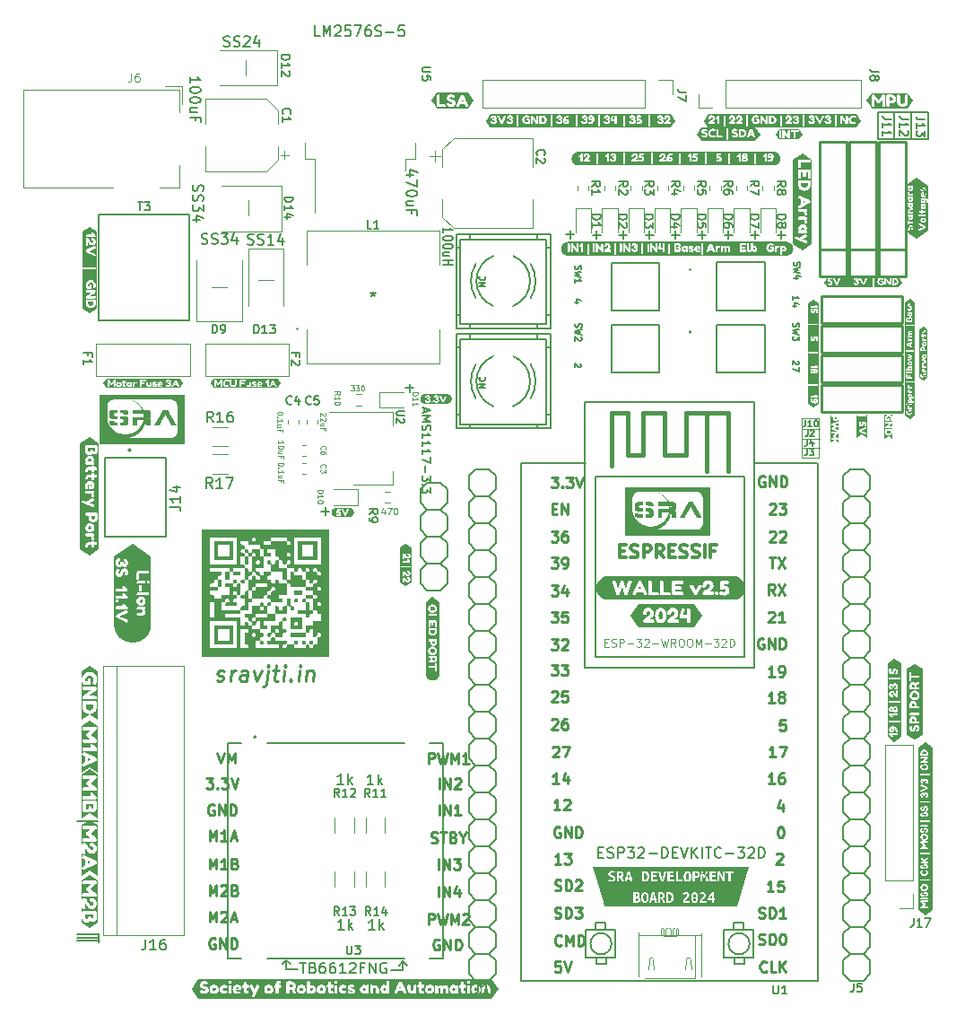
<source format=gbr>
%TF.GenerationSoftware,KiCad,Pcbnew,7.0.5*%
%TF.CreationDate,2024-05-04T18:26:22+05:30*%
%TF.ProjectId,sra_dev_board_2023,7372615f-6465-4765-9f62-6f6172645f32,rev?*%
%TF.SameCoordinates,Original*%
%TF.FileFunction,Legend,Top*%
%TF.FilePolarity,Positive*%
%FSLAX46Y46*%
G04 Gerber Fmt 4.6, Leading zero omitted, Abs format (unit mm)*
G04 Created by KiCad (PCBNEW 7.0.5) date 2024-05-04 18:26:22*
%MOMM*%
%LPD*%
G01*
G04 APERTURE LIST*
%ADD10C,0.150000*%
%ADD11C,0.060000*%
%ADD12C,0.100000*%
%ADD13C,0.250000*%
%ADD14C,0.130000*%
%ADD15C,0.200000*%
%ADD16C,0.125000*%
%ADD17C,0.300000*%
%ADD18C,0.120000*%
%ADD19C,0.254000*%
%ADD20C,0.127000*%
%ADD21C,0.152400*%
%ADD22C,0.406400*%
G04 APERTURE END LIST*
D10*
X89720000Y-117900000D02*
X89320000Y-118300000D01*
X145600000Y-40450000D02*
X150300000Y-40450000D01*
X145600000Y-37950000D02*
X145600000Y-40450000D01*
X100720000Y-118000000D02*
X100320000Y-118400000D01*
X89720000Y-118800000D02*
X89720000Y-117900000D01*
X99620000Y-118900000D02*
X100720000Y-118900000D01*
X148700000Y-37950000D02*
X148700000Y-40450000D01*
D11*
X138350000Y-68710000D02*
X140020000Y-68710000D01*
X138350000Y-68710000D01*
X138360000Y-69580000D02*
X140030000Y-69580000D01*
X138360000Y-69580000D01*
D10*
X150300000Y-40450000D02*
X150300000Y-37950000D01*
X100720000Y-118000000D02*
X101120000Y-118400000D01*
X147100000Y-37950000D02*
X147100000Y-40450000D01*
X69940000Y-104780000D02*
X71940000Y-104780000D01*
X72000000Y-115359497D02*
X72000000Y-116243750D01*
D12*
X138365000Y-66760000D02*
X140005000Y-66760000D01*
X140005000Y-70560000D01*
X138365000Y-70560000D01*
X138365000Y-66760000D01*
D11*
X138345000Y-67790000D02*
X140015000Y-67790000D01*
X138345000Y-67790000D01*
D10*
X150300000Y-37950000D02*
X145600000Y-37950000D01*
X89720000Y-117900000D02*
X90120000Y-118300000D01*
X69940000Y-116080000D02*
X72040000Y-116080000D01*
X69940000Y-115780000D02*
X71940000Y-115780000D01*
X100720000Y-118900000D02*
X100720000Y-118000000D01*
X69940000Y-115480000D02*
X71940000Y-115480000D01*
X90820000Y-118800000D02*
X89720000Y-118800000D01*
X108503771Y-54368458D02*
X107903771Y-54368458D01*
X107903771Y-54368458D02*
X108503771Y-54025601D01*
X108503771Y-54025601D02*
X107903771Y-54025601D01*
X108446628Y-53397030D02*
X108475200Y-53425602D01*
X108475200Y-53425602D02*
X108503771Y-53511316D01*
X108503771Y-53511316D02*
X108503771Y-53568459D01*
X108503771Y-53568459D02*
X108475200Y-53654173D01*
X108475200Y-53654173D02*
X108418057Y-53711316D01*
X108418057Y-53711316D02*
X108360914Y-53739887D01*
X108360914Y-53739887D02*
X108246628Y-53768459D01*
X108246628Y-53768459D02*
X108160914Y-53768459D01*
X108160914Y-53768459D02*
X108046628Y-53739887D01*
X108046628Y-53739887D02*
X107989485Y-53711316D01*
X107989485Y-53711316D02*
X107932342Y-53654173D01*
X107932342Y-53654173D02*
X107903771Y-53568459D01*
X107903771Y-53568459D02*
X107903771Y-53511316D01*
X107903771Y-53511316D02*
X107932342Y-53425602D01*
X107932342Y-53425602D02*
X107960914Y-53397030D01*
D13*
X114707330Y-77449619D02*
X115326377Y-77449619D01*
X115326377Y-77449619D02*
X114993044Y-77830571D01*
X114993044Y-77830571D02*
X115135901Y-77830571D01*
X115135901Y-77830571D02*
X115231139Y-77878190D01*
X115231139Y-77878190D02*
X115278758Y-77925809D01*
X115278758Y-77925809D02*
X115326377Y-78021047D01*
X115326377Y-78021047D02*
X115326377Y-78259142D01*
X115326377Y-78259142D02*
X115278758Y-78354380D01*
X115278758Y-78354380D02*
X115231139Y-78402000D01*
X115231139Y-78402000D02*
X115135901Y-78449619D01*
X115135901Y-78449619D02*
X114850187Y-78449619D01*
X114850187Y-78449619D02*
X114754949Y-78402000D01*
X114754949Y-78402000D02*
X114707330Y-78354380D01*
X116183520Y-77449619D02*
X115993044Y-77449619D01*
X115993044Y-77449619D02*
X115897806Y-77497238D01*
X115897806Y-77497238D02*
X115850187Y-77544857D01*
X115850187Y-77544857D02*
X115754949Y-77687714D01*
X115754949Y-77687714D02*
X115707330Y-77878190D01*
X115707330Y-77878190D02*
X115707330Y-78259142D01*
X115707330Y-78259142D02*
X115754949Y-78354380D01*
X115754949Y-78354380D02*
X115802568Y-78402000D01*
X115802568Y-78402000D02*
X115897806Y-78449619D01*
X115897806Y-78449619D02*
X116088282Y-78449619D01*
X116088282Y-78449619D02*
X116183520Y-78402000D01*
X116183520Y-78402000D02*
X116231139Y-78354380D01*
X116231139Y-78354380D02*
X116278758Y-78259142D01*
X116278758Y-78259142D02*
X116278758Y-78021047D01*
X116278758Y-78021047D02*
X116231139Y-77925809D01*
X116231139Y-77925809D02*
X116183520Y-77878190D01*
X116183520Y-77878190D02*
X116088282Y-77830571D01*
X116088282Y-77830571D02*
X115897806Y-77830571D01*
X115897806Y-77830571D02*
X115802568Y-77878190D01*
X115802568Y-77878190D02*
X115754949Y-77925809D01*
X115754949Y-77925809D02*
X115707330Y-78021047D01*
X104072568Y-109349619D02*
X104072568Y-108349619D01*
X104548758Y-109349619D02*
X104548758Y-108349619D01*
X104548758Y-108349619D02*
X105120186Y-109349619D01*
X105120186Y-109349619D02*
X105120186Y-108349619D01*
X105501139Y-108349619D02*
X106120186Y-108349619D01*
X106120186Y-108349619D02*
X105786853Y-108730571D01*
X105786853Y-108730571D02*
X105929710Y-108730571D01*
X105929710Y-108730571D02*
X106024948Y-108778190D01*
X106024948Y-108778190D02*
X106072567Y-108825809D01*
X106072567Y-108825809D02*
X106120186Y-108921047D01*
X106120186Y-108921047D02*
X106120186Y-109159142D01*
X106120186Y-109159142D02*
X106072567Y-109254380D01*
X106072567Y-109254380D02*
X106024948Y-109302000D01*
X106024948Y-109302000D02*
X105929710Y-109349619D01*
X105929710Y-109349619D02*
X105643996Y-109349619D01*
X105643996Y-109349619D02*
X105548758Y-109302000D01*
X105548758Y-109302000D02*
X105501139Y-109254380D01*
X114707330Y-82549619D02*
X115326377Y-82549619D01*
X115326377Y-82549619D02*
X114993044Y-82930571D01*
X114993044Y-82930571D02*
X115135901Y-82930571D01*
X115135901Y-82930571D02*
X115231139Y-82978190D01*
X115231139Y-82978190D02*
X115278758Y-83025809D01*
X115278758Y-83025809D02*
X115326377Y-83121047D01*
X115326377Y-83121047D02*
X115326377Y-83359142D01*
X115326377Y-83359142D02*
X115278758Y-83454380D01*
X115278758Y-83454380D02*
X115231139Y-83502000D01*
X115231139Y-83502000D02*
X115135901Y-83549619D01*
X115135901Y-83549619D02*
X114850187Y-83549619D01*
X114850187Y-83549619D02*
X114754949Y-83502000D01*
X114754949Y-83502000D02*
X114707330Y-83454380D01*
X116183520Y-82882952D02*
X116183520Y-83549619D01*
X115945425Y-82502000D02*
X115707330Y-83216285D01*
X115707330Y-83216285D02*
X116326377Y-83216285D01*
X103374949Y-106802000D02*
X103517806Y-106849619D01*
X103517806Y-106849619D02*
X103755901Y-106849619D01*
X103755901Y-106849619D02*
X103851139Y-106802000D01*
X103851139Y-106802000D02*
X103898758Y-106754380D01*
X103898758Y-106754380D02*
X103946377Y-106659142D01*
X103946377Y-106659142D02*
X103946377Y-106563904D01*
X103946377Y-106563904D02*
X103898758Y-106468666D01*
X103898758Y-106468666D02*
X103851139Y-106421047D01*
X103851139Y-106421047D02*
X103755901Y-106373428D01*
X103755901Y-106373428D02*
X103565425Y-106325809D01*
X103565425Y-106325809D02*
X103470187Y-106278190D01*
X103470187Y-106278190D02*
X103422568Y-106230571D01*
X103422568Y-106230571D02*
X103374949Y-106135333D01*
X103374949Y-106135333D02*
X103374949Y-106040095D01*
X103374949Y-106040095D02*
X103422568Y-105944857D01*
X103422568Y-105944857D02*
X103470187Y-105897238D01*
X103470187Y-105897238D02*
X103565425Y-105849619D01*
X103565425Y-105849619D02*
X103803520Y-105849619D01*
X103803520Y-105849619D02*
X103946377Y-105897238D01*
X104232092Y-105849619D02*
X104803520Y-105849619D01*
X104517806Y-106849619D02*
X104517806Y-105849619D01*
X105470187Y-106325809D02*
X105613044Y-106373428D01*
X105613044Y-106373428D02*
X105660663Y-106421047D01*
X105660663Y-106421047D02*
X105708282Y-106516285D01*
X105708282Y-106516285D02*
X105708282Y-106659142D01*
X105708282Y-106659142D02*
X105660663Y-106754380D01*
X105660663Y-106754380D02*
X105613044Y-106802000D01*
X105613044Y-106802000D02*
X105517806Y-106849619D01*
X105517806Y-106849619D02*
X105136854Y-106849619D01*
X105136854Y-106849619D02*
X105136854Y-105849619D01*
X105136854Y-105849619D02*
X105470187Y-105849619D01*
X105470187Y-105849619D02*
X105565425Y-105897238D01*
X105565425Y-105897238D02*
X105613044Y-105944857D01*
X105613044Y-105944857D02*
X105660663Y-106040095D01*
X105660663Y-106040095D02*
X105660663Y-106135333D01*
X105660663Y-106135333D02*
X105613044Y-106230571D01*
X105613044Y-106230571D02*
X105565425Y-106278190D01*
X105565425Y-106278190D02*
X105470187Y-106325809D01*
X105470187Y-106325809D02*
X105136854Y-106325809D01*
X106327330Y-106373428D02*
X106327330Y-106849619D01*
X105993997Y-105849619D02*
X106327330Y-106373428D01*
X106327330Y-106373428D02*
X106660663Y-105849619D01*
X103122568Y-114549619D02*
X103122568Y-113549619D01*
X103122568Y-113549619D02*
X103503520Y-113549619D01*
X103503520Y-113549619D02*
X103598758Y-113597238D01*
X103598758Y-113597238D02*
X103646377Y-113644857D01*
X103646377Y-113644857D02*
X103693996Y-113740095D01*
X103693996Y-113740095D02*
X103693996Y-113882952D01*
X103693996Y-113882952D02*
X103646377Y-113978190D01*
X103646377Y-113978190D02*
X103598758Y-114025809D01*
X103598758Y-114025809D02*
X103503520Y-114073428D01*
X103503520Y-114073428D02*
X103122568Y-114073428D01*
X104027330Y-113549619D02*
X104265425Y-114549619D01*
X104265425Y-114549619D02*
X104455901Y-113835333D01*
X104455901Y-113835333D02*
X104646377Y-114549619D01*
X104646377Y-114549619D02*
X104884473Y-113549619D01*
X105265425Y-114549619D02*
X105265425Y-113549619D01*
X105265425Y-113549619D02*
X105598758Y-114263904D01*
X105598758Y-114263904D02*
X105932091Y-113549619D01*
X105932091Y-113549619D02*
X105932091Y-114549619D01*
X106360663Y-113644857D02*
X106408282Y-113597238D01*
X106408282Y-113597238D02*
X106503520Y-113549619D01*
X106503520Y-113549619D02*
X106741615Y-113549619D01*
X106741615Y-113549619D02*
X106836853Y-113597238D01*
X106836853Y-113597238D02*
X106884472Y-113644857D01*
X106884472Y-113644857D02*
X106932091Y-113740095D01*
X106932091Y-113740095D02*
X106932091Y-113835333D01*
X106932091Y-113835333D02*
X106884472Y-113978190D01*
X106884472Y-113978190D02*
X106313044Y-114549619D01*
X106313044Y-114549619D02*
X106932091Y-114549619D01*
X115673996Y-116454380D02*
X115626377Y-116502000D01*
X115626377Y-116502000D02*
X115483520Y-116549619D01*
X115483520Y-116549619D02*
X115388282Y-116549619D01*
X115388282Y-116549619D02*
X115245425Y-116502000D01*
X115245425Y-116502000D02*
X115150187Y-116406761D01*
X115150187Y-116406761D02*
X115102568Y-116311523D01*
X115102568Y-116311523D02*
X115054949Y-116121047D01*
X115054949Y-116121047D02*
X115054949Y-115978190D01*
X115054949Y-115978190D02*
X115102568Y-115787714D01*
X115102568Y-115787714D02*
X115150187Y-115692476D01*
X115150187Y-115692476D02*
X115245425Y-115597238D01*
X115245425Y-115597238D02*
X115388282Y-115549619D01*
X115388282Y-115549619D02*
X115483520Y-115549619D01*
X115483520Y-115549619D02*
X115626377Y-115597238D01*
X115626377Y-115597238D02*
X115673996Y-115644857D01*
X116102568Y-116549619D02*
X116102568Y-115549619D01*
X116102568Y-115549619D02*
X116435901Y-116263904D01*
X116435901Y-116263904D02*
X116769234Y-115549619D01*
X116769234Y-115549619D02*
X116769234Y-116549619D01*
X117245425Y-116549619D02*
X117245425Y-115549619D01*
X117245425Y-115549619D02*
X117483520Y-115549619D01*
X117483520Y-115549619D02*
X117626377Y-115597238D01*
X117626377Y-115597238D02*
X117721615Y-115692476D01*
X117721615Y-115692476D02*
X117769234Y-115787714D01*
X117769234Y-115787714D02*
X117816853Y-115978190D01*
X117816853Y-115978190D02*
X117816853Y-116121047D01*
X117816853Y-116121047D02*
X117769234Y-116311523D01*
X117769234Y-116311523D02*
X117721615Y-116406761D01*
X117721615Y-116406761D02*
X117626377Y-116502000D01*
X117626377Y-116502000D02*
X117483520Y-116549619D01*
X117483520Y-116549619D02*
X117245425Y-116549619D01*
X136311717Y-105349619D02*
X136406955Y-105349619D01*
X136406955Y-105349619D02*
X136502193Y-105397238D01*
X136502193Y-105397238D02*
X136549812Y-105444857D01*
X136549812Y-105444857D02*
X136597431Y-105540095D01*
X136597431Y-105540095D02*
X136645050Y-105730571D01*
X136645050Y-105730571D02*
X136645050Y-105968666D01*
X136645050Y-105968666D02*
X136597431Y-106159142D01*
X136597431Y-106159142D02*
X136549812Y-106254380D01*
X136549812Y-106254380D02*
X136502193Y-106302000D01*
X136502193Y-106302000D02*
X136406955Y-106349619D01*
X136406955Y-106349619D02*
X136311717Y-106349619D01*
X136311717Y-106349619D02*
X136216479Y-106302000D01*
X136216479Y-106302000D02*
X136168860Y-106254380D01*
X136168860Y-106254380D02*
X136121241Y-106159142D01*
X136121241Y-106159142D02*
X136073622Y-105968666D01*
X136073622Y-105968666D02*
X136073622Y-105730571D01*
X136073622Y-105730571D02*
X136121241Y-105540095D01*
X136121241Y-105540095D02*
X136168860Y-105444857D01*
X136168860Y-105444857D02*
X136216479Y-105397238D01*
X136216479Y-105397238D02*
X136311717Y-105349619D01*
X83201711Y-98339619D02*
X83535044Y-99339619D01*
X83535044Y-99339619D02*
X83868377Y-98339619D01*
X84201711Y-99339619D02*
X84201711Y-98339619D01*
X84201711Y-98339619D02*
X84535044Y-99053904D01*
X84535044Y-99053904D02*
X84868377Y-98339619D01*
X84868377Y-98339619D02*
X84868377Y-99339619D01*
X135321241Y-74944857D02*
X135368860Y-74897238D01*
X135368860Y-74897238D02*
X135464098Y-74849619D01*
X135464098Y-74849619D02*
X135702193Y-74849619D01*
X135702193Y-74849619D02*
X135797431Y-74897238D01*
X135797431Y-74897238D02*
X135845050Y-74944857D01*
X135845050Y-74944857D02*
X135892669Y-75040095D01*
X135892669Y-75040095D02*
X135892669Y-75135333D01*
X135892669Y-75135333D02*
X135845050Y-75278190D01*
X135845050Y-75278190D02*
X135273622Y-75849619D01*
X135273622Y-75849619D02*
X135892669Y-75849619D01*
X136226003Y-74849619D02*
X136845050Y-74849619D01*
X136845050Y-74849619D02*
X136511717Y-75230571D01*
X136511717Y-75230571D02*
X136654574Y-75230571D01*
X136654574Y-75230571D02*
X136749812Y-75278190D01*
X136749812Y-75278190D02*
X136797431Y-75325809D01*
X136797431Y-75325809D02*
X136845050Y-75421047D01*
X136845050Y-75421047D02*
X136845050Y-75659142D01*
X136845050Y-75659142D02*
X136797431Y-75754380D01*
X136797431Y-75754380D02*
X136749812Y-75802000D01*
X136749812Y-75802000D02*
X136654574Y-75849619D01*
X136654574Y-75849619D02*
X136368860Y-75849619D01*
X136368860Y-75849619D02*
X136273622Y-75802000D01*
X136273622Y-75802000D02*
X136226003Y-75754380D01*
X136797431Y-95249619D02*
X136321241Y-95249619D01*
X136321241Y-95249619D02*
X136273622Y-95725809D01*
X136273622Y-95725809D02*
X136321241Y-95678190D01*
X136321241Y-95678190D02*
X136416479Y-95630571D01*
X136416479Y-95630571D02*
X136654574Y-95630571D01*
X136654574Y-95630571D02*
X136749812Y-95678190D01*
X136749812Y-95678190D02*
X136797431Y-95725809D01*
X136797431Y-95725809D02*
X136845050Y-95821047D01*
X136845050Y-95821047D02*
X136845050Y-96059142D01*
X136845050Y-96059142D02*
X136797431Y-96154380D01*
X136797431Y-96154380D02*
X136749812Y-96202000D01*
X136749812Y-96202000D02*
X136654574Y-96249619D01*
X136654574Y-96249619D02*
X136416479Y-96249619D01*
X136416479Y-96249619D02*
X136321241Y-96202000D01*
X136321241Y-96202000D02*
X136273622Y-96154380D01*
X115054949Y-111302000D02*
X115197806Y-111349619D01*
X115197806Y-111349619D02*
X115435901Y-111349619D01*
X115435901Y-111349619D02*
X115531139Y-111302000D01*
X115531139Y-111302000D02*
X115578758Y-111254380D01*
X115578758Y-111254380D02*
X115626377Y-111159142D01*
X115626377Y-111159142D02*
X115626377Y-111063904D01*
X115626377Y-111063904D02*
X115578758Y-110968666D01*
X115578758Y-110968666D02*
X115531139Y-110921047D01*
X115531139Y-110921047D02*
X115435901Y-110873428D01*
X115435901Y-110873428D02*
X115245425Y-110825809D01*
X115245425Y-110825809D02*
X115150187Y-110778190D01*
X115150187Y-110778190D02*
X115102568Y-110730571D01*
X115102568Y-110730571D02*
X115054949Y-110635333D01*
X115054949Y-110635333D02*
X115054949Y-110540095D01*
X115054949Y-110540095D02*
X115102568Y-110444857D01*
X115102568Y-110444857D02*
X115150187Y-110397238D01*
X115150187Y-110397238D02*
X115245425Y-110349619D01*
X115245425Y-110349619D02*
X115483520Y-110349619D01*
X115483520Y-110349619D02*
X115626377Y-110397238D01*
X116054949Y-111349619D02*
X116054949Y-110349619D01*
X116054949Y-110349619D02*
X116293044Y-110349619D01*
X116293044Y-110349619D02*
X116435901Y-110397238D01*
X116435901Y-110397238D02*
X116531139Y-110492476D01*
X116531139Y-110492476D02*
X116578758Y-110587714D01*
X116578758Y-110587714D02*
X116626377Y-110778190D01*
X116626377Y-110778190D02*
X116626377Y-110921047D01*
X116626377Y-110921047D02*
X116578758Y-111111523D01*
X116578758Y-111111523D02*
X116531139Y-111206761D01*
X116531139Y-111206761D02*
X116435901Y-111302000D01*
X116435901Y-111302000D02*
X116293044Y-111349619D01*
X116293044Y-111349619D02*
X116054949Y-111349619D01*
X117007330Y-110444857D02*
X117054949Y-110397238D01*
X117054949Y-110397238D02*
X117150187Y-110349619D01*
X117150187Y-110349619D02*
X117388282Y-110349619D01*
X117388282Y-110349619D02*
X117483520Y-110397238D01*
X117483520Y-110397238D02*
X117531139Y-110444857D01*
X117531139Y-110444857D02*
X117578758Y-110540095D01*
X117578758Y-110540095D02*
X117578758Y-110635333D01*
X117578758Y-110635333D02*
X117531139Y-110778190D01*
X117531139Y-110778190D02*
X116959711Y-111349619D01*
X116959711Y-111349619D02*
X117578758Y-111349619D01*
D14*
X137494188Y-55660668D02*
X137494188Y-55317811D01*
X137494188Y-55489240D02*
X138094188Y-55489240D01*
X138094188Y-55489240D02*
X138008474Y-55432097D01*
X138008474Y-55432097D02*
X137951331Y-55374954D01*
X137951331Y-55374954D02*
X137922760Y-55317811D01*
X137894188Y-56174955D02*
X137494188Y-56174955D01*
X138122760Y-56032097D02*
X137694188Y-55889240D01*
X137694188Y-55889240D02*
X137694188Y-56260669D01*
D10*
X108503771Y-63893458D02*
X107903771Y-63893458D01*
X107903771Y-63893458D02*
X108503771Y-63550601D01*
X108503771Y-63550601D02*
X107903771Y-63550601D01*
X108446628Y-62922030D02*
X108475200Y-62950602D01*
X108475200Y-62950602D02*
X108503771Y-63036316D01*
X108503771Y-63036316D02*
X108503771Y-63093459D01*
X108503771Y-63093459D02*
X108475200Y-63179173D01*
X108475200Y-63179173D02*
X108418057Y-63236316D01*
X108418057Y-63236316D02*
X108360914Y-63264887D01*
X108360914Y-63264887D02*
X108246628Y-63293459D01*
X108246628Y-63293459D02*
X108160914Y-63293459D01*
X108160914Y-63293459D02*
X108046628Y-63264887D01*
X108046628Y-63264887D02*
X107989485Y-63236316D01*
X107989485Y-63236316D02*
X107932342Y-63179173D01*
X107932342Y-63179173D02*
X107903771Y-63093459D01*
X107903771Y-63093459D02*
X107903771Y-63036316D01*
X107903771Y-63036316D02*
X107932342Y-62950602D01*
X107932342Y-62950602D02*
X107960914Y-62922030D01*
D13*
X82444568Y-111829619D02*
X82444568Y-110829619D01*
X82444568Y-110829619D02*
X82777901Y-111543904D01*
X82777901Y-111543904D02*
X83111234Y-110829619D01*
X83111234Y-110829619D02*
X83111234Y-111829619D01*
X83539806Y-110924857D02*
X83587425Y-110877238D01*
X83587425Y-110877238D02*
X83682663Y-110829619D01*
X83682663Y-110829619D02*
X83920758Y-110829619D01*
X83920758Y-110829619D02*
X84015996Y-110877238D01*
X84015996Y-110877238D02*
X84063615Y-110924857D01*
X84063615Y-110924857D02*
X84111234Y-111020095D01*
X84111234Y-111020095D02*
X84111234Y-111115333D01*
X84111234Y-111115333D02*
X84063615Y-111258190D01*
X84063615Y-111258190D02*
X83492187Y-111829619D01*
X83492187Y-111829619D02*
X84111234Y-111829619D01*
X84873139Y-111305809D02*
X85015996Y-111353428D01*
X85015996Y-111353428D02*
X85063615Y-111401047D01*
X85063615Y-111401047D02*
X85111234Y-111496285D01*
X85111234Y-111496285D02*
X85111234Y-111639142D01*
X85111234Y-111639142D02*
X85063615Y-111734380D01*
X85063615Y-111734380D02*
X85015996Y-111782000D01*
X85015996Y-111782000D02*
X84920758Y-111829619D01*
X84920758Y-111829619D02*
X84539806Y-111829619D01*
X84539806Y-111829619D02*
X84539806Y-110829619D01*
X84539806Y-110829619D02*
X84873139Y-110829619D01*
X84873139Y-110829619D02*
X84968377Y-110877238D01*
X84968377Y-110877238D02*
X85015996Y-110924857D01*
X85015996Y-110924857D02*
X85063615Y-111020095D01*
X85063615Y-111020095D02*
X85063615Y-111115333D01*
X85063615Y-111115333D02*
X85015996Y-111210571D01*
X85015996Y-111210571D02*
X84968377Y-111258190D01*
X84968377Y-111258190D02*
X84873139Y-111305809D01*
X84873139Y-111305809D02*
X84539806Y-111305809D01*
D15*
X124350951Y-49511266D02*
X123589047Y-49511266D01*
X123969999Y-49892219D02*
X123969999Y-49130314D01*
D13*
X135221241Y-85144857D02*
X135268860Y-85097238D01*
X135268860Y-85097238D02*
X135364098Y-85049619D01*
X135364098Y-85049619D02*
X135602193Y-85049619D01*
X135602193Y-85049619D02*
X135697431Y-85097238D01*
X135697431Y-85097238D02*
X135745050Y-85144857D01*
X135745050Y-85144857D02*
X135792669Y-85240095D01*
X135792669Y-85240095D02*
X135792669Y-85335333D01*
X135792669Y-85335333D02*
X135745050Y-85478190D01*
X135745050Y-85478190D02*
X135173622Y-86049619D01*
X135173622Y-86049619D02*
X135792669Y-86049619D01*
X136745050Y-86049619D02*
X136173622Y-86049619D01*
X136459336Y-86049619D02*
X136459336Y-85049619D01*
X136459336Y-85049619D02*
X136364098Y-85192476D01*
X136364098Y-85192476D02*
X136268860Y-85287714D01*
X136268860Y-85287714D02*
X136173622Y-85335333D01*
X115526377Y-103749619D02*
X114954949Y-103749619D01*
X115240663Y-103749619D02*
X115240663Y-102749619D01*
X115240663Y-102749619D02*
X115145425Y-102892476D01*
X115145425Y-102892476D02*
X115050187Y-102987714D01*
X115050187Y-102987714D02*
X114954949Y-103035333D01*
X115907330Y-102844857D02*
X115954949Y-102797238D01*
X115954949Y-102797238D02*
X116050187Y-102749619D01*
X116050187Y-102749619D02*
X116288282Y-102749619D01*
X116288282Y-102749619D02*
X116383520Y-102797238D01*
X116383520Y-102797238D02*
X116431139Y-102844857D01*
X116431139Y-102844857D02*
X116478758Y-102940095D01*
X116478758Y-102940095D02*
X116478758Y-103035333D01*
X116478758Y-103035333D02*
X116431139Y-103178190D01*
X116431139Y-103178190D02*
X115859711Y-103749619D01*
X115859711Y-103749619D02*
X116478758Y-103749619D01*
X83120187Y-91502000D02*
X83254115Y-91573428D01*
X83254115Y-91573428D02*
X83539830Y-91573428D01*
X83539830Y-91573428D02*
X83691615Y-91502000D01*
X83691615Y-91502000D02*
X83780901Y-91359142D01*
X83780901Y-91359142D02*
X83789830Y-91287714D01*
X83789830Y-91287714D02*
X83736258Y-91144857D01*
X83736258Y-91144857D02*
X83602330Y-91073428D01*
X83602330Y-91073428D02*
X83388044Y-91073428D01*
X83388044Y-91073428D02*
X83254115Y-91002000D01*
X83254115Y-91002000D02*
X83200544Y-90859142D01*
X83200544Y-90859142D02*
X83209473Y-90787714D01*
X83209473Y-90787714D02*
X83298758Y-90644857D01*
X83298758Y-90644857D02*
X83450544Y-90573428D01*
X83450544Y-90573428D02*
X83664830Y-90573428D01*
X83664830Y-90573428D02*
X83798758Y-90644857D01*
X84396973Y-91573428D02*
X84521973Y-90573428D01*
X84486259Y-90859142D02*
X84575544Y-90716285D01*
X84575544Y-90716285D02*
X84655901Y-90644857D01*
X84655901Y-90644857D02*
X84807687Y-90573428D01*
X84807687Y-90573428D02*
X84950544Y-90573428D01*
X85968401Y-91573428D02*
X86066615Y-90787714D01*
X86066615Y-90787714D02*
X86013044Y-90644857D01*
X86013044Y-90644857D02*
X85879115Y-90573428D01*
X85879115Y-90573428D02*
X85593401Y-90573428D01*
X85593401Y-90573428D02*
X85441615Y-90644857D01*
X85977330Y-91502000D02*
X85825544Y-91573428D01*
X85825544Y-91573428D02*
X85468401Y-91573428D01*
X85468401Y-91573428D02*
X85334472Y-91502000D01*
X85334472Y-91502000D02*
X85280901Y-91359142D01*
X85280901Y-91359142D02*
X85298758Y-91216285D01*
X85298758Y-91216285D02*
X85388044Y-91073428D01*
X85388044Y-91073428D02*
X85539830Y-91002000D01*
X85539830Y-91002000D02*
X85896972Y-91002000D01*
X85896972Y-91002000D02*
X86048758Y-90930571D01*
X86664830Y-90573428D02*
X86896973Y-91573428D01*
X86896973Y-91573428D02*
X87379115Y-90573428D01*
X87950544Y-90573428D02*
X87789830Y-91859142D01*
X87789830Y-91859142D02*
X87700544Y-92002000D01*
X87700544Y-92002000D02*
X87548758Y-92073428D01*
X87548758Y-92073428D02*
X87477330Y-92073428D01*
X88013044Y-90073428D02*
X87932687Y-90144857D01*
X87932687Y-90144857D02*
X87995187Y-90216285D01*
X87995187Y-90216285D02*
X88075544Y-90144857D01*
X88075544Y-90144857D02*
X88013044Y-90073428D01*
X88013044Y-90073428D02*
X87995187Y-90216285D01*
X88450544Y-90573428D02*
X89021973Y-90573428D01*
X88727330Y-90073428D02*
X88566616Y-91359142D01*
X88566616Y-91359142D02*
X88620187Y-91502000D01*
X88620187Y-91502000D02*
X88754116Y-91573428D01*
X88754116Y-91573428D02*
X88896973Y-91573428D01*
X89396973Y-91573428D02*
X89521973Y-90573428D01*
X89584473Y-90073428D02*
X89504116Y-90144857D01*
X89504116Y-90144857D02*
X89566616Y-90216285D01*
X89566616Y-90216285D02*
X89646973Y-90144857D01*
X89646973Y-90144857D02*
X89584473Y-90073428D01*
X89584473Y-90073428D02*
X89566616Y-90216285D01*
X90129116Y-91430571D02*
X90191616Y-91502000D01*
X90191616Y-91502000D02*
X90111259Y-91573428D01*
X90111259Y-91573428D02*
X90048759Y-91502000D01*
X90048759Y-91502000D02*
X90129116Y-91430571D01*
X90129116Y-91430571D02*
X90111259Y-91573428D01*
X90825545Y-91573428D02*
X90950545Y-90573428D01*
X91013045Y-90073428D02*
X90932688Y-90144857D01*
X90932688Y-90144857D02*
X90995188Y-90216285D01*
X90995188Y-90216285D02*
X91075545Y-90144857D01*
X91075545Y-90144857D02*
X91013045Y-90073428D01*
X91013045Y-90073428D02*
X90995188Y-90216285D01*
X91664831Y-90573428D02*
X91539831Y-91573428D01*
X91646974Y-90716285D02*
X91727331Y-90644857D01*
X91727331Y-90644857D02*
X91879117Y-90573428D01*
X91879117Y-90573428D02*
X92093402Y-90573428D01*
X92093402Y-90573428D02*
X92227331Y-90644857D01*
X92227331Y-90644857D02*
X92280902Y-90787714D01*
X92280902Y-90787714D02*
X92182688Y-91573428D01*
X135892669Y-98749619D02*
X135321241Y-98749619D01*
X135606955Y-98749619D02*
X135606955Y-97749619D01*
X135606955Y-97749619D02*
X135511717Y-97892476D01*
X135511717Y-97892476D02*
X135416479Y-97987714D01*
X135416479Y-97987714D02*
X135321241Y-98035333D01*
X136226003Y-97749619D02*
X136892669Y-97749619D01*
X136892669Y-97749619D02*
X136464098Y-98749619D01*
X134749812Y-87597238D02*
X134654574Y-87549619D01*
X134654574Y-87549619D02*
X134511717Y-87549619D01*
X134511717Y-87549619D02*
X134368860Y-87597238D01*
X134368860Y-87597238D02*
X134273622Y-87692476D01*
X134273622Y-87692476D02*
X134226003Y-87787714D01*
X134226003Y-87787714D02*
X134178384Y-87978190D01*
X134178384Y-87978190D02*
X134178384Y-88121047D01*
X134178384Y-88121047D02*
X134226003Y-88311523D01*
X134226003Y-88311523D02*
X134273622Y-88406761D01*
X134273622Y-88406761D02*
X134368860Y-88502000D01*
X134368860Y-88502000D02*
X134511717Y-88549619D01*
X134511717Y-88549619D02*
X134606955Y-88549619D01*
X134606955Y-88549619D02*
X134749812Y-88502000D01*
X134749812Y-88502000D02*
X134797431Y-88454380D01*
X134797431Y-88454380D02*
X134797431Y-88121047D01*
X134797431Y-88121047D02*
X134606955Y-88121047D01*
X135226003Y-88549619D02*
X135226003Y-87549619D01*
X135226003Y-87549619D02*
X135797431Y-88549619D01*
X135797431Y-88549619D02*
X135797431Y-87549619D01*
X136273622Y-88549619D02*
X136273622Y-87549619D01*
X136273622Y-87549619D02*
X136511717Y-87549619D01*
X136511717Y-87549619D02*
X136654574Y-87597238D01*
X136654574Y-87597238D02*
X136749812Y-87692476D01*
X136749812Y-87692476D02*
X136797431Y-87787714D01*
X136797431Y-87787714D02*
X136845050Y-87978190D01*
X136845050Y-87978190D02*
X136845050Y-88121047D01*
X136845050Y-88121047D02*
X136797431Y-88311523D01*
X136797431Y-88311523D02*
X136749812Y-88406761D01*
X136749812Y-88406761D02*
X136654574Y-88502000D01*
X136654574Y-88502000D02*
X136511717Y-88549619D01*
X136511717Y-88549619D02*
X136273622Y-88549619D01*
X134321241Y-113902000D02*
X134464098Y-113949619D01*
X134464098Y-113949619D02*
X134702193Y-113949619D01*
X134702193Y-113949619D02*
X134797431Y-113902000D01*
X134797431Y-113902000D02*
X134845050Y-113854380D01*
X134845050Y-113854380D02*
X134892669Y-113759142D01*
X134892669Y-113759142D02*
X134892669Y-113663904D01*
X134892669Y-113663904D02*
X134845050Y-113568666D01*
X134845050Y-113568666D02*
X134797431Y-113521047D01*
X134797431Y-113521047D02*
X134702193Y-113473428D01*
X134702193Y-113473428D02*
X134511717Y-113425809D01*
X134511717Y-113425809D02*
X134416479Y-113378190D01*
X134416479Y-113378190D02*
X134368860Y-113330571D01*
X134368860Y-113330571D02*
X134321241Y-113235333D01*
X134321241Y-113235333D02*
X134321241Y-113140095D01*
X134321241Y-113140095D02*
X134368860Y-113044857D01*
X134368860Y-113044857D02*
X134416479Y-112997238D01*
X134416479Y-112997238D02*
X134511717Y-112949619D01*
X134511717Y-112949619D02*
X134749812Y-112949619D01*
X134749812Y-112949619D02*
X134892669Y-112997238D01*
X135321241Y-113949619D02*
X135321241Y-112949619D01*
X135321241Y-112949619D02*
X135559336Y-112949619D01*
X135559336Y-112949619D02*
X135702193Y-112997238D01*
X135702193Y-112997238D02*
X135797431Y-113092476D01*
X135797431Y-113092476D02*
X135845050Y-113187714D01*
X135845050Y-113187714D02*
X135892669Y-113378190D01*
X135892669Y-113378190D02*
X135892669Y-113521047D01*
X135892669Y-113521047D02*
X135845050Y-113711523D01*
X135845050Y-113711523D02*
X135797431Y-113806761D01*
X135797431Y-113806761D02*
X135702193Y-113902000D01*
X135702193Y-113902000D02*
X135559336Y-113949619D01*
X135559336Y-113949619D02*
X135321241Y-113949619D01*
X136845050Y-113949619D02*
X136273622Y-113949619D01*
X136559336Y-113949619D02*
X136559336Y-112949619D01*
X136559336Y-112949619D02*
X136464098Y-113092476D01*
X136464098Y-113092476D02*
X136368860Y-113187714D01*
X136368860Y-113187714D02*
X136273622Y-113235333D01*
X135792669Y-83449619D02*
X135459336Y-82973428D01*
X135221241Y-83449619D02*
X135221241Y-82449619D01*
X135221241Y-82449619D02*
X135602193Y-82449619D01*
X135602193Y-82449619D02*
X135697431Y-82497238D01*
X135697431Y-82497238D02*
X135745050Y-82544857D01*
X135745050Y-82544857D02*
X135792669Y-82640095D01*
X135792669Y-82640095D02*
X135792669Y-82782952D01*
X135792669Y-82782952D02*
X135745050Y-82878190D01*
X135745050Y-82878190D02*
X135697431Y-82925809D01*
X135697431Y-82925809D02*
X135602193Y-82973428D01*
X135602193Y-82973428D02*
X135221241Y-82973428D01*
X136126003Y-82449619D02*
X136792669Y-83449619D01*
X136792669Y-82449619D02*
X136126003Y-83449619D01*
X135316479Y-79949619D02*
X135887907Y-79949619D01*
X135602193Y-80949619D02*
X135602193Y-79949619D01*
X136126003Y-79949619D02*
X136792669Y-80949619D01*
X136792669Y-79949619D02*
X136126003Y-80949619D01*
X135792669Y-101249619D02*
X135221241Y-101249619D01*
X135506955Y-101249619D02*
X135506955Y-100249619D01*
X135506955Y-100249619D02*
X135411717Y-100392476D01*
X135411717Y-100392476D02*
X135316479Y-100487714D01*
X135316479Y-100487714D02*
X135221241Y-100535333D01*
X136649812Y-100249619D02*
X136459336Y-100249619D01*
X136459336Y-100249619D02*
X136364098Y-100297238D01*
X136364098Y-100297238D02*
X136316479Y-100344857D01*
X136316479Y-100344857D02*
X136221241Y-100487714D01*
X136221241Y-100487714D02*
X136173622Y-100678190D01*
X136173622Y-100678190D02*
X136173622Y-101059142D01*
X136173622Y-101059142D02*
X136221241Y-101154380D01*
X136221241Y-101154380D02*
X136268860Y-101202000D01*
X136268860Y-101202000D02*
X136364098Y-101249619D01*
X136364098Y-101249619D02*
X136554574Y-101249619D01*
X136554574Y-101249619D02*
X136649812Y-101202000D01*
X136649812Y-101202000D02*
X136697431Y-101154380D01*
X136697431Y-101154380D02*
X136745050Y-101059142D01*
X136745050Y-101059142D02*
X136745050Y-100821047D01*
X136745050Y-100821047D02*
X136697431Y-100725809D01*
X136697431Y-100725809D02*
X136649812Y-100678190D01*
X136649812Y-100678190D02*
X136554574Y-100630571D01*
X136554574Y-100630571D02*
X136364098Y-100630571D01*
X136364098Y-100630571D02*
X136268860Y-100678190D01*
X136268860Y-100678190D02*
X136221241Y-100725809D01*
X136221241Y-100725809D02*
X136173622Y-100821047D01*
D14*
X117320188Y-55857526D02*
X116920188Y-55857526D01*
X117548760Y-55714668D02*
X117120188Y-55571811D01*
X117120188Y-55571811D02*
X117120188Y-55943240D01*
D13*
X115578758Y-118049619D02*
X115102568Y-118049619D01*
X115102568Y-118049619D02*
X115054949Y-118525809D01*
X115054949Y-118525809D02*
X115102568Y-118478190D01*
X115102568Y-118478190D02*
X115197806Y-118430571D01*
X115197806Y-118430571D02*
X115435901Y-118430571D01*
X115435901Y-118430571D02*
X115531139Y-118478190D01*
X115531139Y-118478190D02*
X115578758Y-118525809D01*
X115578758Y-118525809D02*
X115626377Y-118621047D01*
X115626377Y-118621047D02*
X115626377Y-118859142D01*
X115626377Y-118859142D02*
X115578758Y-118954380D01*
X115578758Y-118954380D02*
X115531139Y-119002000D01*
X115531139Y-119002000D02*
X115435901Y-119049619D01*
X115435901Y-119049619D02*
X115197806Y-119049619D01*
X115197806Y-119049619D02*
X115102568Y-119002000D01*
X115102568Y-119002000D02*
X115054949Y-118954380D01*
X115912092Y-118049619D02*
X116245425Y-119049619D01*
X116245425Y-119049619D02*
X116578758Y-118049619D01*
D15*
X116870951Y-49461266D02*
X116109047Y-49461266D01*
X116489999Y-49842219D02*
X116489999Y-49080314D01*
D16*
X88489452Y-53770000D02*
X87060880Y-53770000D01*
D13*
X135973622Y-107944857D02*
X136021241Y-107897238D01*
X136021241Y-107897238D02*
X136116479Y-107849619D01*
X136116479Y-107849619D02*
X136354574Y-107849619D01*
X136354574Y-107849619D02*
X136449812Y-107897238D01*
X136449812Y-107897238D02*
X136497431Y-107944857D01*
X136497431Y-107944857D02*
X136545050Y-108040095D01*
X136545050Y-108040095D02*
X136545050Y-108135333D01*
X136545050Y-108135333D02*
X136497431Y-108278190D01*
X136497431Y-108278190D02*
X135926003Y-108849619D01*
X135926003Y-108849619D02*
X136545050Y-108849619D01*
X135792669Y-91149619D02*
X135221241Y-91149619D01*
X135506955Y-91149619D02*
X135506955Y-90149619D01*
X135506955Y-90149619D02*
X135411717Y-90292476D01*
X135411717Y-90292476D02*
X135316479Y-90387714D01*
X135316479Y-90387714D02*
X135221241Y-90435333D01*
X136268860Y-91149619D02*
X136459336Y-91149619D01*
X136459336Y-91149619D02*
X136554574Y-91102000D01*
X136554574Y-91102000D02*
X136602193Y-91054380D01*
X136602193Y-91054380D02*
X136697431Y-90911523D01*
X136697431Y-90911523D02*
X136745050Y-90721047D01*
X136745050Y-90721047D02*
X136745050Y-90340095D01*
X136745050Y-90340095D02*
X136697431Y-90244857D01*
X136697431Y-90244857D02*
X136649812Y-90197238D01*
X136649812Y-90197238D02*
X136554574Y-90149619D01*
X136554574Y-90149619D02*
X136364098Y-90149619D01*
X136364098Y-90149619D02*
X136268860Y-90197238D01*
X136268860Y-90197238D02*
X136221241Y-90244857D01*
X136221241Y-90244857D02*
X136173622Y-90340095D01*
X136173622Y-90340095D02*
X136173622Y-90578190D01*
X136173622Y-90578190D02*
X136221241Y-90673428D01*
X136221241Y-90673428D02*
X136268860Y-90721047D01*
X136268860Y-90721047D02*
X136364098Y-90768666D01*
X136364098Y-90768666D02*
X136554574Y-90768666D01*
X136554574Y-90768666D02*
X136649812Y-90721047D01*
X136649812Y-90721047D02*
X136697431Y-90673428D01*
X136697431Y-90673428D02*
X136745050Y-90578190D01*
X104122568Y-101749619D02*
X104122568Y-100749619D01*
X104598758Y-101749619D02*
X104598758Y-100749619D01*
X104598758Y-100749619D02*
X105170186Y-101749619D01*
X105170186Y-101749619D02*
X105170186Y-100749619D01*
X105598758Y-100844857D02*
X105646377Y-100797238D01*
X105646377Y-100797238D02*
X105741615Y-100749619D01*
X105741615Y-100749619D02*
X105979710Y-100749619D01*
X105979710Y-100749619D02*
X106074948Y-100797238D01*
X106074948Y-100797238D02*
X106122567Y-100844857D01*
X106122567Y-100844857D02*
X106170186Y-100940095D01*
X106170186Y-100940095D02*
X106170186Y-101035333D01*
X106170186Y-101035333D02*
X106122567Y-101178190D01*
X106122567Y-101178190D02*
X105551139Y-101749619D01*
X105551139Y-101749619D02*
X106170186Y-101749619D01*
X114707330Y-72349619D02*
X115326377Y-72349619D01*
X115326377Y-72349619D02*
X114993044Y-72730571D01*
X114993044Y-72730571D02*
X115135901Y-72730571D01*
X115135901Y-72730571D02*
X115231139Y-72778190D01*
X115231139Y-72778190D02*
X115278758Y-72825809D01*
X115278758Y-72825809D02*
X115326377Y-72921047D01*
X115326377Y-72921047D02*
X115326377Y-73159142D01*
X115326377Y-73159142D02*
X115278758Y-73254380D01*
X115278758Y-73254380D02*
X115231139Y-73302000D01*
X115231139Y-73302000D02*
X115135901Y-73349619D01*
X115135901Y-73349619D02*
X114850187Y-73349619D01*
X114850187Y-73349619D02*
X114754949Y-73302000D01*
X114754949Y-73302000D02*
X114707330Y-73254380D01*
X115754949Y-73254380D02*
X115802568Y-73302000D01*
X115802568Y-73302000D02*
X115754949Y-73349619D01*
X115754949Y-73349619D02*
X115707330Y-73302000D01*
X115707330Y-73302000D02*
X115754949Y-73254380D01*
X115754949Y-73254380D02*
X115754949Y-73349619D01*
X116135901Y-72349619D02*
X116754948Y-72349619D01*
X116754948Y-72349619D02*
X116421615Y-72730571D01*
X116421615Y-72730571D02*
X116564472Y-72730571D01*
X116564472Y-72730571D02*
X116659710Y-72778190D01*
X116659710Y-72778190D02*
X116707329Y-72825809D01*
X116707329Y-72825809D02*
X116754948Y-72921047D01*
X116754948Y-72921047D02*
X116754948Y-73159142D01*
X116754948Y-73159142D02*
X116707329Y-73254380D01*
X116707329Y-73254380D02*
X116659710Y-73302000D01*
X116659710Y-73302000D02*
X116564472Y-73349619D01*
X116564472Y-73349619D02*
X116278758Y-73349619D01*
X116278758Y-73349619D02*
X116183520Y-73302000D01*
X116183520Y-73302000D02*
X116135901Y-73254380D01*
X117040663Y-72349619D02*
X117373996Y-73349619D01*
X117373996Y-73349619D02*
X117707329Y-72349619D01*
X135321241Y-77544857D02*
X135368860Y-77497238D01*
X135368860Y-77497238D02*
X135464098Y-77449619D01*
X135464098Y-77449619D02*
X135702193Y-77449619D01*
X135702193Y-77449619D02*
X135797431Y-77497238D01*
X135797431Y-77497238D02*
X135845050Y-77544857D01*
X135845050Y-77544857D02*
X135892669Y-77640095D01*
X135892669Y-77640095D02*
X135892669Y-77735333D01*
X135892669Y-77735333D02*
X135845050Y-77878190D01*
X135845050Y-77878190D02*
X135273622Y-78449619D01*
X135273622Y-78449619D02*
X135892669Y-78449619D01*
X136273622Y-77544857D02*
X136321241Y-77497238D01*
X136321241Y-77497238D02*
X136416479Y-77449619D01*
X136416479Y-77449619D02*
X136654574Y-77449619D01*
X136654574Y-77449619D02*
X136749812Y-77497238D01*
X136749812Y-77497238D02*
X136797431Y-77544857D01*
X136797431Y-77544857D02*
X136845050Y-77640095D01*
X136845050Y-77640095D02*
X136845050Y-77735333D01*
X136845050Y-77735333D02*
X136797431Y-77878190D01*
X136797431Y-77878190D02*
X136226003Y-78449619D01*
X136226003Y-78449619D02*
X136845050Y-78449619D01*
D15*
X121870951Y-49521266D02*
X121109047Y-49521266D01*
X121489999Y-49902219D02*
X121489999Y-49140314D01*
D13*
X104072568Y-111949619D02*
X104072568Y-110949619D01*
X104548758Y-111949619D02*
X104548758Y-110949619D01*
X104548758Y-110949619D02*
X105120186Y-111949619D01*
X105120186Y-111949619D02*
X105120186Y-110949619D01*
X106024948Y-111282952D02*
X106024948Y-111949619D01*
X105786853Y-110902000D02*
X105548758Y-111616285D01*
X105548758Y-111616285D02*
X106167805Y-111616285D01*
X82444568Y-114329619D02*
X82444568Y-113329619D01*
X82444568Y-113329619D02*
X82777901Y-114043904D01*
X82777901Y-114043904D02*
X83111234Y-113329619D01*
X83111234Y-113329619D02*
X83111234Y-114329619D01*
X83539806Y-113424857D02*
X83587425Y-113377238D01*
X83587425Y-113377238D02*
X83682663Y-113329619D01*
X83682663Y-113329619D02*
X83920758Y-113329619D01*
X83920758Y-113329619D02*
X84015996Y-113377238D01*
X84015996Y-113377238D02*
X84063615Y-113424857D01*
X84063615Y-113424857D02*
X84111234Y-113520095D01*
X84111234Y-113520095D02*
X84111234Y-113615333D01*
X84111234Y-113615333D02*
X84063615Y-113758190D01*
X84063615Y-113758190D02*
X83492187Y-114329619D01*
X83492187Y-114329619D02*
X84111234Y-114329619D01*
X84492187Y-114043904D02*
X84968377Y-114043904D01*
X84396949Y-114329619D02*
X84730282Y-113329619D01*
X84730282Y-113329619D02*
X85063615Y-114329619D01*
X115526377Y-105397238D02*
X115431139Y-105349619D01*
X115431139Y-105349619D02*
X115288282Y-105349619D01*
X115288282Y-105349619D02*
X115145425Y-105397238D01*
X115145425Y-105397238D02*
X115050187Y-105492476D01*
X115050187Y-105492476D02*
X115002568Y-105587714D01*
X115002568Y-105587714D02*
X114954949Y-105778190D01*
X114954949Y-105778190D02*
X114954949Y-105921047D01*
X114954949Y-105921047D02*
X115002568Y-106111523D01*
X115002568Y-106111523D02*
X115050187Y-106206761D01*
X115050187Y-106206761D02*
X115145425Y-106302000D01*
X115145425Y-106302000D02*
X115288282Y-106349619D01*
X115288282Y-106349619D02*
X115383520Y-106349619D01*
X115383520Y-106349619D02*
X115526377Y-106302000D01*
X115526377Y-106302000D02*
X115573996Y-106254380D01*
X115573996Y-106254380D02*
X115573996Y-105921047D01*
X115573996Y-105921047D02*
X115383520Y-105921047D01*
X116002568Y-106349619D02*
X116002568Y-105349619D01*
X116002568Y-105349619D02*
X116573996Y-106349619D01*
X116573996Y-106349619D02*
X116573996Y-105349619D01*
X117050187Y-106349619D02*
X117050187Y-105349619D01*
X117050187Y-105349619D02*
X117288282Y-105349619D01*
X117288282Y-105349619D02*
X117431139Y-105397238D01*
X117431139Y-105397238D02*
X117526377Y-105492476D01*
X117526377Y-105492476D02*
X117573996Y-105587714D01*
X117573996Y-105587714D02*
X117621615Y-105778190D01*
X117621615Y-105778190D02*
X117621615Y-105921047D01*
X117621615Y-105921047D02*
X117573996Y-106111523D01*
X117573996Y-106111523D02*
X117526377Y-106206761D01*
X117526377Y-106206761D02*
X117431139Y-106302000D01*
X117431139Y-106302000D02*
X117288282Y-106349619D01*
X117288282Y-106349619D02*
X117050187Y-106349619D01*
X114707330Y-87649619D02*
X115326377Y-87649619D01*
X115326377Y-87649619D02*
X114993044Y-88030571D01*
X114993044Y-88030571D02*
X115135901Y-88030571D01*
X115135901Y-88030571D02*
X115231139Y-88078190D01*
X115231139Y-88078190D02*
X115278758Y-88125809D01*
X115278758Y-88125809D02*
X115326377Y-88221047D01*
X115326377Y-88221047D02*
X115326377Y-88459142D01*
X115326377Y-88459142D02*
X115278758Y-88554380D01*
X115278758Y-88554380D02*
X115231139Y-88602000D01*
X115231139Y-88602000D02*
X115135901Y-88649619D01*
X115135901Y-88649619D02*
X114850187Y-88649619D01*
X114850187Y-88649619D02*
X114754949Y-88602000D01*
X114754949Y-88602000D02*
X114707330Y-88554380D01*
X115707330Y-87744857D02*
X115754949Y-87697238D01*
X115754949Y-87697238D02*
X115850187Y-87649619D01*
X115850187Y-87649619D02*
X116088282Y-87649619D01*
X116088282Y-87649619D02*
X116183520Y-87697238D01*
X116183520Y-87697238D02*
X116231139Y-87744857D01*
X116231139Y-87744857D02*
X116278758Y-87840095D01*
X116278758Y-87840095D02*
X116278758Y-87935333D01*
X116278758Y-87935333D02*
X116231139Y-88078190D01*
X116231139Y-88078190D02*
X115659711Y-88649619D01*
X115659711Y-88649619D02*
X116278758Y-88649619D01*
X104122568Y-104249619D02*
X104122568Y-103249619D01*
X104598758Y-104249619D02*
X104598758Y-103249619D01*
X104598758Y-103249619D02*
X105170186Y-104249619D01*
X105170186Y-104249619D02*
X105170186Y-103249619D01*
X106170186Y-104249619D02*
X105598758Y-104249619D01*
X105884472Y-104249619D02*
X105884472Y-103249619D01*
X105884472Y-103249619D02*
X105789234Y-103392476D01*
X105789234Y-103392476D02*
X105693996Y-103487714D01*
X105693996Y-103487714D02*
X105598758Y-103535333D01*
X114754949Y-95244857D02*
X114802568Y-95197238D01*
X114802568Y-95197238D02*
X114897806Y-95149619D01*
X114897806Y-95149619D02*
X115135901Y-95149619D01*
X115135901Y-95149619D02*
X115231139Y-95197238D01*
X115231139Y-95197238D02*
X115278758Y-95244857D01*
X115278758Y-95244857D02*
X115326377Y-95340095D01*
X115326377Y-95340095D02*
X115326377Y-95435333D01*
X115326377Y-95435333D02*
X115278758Y-95578190D01*
X115278758Y-95578190D02*
X114707330Y-96149619D01*
X114707330Y-96149619D02*
X115326377Y-96149619D01*
X116183520Y-95149619D02*
X115993044Y-95149619D01*
X115993044Y-95149619D02*
X115897806Y-95197238D01*
X115897806Y-95197238D02*
X115850187Y-95244857D01*
X115850187Y-95244857D02*
X115754949Y-95387714D01*
X115754949Y-95387714D02*
X115707330Y-95578190D01*
X115707330Y-95578190D02*
X115707330Y-95959142D01*
X115707330Y-95959142D02*
X115754949Y-96054380D01*
X115754949Y-96054380D02*
X115802568Y-96102000D01*
X115802568Y-96102000D02*
X115897806Y-96149619D01*
X115897806Y-96149619D02*
X116088282Y-96149619D01*
X116088282Y-96149619D02*
X116183520Y-96102000D01*
X116183520Y-96102000D02*
X116231139Y-96054380D01*
X116231139Y-96054380D02*
X116278758Y-95959142D01*
X116278758Y-95959142D02*
X116278758Y-95721047D01*
X116278758Y-95721047D02*
X116231139Y-95625809D01*
X116231139Y-95625809D02*
X116183520Y-95578190D01*
X116183520Y-95578190D02*
X116088282Y-95530571D01*
X116088282Y-95530571D02*
X115897806Y-95530571D01*
X115897806Y-95530571D02*
X115802568Y-95578190D01*
X115802568Y-95578190D02*
X115754949Y-95625809D01*
X115754949Y-95625809D02*
X115707330Y-95721047D01*
D15*
X126840951Y-49521266D02*
X126079047Y-49521266D01*
X126459999Y-49902219D02*
X126459999Y-49140314D01*
D16*
X85829999Y-34469452D02*
X85829999Y-33040880D01*
D15*
X93401266Y-75950951D02*
X93401266Y-75189047D01*
X93782219Y-75569999D02*
X93020314Y-75569999D01*
D13*
X82868377Y-103287238D02*
X82773139Y-103239619D01*
X82773139Y-103239619D02*
X82630282Y-103239619D01*
X82630282Y-103239619D02*
X82487425Y-103287238D01*
X82487425Y-103287238D02*
X82392187Y-103382476D01*
X82392187Y-103382476D02*
X82344568Y-103477714D01*
X82344568Y-103477714D02*
X82296949Y-103668190D01*
X82296949Y-103668190D02*
X82296949Y-103811047D01*
X82296949Y-103811047D02*
X82344568Y-104001523D01*
X82344568Y-104001523D02*
X82392187Y-104096761D01*
X82392187Y-104096761D02*
X82487425Y-104192000D01*
X82487425Y-104192000D02*
X82630282Y-104239619D01*
X82630282Y-104239619D02*
X82725520Y-104239619D01*
X82725520Y-104239619D02*
X82868377Y-104192000D01*
X82868377Y-104192000D02*
X82915996Y-104144380D01*
X82915996Y-104144380D02*
X82915996Y-103811047D01*
X82915996Y-103811047D02*
X82725520Y-103811047D01*
X83344568Y-104239619D02*
X83344568Y-103239619D01*
X83344568Y-103239619D02*
X83915996Y-104239619D01*
X83915996Y-104239619D02*
X83915996Y-103239619D01*
X84392187Y-104239619D02*
X84392187Y-103239619D01*
X84392187Y-103239619D02*
X84630282Y-103239619D01*
X84630282Y-103239619D02*
X84773139Y-103287238D01*
X84773139Y-103287238D02*
X84868377Y-103382476D01*
X84868377Y-103382476D02*
X84915996Y-103477714D01*
X84915996Y-103477714D02*
X84963615Y-103668190D01*
X84963615Y-103668190D02*
X84963615Y-103811047D01*
X84963615Y-103811047D02*
X84915996Y-104001523D01*
X84915996Y-104001523D02*
X84868377Y-104096761D01*
X84868377Y-104096761D02*
X84773139Y-104192000D01*
X84773139Y-104192000D02*
X84630282Y-104239619D01*
X84630282Y-104239619D02*
X84392187Y-104239619D01*
X104146377Y-115997238D02*
X104051139Y-115949619D01*
X104051139Y-115949619D02*
X103908282Y-115949619D01*
X103908282Y-115949619D02*
X103765425Y-115997238D01*
X103765425Y-115997238D02*
X103670187Y-116092476D01*
X103670187Y-116092476D02*
X103622568Y-116187714D01*
X103622568Y-116187714D02*
X103574949Y-116378190D01*
X103574949Y-116378190D02*
X103574949Y-116521047D01*
X103574949Y-116521047D02*
X103622568Y-116711523D01*
X103622568Y-116711523D02*
X103670187Y-116806761D01*
X103670187Y-116806761D02*
X103765425Y-116902000D01*
X103765425Y-116902000D02*
X103908282Y-116949619D01*
X103908282Y-116949619D02*
X104003520Y-116949619D01*
X104003520Y-116949619D02*
X104146377Y-116902000D01*
X104146377Y-116902000D02*
X104193996Y-116854380D01*
X104193996Y-116854380D02*
X104193996Y-116521047D01*
X104193996Y-116521047D02*
X104003520Y-116521047D01*
X104622568Y-116949619D02*
X104622568Y-115949619D01*
X104622568Y-115949619D02*
X105193996Y-116949619D01*
X105193996Y-116949619D02*
X105193996Y-115949619D01*
X105670187Y-116949619D02*
X105670187Y-115949619D01*
X105670187Y-115949619D02*
X105908282Y-115949619D01*
X105908282Y-115949619D02*
X106051139Y-115997238D01*
X106051139Y-115997238D02*
X106146377Y-116092476D01*
X106146377Y-116092476D02*
X106193996Y-116187714D01*
X106193996Y-116187714D02*
X106241615Y-116378190D01*
X106241615Y-116378190D02*
X106241615Y-116521047D01*
X106241615Y-116521047D02*
X106193996Y-116711523D01*
X106193996Y-116711523D02*
X106146377Y-116806761D01*
X106146377Y-116806761D02*
X106051139Y-116902000D01*
X106051139Y-116902000D02*
X105908282Y-116949619D01*
X105908282Y-116949619D02*
X105670187Y-116949619D01*
X114802568Y-75325809D02*
X115135901Y-75325809D01*
X115278758Y-75849619D02*
X114802568Y-75849619D01*
X114802568Y-75849619D02*
X114802568Y-74849619D01*
X114802568Y-74849619D02*
X115278758Y-74849619D01*
X115707330Y-75849619D02*
X115707330Y-74849619D01*
X115707330Y-74849619D02*
X116278758Y-75849619D01*
X116278758Y-75849619D02*
X116278758Y-74849619D01*
D14*
X138037045Y-61413811D02*
X138065617Y-61442383D01*
X138065617Y-61442383D02*
X138094188Y-61499526D01*
X138094188Y-61499526D02*
X138094188Y-61642383D01*
X138094188Y-61642383D02*
X138065617Y-61699526D01*
X138065617Y-61699526D02*
X138037045Y-61728097D01*
X138037045Y-61728097D02*
X137979902Y-61756668D01*
X137979902Y-61756668D02*
X137922760Y-61756668D01*
X137922760Y-61756668D02*
X137837045Y-61728097D01*
X137837045Y-61728097D02*
X137494188Y-61385240D01*
X137494188Y-61385240D02*
X137494188Y-61756668D01*
X138094188Y-61956669D02*
X138094188Y-62356669D01*
X138094188Y-62356669D02*
X137494188Y-62099526D01*
D13*
X103122568Y-99349619D02*
X103122568Y-98349619D01*
X103122568Y-98349619D02*
X103503520Y-98349619D01*
X103503520Y-98349619D02*
X103598758Y-98397238D01*
X103598758Y-98397238D02*
X103646377Y-98444857D01*
X103646377Y-98444857D02*
X103693996Y-98540095D01*
X103693996Y-98540095D02*
X103693996Y-98682952D01*
X103693996Y-98682952D02*
X103646377Y-98778190D01*
X103646377Y-98778190D02*
X103598758Y-98825809D01*
X103598758Y-98825809D02*
X103503520Y-98873428D01*
X103503520Y-98873428D02*
X103122568Y-98873428D01*
X104027330Y-98349619D02*
X104265425Y-99349619D01*
X104265425Y-99349619D02*
X104455901Y-98635333D01*
X104455901Y-98635333D02*
X104646377Y-99349619D01*
X104646377Y-99349619D02*
X104884473Y-98349619D01*
X105265425Y-99349619D02*
X105265425Y-98349619D01*
X105265425Y-98349619D02*
X105598758Y-99063904D01*
X105598758Y-99063904D02*
X105932091Y-98349619D01*
X105932091Y-98349619D02*
X105932091Y-99349619D01*
X106932091Y-99349619D02*
X106360663Y-99349619D01*
X106646377Y-99349619D02*
X106646377Y-98349619D01*
X106646377Y-98349619D02*
X106551139Y-98492476D01*
X106551139Y-98492476D02*
X106455901Y-98587714D01*
X106455901Y-98587714D02*
X106360663Y-98635333D01*
X114707330Y-90049619D02*
X115326377Y-90049619D01*
X115326377Y-90049619D02*
X114993044Y-90430571D01*
X114993044Y-90430571D02*
X115135901Y-90430571D01*
X115135901Y-90430571D02*
X115231139Y-90478190D01*
X115231139Y-90478190D02*
X115278758Y-90525809D01*
X115278758Y-90525809D02*
X115326377Y-90621047D01*
X115326377Y-90621047D02*
X115326377Y-90859142D01*
X115326377Y-90859142D02*
X115278758Y-90954380D01*
X115278758Y-90954380D02*
X115231139Y-91002000D01*
X115231139Y-91002000D02*
X115135901Y-91049619D01*
X115135901Y-91049619D02*
X114850187Y-91049619D01*
X114850187Y-91049619D02*
X114754949Y-91002000D01*
X114754949Y-91002000D02*
X114707330Y-90954380D01*
X115659711Y-90049619D02*
X116278758Y-90049619D01*
X116278758Y-90049619D02*
X115945425Y-90430571D01*
X115945425Y-90430571D02*
X116088282Y-90430571D01*
X116088282Y-90430571D02*
X116183520Y-90478190D01*
X116183520Y-90478190D02*
X116231139Y-90525809D01*
X116231139Y-90525809D02*
X116278758Y-90621047D01*
X116278758Y-90621047D02*
X116278758Y-90859142D01*
X116278758Y-90859142D02*
X116231139Y-90954380D01*
X116231139Y-90954380D02*
X116183520Y-91002000D01*
X116183520Y-91002000D02*
X116088282Y-91049619D01*
X116088282Y-91049619D02*
X115802568Y-91049619D01*
X115802568Y-91049619D02*
X115707330Y-91002000D01*
X115707330Y-91002000D02*
X115659711Y-90954380D01*
X115054949Y-113902000D02*
X115197806Y-113949619D01*
X115197806Y-113949619D02*
X115435901Y-113949619D01*
X115435901Y-113949619D02*
X115531139Y-113902000D01*
X115531139Y-113902000D02*
X115578758Y-113854380D01*
X115578758Y-113854380D02*
X115626377Y-113759142D01*
X115626377Y-113759142D02*
X115626377Y-113663904D01*
X115626377Y-113663904D02*
X115578758Y-113568666D01*
X115578758Y-113568666D02*
X115531139Y-113521047D01*
X115531139Y-113521047D02*
X115435901Y-113473428D01*
X115435901Y-113473428D02*
X115245425Y-113425809D01*
X115245425Y-113425809D02*
X115150187Y-113378190D01*
X115150187Y-113378190D02*
X115102568Y-113330571D01*
X115102568Y-113330571D02*
X115054949Y-113235333D01*
X115054949Y-113235333D02*
X115054949Y-113140095D01*
X115054949Y-113140095D02*
X115102568Y-113044857D01*
X115102568Y-113044857D02*
X115150187Y-112997238D01*
X115150187Y-112997238D02*
X115245425Y-112949619D01*
X115245425Y-112949619D02*
X115483520Y-112949619D01*
X115483520Y-112949619D02*
X115626377Y-112997238D01*
X116054949Y-113949619D02*
X116054949Y-112949619D01*
X116054949Y-112949619D02*
X116293044Y-112949619D01*
X116293044Y-112949619D02*
X116435901Y-112997238D01*
X116435901Y-112997238D02*
X116531139Y-113092476D01*
X116531139Y-113092476D02*
X116578758Y-113187714D01*
X116578758Y-113187714D02*
X116626377Y-113378190D01*
X116626377Y-113378190D02*
X116626377Y-113521047D01*
X116626377Y-113521047D02*
X116578758Y-113711523D01*
X116578758Y-113711523D02*
X116531139Y-113806761D01*
X116531139Y-113806761D02*
X116435901Y-113902000D01*
X116435901Y-113902000D02*
X116293044Y-113949619D01*
X116293044Y-113949619D02*
X116054949Y-113949619D01*
X116959711Y-112949619D02*
X117578758Y-112949619D01*
X117578758Y-112949619D02*
X117245425Y-113330571D01*
X117245425Y-113330571D02*
X117388282Y-113330571D01*
X117388282Y-113330571D02*
X117483520Y-113378190D01*
X117483520Y-113378190D02*
X117531139Y-113425809D01*
X117531139Y-113425809D02*
X117578758Y-113521047D01*
X117578758Y-113521047D02*
X117578758Y-113759142D01*
X117578758Y-113759142D02*
X117531139Y-113854380D01*
X117531139Y-113854380D02*
X117483520Y-113902000D01*
X117483520Y-113902000D02*
X117388282Y-113949619D01*
X117388282Y-113949619D02*
X117102568Y-113949619D01*
X117102568Y-113949619D02*
X117007330Y-113902000D01*
X117007330Y-113902000D02*
X116959711Y-113854380D01*
D15*
X100949048Y-63941266D02*
X101710953Y-63941266D01*
X101330000Y-64322219D02*
X101330000Y-63560314D01*
D13*
X135692669Y-111449619D02*
X135121241Y-111449619D01*
X135406955Y-111449619D02*
X135406955Y-110449619D01*
X135406955Y-110449619D02*
X135311717Y-110592476D01*
X135311717Y-110592476D02*
X135216479Y-110687714D01*
X135216479Y-110687714D02*
X135121241Y-110735333D01*
X136597431Y-110449619D02*
X136121241Y-110449619D01*
X136121241Y-110449619D02*
X136073622Y-110925809D01*
X136073622Y-110925809D02*
X136121241Y-110878190D01*
X136121241Y-110878190D02*
X136216479Y-110830571D01*
X136216479Y-110830571D02*
X136454574Y-110830571D01*
X136454574Y-110830571D02*
X136549812Y-110878190D01*
X136549812Y-110878190D02*
X136597431Y-110925809D01*
X136597431Y-110925809D02*
X136645050Y-111021047D01*
X136645050Y-111021047D02*
X136645050Y-111259142D01*
X136645050Y-111259142D02*
X136597431Y-111354380D01*
X136597431Y-111354380D02*
X136549812Y-111402000D01*
X136549812Y-111402000D02*
X136454574Y-111449619D01*
X136454574Y-111449619D02*
X136216479Y-111449619D01*
X136216479Y-111449619D02*
X136121241Y-111402000D01*
X136121241Y-111402000D02*
X136073622Y-111354380D01*
X136549812Y-103182952D02*
X136549812Y-103849619D01*
X136311717Y-102802000D02*
X136073622Y-103516285D01*
X136073622Y-103516285D02*
X136692669Y-103516285D01*
X114754949Y-92644857D02*
X114802568Y-92597238D01*
X114802568Y-92597238D02*
X114897806Y-92549619D01*
X114897806Y-92549619D02*
X115135901Y-92549619D01*
X115135901Y-92549619D02*
X115231139Y-92597238D01*
X115231139Y-92597238D02*
X115278758Y-92644857D01*
X115278758Y-92644857D02*
X115326377Y-92740095D01*
X115326377Y-92740095D02*
X115326377Y-92835333D01*
X115326377Y-92835333D02*
X115278758Y-92978190D01*
X115278758Y-92978190D02*
X114707330Y-93549619D01*
X114707330Y-93549619D02*
X115326377Y-93549619D01*
X116231139Y-92549619D02*
X115754949Y-92549619D01*
X115754949Y-92549619D02*
X115707330Y-93025809D01*
X115707330Y-93025809D02*
X115754949Y-92978190D01*
X115754949Y-92978190D02*
X115850187Y-92930571D01*
X115850187Y-92930571D02*
X116088282Y-92930571D01*
X116088282Y-92930571D02*
X116183520Y-92978190D01*
X116183520Y-92978190D02*
X116231139Y-93025809D01*
X116231139Y-93025809D02*
X116278758Y-93121047D01*
X116278758Y-93121047D02*
X116278758Y-93359142D01*
X116278758Y-93359142D02*
X116231139Y-93454380D01*
X116231139Y-93454380D02*
X116183520Y-93502000D01*
X116183520Y-93502000D02*
X116088282Y-93549619D01*
X116088282Y-93549619D02*
X115850187Y-93549619D01*
X115850187Y-93549619D02*
X115754949Y-93502000D01*
X115754949Y-93502000D02*
X115707330Y-93454380D01*
X134321241Y-116402000D02*
X134464098Y-116449619D01*
X134464098Y-116449619D02*
X134702193Y-116449619D01*
X134702193Y-116449619D02*
X134797431Y-116402000D01*
X134797431Y-116402000D02*
X134845050Y-116354380D01*
X134845050Y-116354380D02*
X134892669Y-116259142D01*
X134892669Y-116259142D02*
X134892669Y-116163904D01*
X134892669Y-116163904D02*
X134845050Y-116068666D01*
X134845050Y-116068666D02*
X134797431Y-116021047D01*
X134797431Y-116021047D02*
X134702193Y-115973428D01*
X134702193Y-115973428D02*
X134511717Y-115925809D01*
X134511717Y-115925809D02*
X134416479Y-115878190D01*
X134416479Y-115878190D02*
X134368860Y-115830571D01*
X134368860Y-115830571D02*
X134321241Y-115735333D01*
X134321241Y-115735333D02*
X134321241Y-115640095D01*
X134321241Y-115640095D02*
X134368860Y-115544857D01*
X134368860Y-115544857D02*
X134416479Y-115497238D01*
X134416479Y-115497238D02*
X134511717Y-115449619D01*
X134511717Y-115449619D02*
X134749812Y-115449619D01*
X134749812Y-115449619D02*
X134892669Y-115497238D01*
X135321241Y-116449619D02*
X135321241Y-115449619D01*
X135321241Y-115449619D02*
X135559336Y-115449619D01*
X135559336Y-115449619D02*
X135702193Y-115497238D01*
X135702193Y-115497238D02*
X135797431Y-115592476D01*
X135797431Y-115592476D02*
X135845050Y-115687714D01*
X135845050Y-115687714D02*
X135892669Y-115878190D01*
X135892669Y-115878190D02*
X135892669Y-116021047D01*
X135892669Y-116021047D02*
X135845050Y-116211523D01*
X135845050Y-116211523D02*
X135797431Y-116306761D01*
X135797431Y-116306761D02*
X135702193Y-116402000D01*
X135702193Y-116402000D02*
X135559336Y-116449619D01*
X135559336Y-116449619D02*
X135321241Y-116449619D01*
X136511717Y-115449619D02*
X136606955Y-115449619D01*
X136606955Y-115449619D02*
X136702193Y-115497238D01*
X136702193Y-115497238D02*
X136749812Y-115544857D01*
X136749812Y-115544857D02*
X136797431Y-115640095D01*
X136797431Y-115640095D02*
X136845050Y-115830571D01*
X136845050Y-115830571D02*
X136845050Y-116068666D01*
X136845050Y-116068666D02*
X136797431Y-116259142D01*
X136797431Y-116259142D02*
X136749812Y-116354380D01*
X136749812Y-116354380D02*
X136702193Y-116402000D01*
X136702193Y-116402000D02*
X136606955Y-116449619D01*
X136606955Y-116449619D02*
X136511717Y-116449619D01*
X136511717Y-116449619D02*
X136416479Y-116402000D01*
X136416479Y-116402000D02*
X136368860Y-116354380D01*
X136368860Y-116354380D02*
X136321241Y-116259142D01*
X136321241Y-116259142D02*
X136273622Y-116068666D01*
X136273622Y-116068666D02*
X136273622Y-115830571D01*
X136273622Y-115830571D02*
X136321241Y-115640095D01*
X136321241Y-115640095D02*
X136368860Y-115544857D01*
X136368860Y-115544857D02*
X136416479Y-115497238D01*
X136416479Y-115497238D02*
X136511717Y-115449619D01*
X82444568Y-109329619D02*
X82444568Y-108329619D01*
X82444568Y-108329619D02*
X82777901Y-109043904D01*
X82777901Y-109043904D02*
X83111234Y-108329619D01*
X83111234Y-108329619D02*
X83111234Y-109329619D01*
X84111234Y-109329619D02*
X83539806Y-109329619D01*
X83825520Y-109329619D02*
X83825520Y-108329619D01*
X83825520Y-108329619D02*
X83730282Y-108472476D01*
X83730282Y-108472476D02*
X83635044Y-108567714D01*
X83635044Y-108567714D02*
X83539806Y-108615333D01*
X84873139Y-108805809D02*
X85015996Y-108853428D01*
X85015996Y-108853428D02*
X85063615Y-108901047D01*
X85063615Y-108901047D02*
X85111234Y-108996285D01*
X85111234Y-108996285D02*
X85111234Y-109139142D01*
X85111234Y-109139142D02*
X85063615Y-109234380D01*
X85063615Y-109234380D02*
X85015996Y-109282000D01*
X85015996Y-109282000D02*
X84920758Y-109329619D01*
X84920758Y-109329619D02*
X84539806Y-109329619D01*
X84539806Y-109329619D02*
X84539806Y-108329619D01*
X84539806Y-108329619D02*
X84873139Y-108329619D01*
X84873139Y-108329619D02*
X84968377Y-108377238D01*
X84968377Y-108377238D02*
X85015996Y-108424857D01*
X85015996Y-108424857D02*
X85063615Y-108520095D01*
X85063615Y-108520095D02*
X85063615Y-108615333D01*
X85063615Y-108615333D02*
X85015996Y-108710571D01*
X85015996Y-108710571D02*
X84968377Y-108758190D01*
X84968377Y-108758190D02*
X84873139Y-108805809D01*
X84873139Y-108805809D02*
X84539806Y-108805809D01*
D15*
X136830951Y-49521266D02*
X136069047Y-49521266D01*
X136449999Y-49902219D02*
X136449999Y-49140314D01*
D13*
X82444568Y-106639619D02*
X82444568Y-105639619D01*
X82444568Y-105639619D02*
X82777901Y-106353904D01*
X82777901Y-106353904D02*
X83111234Y-105639619D01*
X83111234Y-105639619D02*
X83111234Y-106639619D01*
X84111234Y-106639619D02*
X83539806Y-106639619D01*
X83825520Y-106639619D02*
X83825520Y-105639619D01*
X83825520Y-105639619D02*
X83730282Y-105782476D01*
X83730282Y-105782476D02*
X83635044Y-105877714D01*
X83635044Y-105877714D02*
X83539806Y-105925333D01*
X84492187Y-106353904D02*
X84968377Y-106353904D01*
X84396949Y-106639619D02*
X84730282Y-105639619D01*
X84730282Y-105639619D02*
X85063615Y-106639619D01*
X82149330Y-100739619D02*
X82768377Y-100739619D01*
X82768377Y-100739619D02*
X82435044Y-101120571D01*
X82435044Y-101120571D02*
X82577901Y-101120571D01*
X82577901Y-101120571D02*
X82673139Y-101168190D01*
X82673139Y-101168190D02*
X82720758Y-101215809D01*
X82720758Y-101215809D02*
X82768377Y-101311047D01*
X82768377Y-101311047D02*
X82768377Y-101549142D01*
X82768377Y-101549142D02*
X82720758Y-101644380D01*
X82720758Y-101644380D02*
X82673139Y-101692000D01*
X82673139Y-101692000D02*
X82577901Y-101739619D01*
X82577901Y-101739619D02*
X82292187Y-101739619D01*
X82292187Y-101739619D02*
X82196949Y-101692000D01*
X82196949Y-101692000D02*
X82149330Y-101644380D01*
X83196949Y-101644380D02*
X83244568Y-101692000D01*
X83244568Y-101692000D02*
X83196949Y-101739619D01*
X83196949Y-101739619D02*
X83149330Y-101692000D01*
X83149330Y-101692000D02*
X83196949Y-101644380D01*
X83196949Y-101644380D02*
X83196949Y-101739619D01*
X83577901Y-100739619D02*
X84196948Y-100739619D01*
X84196948Y-100739619D02*
X83863615Y-101120571D01*
X83863615Y-101120571D02*
X84006472Y-101120571D01*
X84006472Y-101120571D02*
X84101710Y-101168190D01*
X84101710Y-101168190D02*
X84149329Y-101215809D01*
X84149329Y-101215809D02*
X84196948Y-101311047D01*
X84196948Y-101311047D02*
X84196948Y-101549142D01*
X84196948Y-101549142D02*
X84149329Y-101644380D01*
X84149329Y-101644380D02*
X84101710Y-101692000D01*
X84101710Y-101692000D02*
X84006472Y-101739619D01*
X84006472Y-101739619D02*
X83720758Y-101739619D01*
X83720758Y-101739619D02*
X83625520Y-101692000D01*
X83625520Y-101692000D02*
X83577901Y-101644380D01*
X84482663Y-100739619D02*
X84815996Y-101739619D01*
X84815996Y-101739619D02*
X85149329Y-100739619D01*
D14*
X117463045Y-61667811D02*
X117491617Y-61696383D01*
X117491617Y-61696383D02*
X117520188Y-61753526D01*
X117520188Y-61753526D02*
X117520188Y-61896383D01*
X117520188Y-61896383D02*
X117491617Y-61953526D01*
X117491617Y-61953526D02*
X117463045Y-61982097D01*
X117463045Y-61982097D02*
X117405902Y-62010668D01*
X117405902Y-62010668D02*
X117348760Y-62010668D01*
X117348760Y-62010668D02*
X117263045Y-61982097D01*
X117263045Y-61982097D02*
X116920188Y-61639240D01*
X116920188Y-61639240D02*
X116920188Y-62010668D01*
D13*
X114707330Y-79949619D02*
X115326377Y-79949619D01*
X115326377Y-79949619D02*
X114993044Y-80330571D01*
X114993044Y-80330571D02*
X115135901Y-80330571D01*
X115135901Y-80330571D02*
X115231139Y-80378190D01*
X115231139Y-80378190D02*
X115278758Y-80425809D01*
X115278758Y-80425809D02*
X115326377Y-80521047D01*
X115326377Y-80521047D02*
X115326377Y-80759142D01*
X115326377Y-80759142D02*
X115278758Y-80854380D01*
X115278758Y-80854380D02*
X115231139Y-80902000D01*
X115231139Y-80902000D02*
X115135901Y-80949619D01*
X115135901Y-80949619D02*
X114850187Y-80949619D01*
X114850187Y-80949619D02*
X114754949Y-80902000D01*
X114754949Y-80902000D02*
X114707330Y-80854380D01*
X115802568Y-80949619D02*
X115993044Y-80949619D01*
X115993044Y-80949619D02*
X116088282Y-80902000D01*
X116088282Y-80902000D02*
X116135901Y-80854380D01*
X116135901Y-80854380D02*
X116231139Y-80711523D01*
X116231139Y-80711523D02*
X116278758Y-80521047D01*
X116278758Y-80521047D02*
X116278758Y-80140095D01*
X116278758Y-80140095D02*
X116231139Y-80044857D01*
X116231139Y-80044857D02*
X116183520Y-79997238D01*
X116183520Y-79997238D02*
X116088282Y-79949619D01*
X116088282Y-79949619D02*
X115897806Y-79949619D01*
X115897806Y-79949619D02*
X115802568Y-79997238D01*
X115802568Y-79997238D02*
X115754949Y-80044857D01*
X115754949Y-80044857D02*
X115707330Y-80140095D01*
X115707330Y-80140095D02*
X115707330Y-80378190D01*
X115707330Y-80378190D02*
X115754949Y-80473428D01*
X115754949Y-80473428D02*
X115802568Y-80521047D01*
X115802568Y-80521047D02*
X115897806Y-80568666D01*
X115897806Y-80568666D02*
X116088282Y-80568666D01*
X116088282Y-80568666D02*
X116183520Y-80521047D01*
X116183520Y-80521047D02*
X116231139Y-80473428D01*
X116231139Y-80473428D02*
X116278758Y-80378190D01*
X82968377Y-115887238D02*
X82873139Y-115839619D01*
X82873139Y-115839619D02*
X82730282Y-115839619D01*
X82730282Y-115839619D02*
X82587425Y-115887238D01*
X82587425Y-115887238D02*
X82492187Y-115982476D01*
X82492187Y-115982476D02*
X82444568Y-116077714D01*
X82444568Y-116077714D02*
X82396949Y-116268190D01*
X82396949Y-116268190D02*
X82396949Y-116411047D01*
X82396949Y-116411047D02*
X82444568Y-116601523D01*
X82444568Y-116601523D02*
X82492187Y-116696761D01*
X82492187Y-116696761D02*
X82587425Y-116792000D01*
X82587425Y-116792000D02*
X82730282Y-116839619D01*
X82730282Y-116839619D02*
X82825520Y-116839619D01*
X82825520Y-116839619D02*
X82968377Y-116792000D01*
X82968377Y-116792000D02*
X83015996Y-116744380D01*
X83015996Y-116744380D02*
X83015996Y-116411047D01*
X83015996Y-116411047D02*
X82825520Y-116411047D01*
X83444568Y-116839619D02*
X83444568Y-115839619D01*
X83444568Y-115839619D02*
X84015996Y-116839619D01*
X84015996Y-116839619D02*
X84015996Y-115839619D01*
X84492187Y-116839619D02*
X84492187Y-115839619D01*
X84492187Y-115839619D02*
X84730282Y-115839619D01*
X84730282Y-115839619D02*
X84873139Y-115887238D01*
X84873139Y-115887238D02*
X84968377Y-115982476D01*
X84968377Y-115982476D02*
X85015996Y-116077714D01*
X85015996Y-116077714D02*
X85063615Y-116268190D01*
X85063615Y-116268190D02*
X85063615Y-116411047D01*
X85063615Y-116411047D02*
X85015996Y-116601523D01*
X85015996Y-116601523D02*
X84968377Y-116696761D01*
X84968377Y-116696761D02*
X84873139Y-116792000D01*
X84873139Y-116792000D02*
X84730282Y-116839619D01*
X84730282Y-116839619D02*
X84492187Y-116839619D01*
D15*
X129320951Y-49521266D02*
X128559047Y-49521266D01*
X128939999Y-49902219D02*
X128939999Y-49140314D01*
D16*
X84089452Y-54400000D02*
X82660880Y-54400000D01*
X86089999Y-47659452D02*
X86089999Y-46230880D01*
D13*
X115426377Y-101249619D02*
X114854949Y-101249619D01*
X115140663Y-101249619D02*
X115140663Y-100249619D01*
X115140663Y-100249619D02*
X115045425Y-100392476D01*
X115045425Y-100392476D02*
X114950187Y-100487714D01*
X114950187Y-100487714D02*
X114854949Y-100535333D01*
X116283520Y-100582952D02*
X116283520Y-101249619D01*
X116045425Y-100202000D02*
X115807330Y-100916285D01*
X115807330Y-100916285D02*
X116426377Y-100916285D01*
X135035526Y-118954380D02*
X134987907Y-119002000D01*
X134987907Y-119002000D02*
X134845050Y-119049619D01*
X134845050Y-119049619D02*
X134749812Y-119049619D01*
X134749812Y-119049619D02*
X134606955Y-119002000D01*
X134606955Y-119002000D02*
X134511717Y-118906761D01*
X134511717Y-118906761D02*
X134464098Y-118811523D01*
X134464098Y-118811523D02*
X134416479Y-118621047D01*
X134416479Y-118621047D02*
X134416479Y-118478190D01*
X134416479Y-118478190D02*
X134464098Y-118287714D01*
X134464098Y-118287714D02*
X134511717Y-118192476D01*
X134511717Y-118192476D02*
X134606955Y-118097238D01*
X134606955Y-118097238D02*
X134749812Y-118049619D01*
X134749812Y-118049619D02*
X134845050Y-118049619D01*
X134845050Y-118049619D02*
X134987907Y-118097238D01*
X134987907Y-118097238D02*
X135035526Y-118144857D01*
X135940288Y-119049619D02*
X135464098Y-119049619D01*
X135464098Y-119049619D02*
X135464098Y-118049619D01*
X136273622Y-119049619D02*
X136273622Y-118049619D01*
X136845050Y-119049619D02*
X136416479Y-118478190D01*
X136845050Y-118049619D02*
X136273622Y-118621047D01*
D15*
X131810951Y-49521266D02*
X131049047Y-49521266D01*
X131429999Y-49902219D02*
X131429999Y-49140314D01*
X119380951Y-49521266D02*
X118619047Y-49521266D01*
X118999999Y-49902219D02*
X118999999Y-49140314D01*
D13*
X134849812Y-72297238D02*
X134754574Y-72249619D01*
X134754574Y-72249619D02*
X134611717Y-72249619D01*
X134611717Y-72249619D02*
X134468860Y-72297238D01*
X134468860Y-72297238D02*
X134373622Y-72392476D01*
X134373622Y-72392476D02*
X134326003Y-72487714D01*
X134326003Y-72487714D02*
X134278384Y-72678190D01*
X134278384Y-72678190D02*
X134278384Y-72821047D01*
X134278384Y-72821047D02*
X134326003Y-73011523D01*
X134326003Y-73011523D02*
X134373622Y-73106761D01*
X134373622Y-73106761D02*
X134468860Y-73202000D01*
X134468860Y-73202000D02*
X134611717Y-73249619D01*
X134611717Y-73249619D02*
X134706955Y-73249619D01*
X134706955Y-73249619D02*
X134849812Y-73202000D01*
X134849812Y-73202000D02*
X134897431Y-73154380D01*
X134897431Y-73154380D02*
X134897431Y-72821047D01*
X134897431Y-72821047D02*
X134706955Y-72821047D01*
X135326003Y-73249619D02*
X135326003Y-72249619D01*
X135326003Y-72249619D02*
X135897431Y-73249619D01*
X135897431Y-73249619D02*
X135897431Y-72249619D01*
X136373622Y-73249619D02*
X136373622Y-72249619D01*
X136373622Y-72249619D02*
X136611717Y-72249619D01*
X136611717Y-72249619D02*
X136754574Y-72297238D01*
X136754574Y-72297238D02*
X136849812Y-72392476D01*
X136849812Y-72392476D02*
X136897431Y-72487714D01*
X136897431Y-72487714D02*
X136945050Y-72678190D01*
X136945050Y-72678190D02*
X136945050Y-72821047D01*
X136945050Y-72821047D02*
X136897431Y-73011523D01*
X136897431Y-73011523D02*
X136849812Y-73106761D01*
X136849812Y-73106761D02*
X136754574Y-73202000D01*
X136754574Y-73202000D02*
X136611717Y-73249619D01*
X136611717Y-73249619D02*
X136373622Y-73249619D01*
X135792669Y-93649619D02*
X135221241Y-93649619D01*
X135506955Y-93649619D02*
X135506955Y-92649619D01*
X135506955Y-92649619D02*
X135411717Y-92792476D01*
X135411717Y-92792476D02*
X135316479Y-92887714D01*
X135316479Y-92887714D02*
X135221241Y-92935333D01*
X136364098Y-93078190D02*
X136268860Y-93030571D01*
X136268860Y-93030571D02*
X136221241Y-92982952D01*
X136221241Y-92982952D02*
X136173622Y-92887714D01*
X136173622Y-92887714D02*
X136173622Y-92840095D01*
X136173622Y-92840095D02*
X136221241Y-92744857D01*
X136221241Y-92744857D02*
X136268860Y-92697238D01*
X136268860Y-92697238D02*
X136364098Y-92649619D01*
X136364098Y-92649619D02*
X136554574Y-92649619D01*
X136554574Y-92649619D02*
X136649812Y-92697238D01*
X136649812Y-92697238D02*
X136697431Y-92744857D01*
X136697431Y-92744857D02*
X136745050Y-92840095D01*
X136745050Y-92840095D02*
X136745050Y-92887714D01*
X136745050Y-92887714D02*
X136697431Y-92982952D01*
X136697431Y-92982952D02*
X136649812Y-93030571D01*
X136649812Y-93030571D02*
X136554574Y-93078190D01*
X136554574Y-93078190D02*
X136364098Y-93078190D01*
X136364098Y-93078190D02*
X136268860Y-93125809D01*
X136268860Y-93125809D02*
X136221241Y-93173428D01*
X136221241Y-93173428D02*
X136173622Y-93268666D01*
X136173622Y-93268666D02*
X136173622Y-93459142D01*
X136173622Y-93459142D02*
X136221241Y-93554380D01*
X136221241Y-93554380D02*
X136268860Y-93602000D01*
X136268860Y-93602000D02*
X136364098Y-93649619D01*
X136364098Y-93649619D02*
X136554574Y-93649619D01*
X136554574Y-93649619D02*
X136649812Y-93602000D01*
X136649812Y-93602000D02*
X136697431Y-93554380D01*
X136697431Y-93554380D02*
X136745050Y-93459142D01*
X136745050Y-93459142D02*
X136745050Y-93268666D01*
X136745050Y-93268666D02*
X136697431Y-93173428D01*
X136697431Y-93173428D02*
X136649812Y-93125809D01*
X136649812Y-93125809D02*
X136554574Y-93078190D01*
D15*
X134310951Y-49521266D02*
X133549047Y-49521266D01*
X133929999Y-49902219D02*
X133929999Y-49140314D01*
D13*
X114707330Y-85049619D02*
X115326377Y-85049619D01*
X115326377Y-85049619D02*
X114993044Y-85430571D01*
X114993044Y-85430571D02*
X115135901Y-85430571D01*
X115135901Y-85430571D02*
X115231139Y-85478190D01*
X115231139Y-85478190D02*
X115278758Y-85525809D01*
X115278758Y-85525809D02*
X115326377Y-85621047D01*
X115326377Y-85621047D02*
X115326377Y-85859142D01*
X115326377Y-85859142D02*
X115278758Y-85954380D01*
X115278758Y-85954380D02*
X115231139Y-86002000D01*
X115231139Y-86002000D02*
X115135901Y-86049619D01*
X115135901Y-86049619D02*
X114850187Y-86049619D01*
X114850187Y-86049619D02*
X114754949Y-86002000D01*
X114754949Y-86002000D02*
X114707330Y-85954380D01*
X116231139Y-85049619D02*
X115754949Y-85049619D01*
X115754949Y-85049619D02*
X115707330Y-85525809D01*
X115707330Y-85525809D02*
X115754949Y-85478190D01*
X115754949Y-85478190D02*
X115850187Y-85430571D01*
X115850187Y-85430571D02*
X116088282Y-85430571D01*
X116088282Y-85430571D02*
X116183520Y-85478190D01*
X116183520Y-85478190D02*
X116231139Y-85525809D01*
X116231139Y-85525809D02*
X116278758Y-85621047D01*
X116278758Y-85621047D02*
X116278758Y-85859142D01*
X116278758Y-85859142D02*
X116231139Y-85954380D01*
X116231139Y-85954380D02*
X116183520Y-86002000D01*
X116183520Y-86002000D02*
X116088282Y-86049619D01*
X116088282Y-86049619D02*
X115850187Y-86049619D01*
X115850187Y-86049619D02*
X115754949Y-86002000D01*
X115754949Y-86002000D02*
X115707330Y-85954380D01*
X115626377Y-108849619D02*
X115054949Y-108849619D01*
X115340663Y-108849619D02*
X115340663Y-107849619D01*
X115340663Y-107849619D02*
X115245425Y-107992476D01*
X115245425Y-107992476D02*
X115150187Y-108087714D01*
X115150187Y-108087714D02*
X115054949Y-108135333D01*
X115959711Y-107849619D02*
X116578758Y-107849619D01*
X116578758Y-107849619D02*
X116245425Y-108230571D01*
X116245425Y-108230571D02*
X116388282Y-108230571D01*
X116388282Y-108230571D02*
X116483520Y-108278190D01*
X116483520Y-108278190D02*
X116531139Y-108325809D01*
X116531139Y-108325809D02*
X116578758Y-108421047D01*
X116578758Y-108421047D02*
X116578758Y-108659142D01*
X116578758Y-108659142D02*
X116531139Y-108754380D01*
X116531139Y-108754380D02*
X116483520Y-108802000D01*
X116483520Y-108802000D02*
X116388282Y-108849619D01*
X116388282Y-108849619D02*
X116102568Y-108849619D01*
X116102568Y-108849619D02*
X116007330Y-108802000D01*
X116007330Y-108802000D02*
X115959711Y-108754380D01*
X114854949Y-97844857D02*
X114902568Y-97797238D01*
X114902568Y-97797238D02*
X114997806Y-97749619D01*
X114997806Y-97749619D02*
X115235901Y-97749619D01*
X115235901Y-97749619D02*
X115331139Y-97797238D01*
X115331139Y-97797238D02*
X115378758Y-97844857D01*
X115378758Y-97844857D02*
X115426377Y-97940095D01*
X115426377Y-97940095D02*
X115426377Y-98035333D01*
X115426377Y-98035333D02*
X115378758Y-98178190D01*
X115378758Y-98178190D02*
X114807330Y-98749619D01*
X114807330Y-98749619D02*
X115426377Y-98749619D01*
X115759711Y-97749619D02*
X116426377Y-97749619D01*
X116426377Y-97749619D02*
X115997806Y-98749619D01*
D10*
%TO.C,R7*%
X133507704Y-44906667D02*
X133888657Y-44640000D01*
X133507704Y-44449524D02*
X134307704Y-44449524D01*
X134307704Y-44449524D02*
X134307704Y-44754286D01*
X134307704Y-44754286D02*
X134269609Y-44830476D01*
X134269609Y-44830476D02*
X134231514Y-44868571D01*
X134231514Y-44868571D02*
X134155323Y-44906667D01*
X134155323Y-44906667D02*
X134041038Y-44906667D01*
X134041038Y-44906667D02*
X133964847Y-44868571D01*
X133964847Y-44868571D02*
X133926752Y-44830476D01*
X133926752Y-44830476D02*
X133888657Y-44754286D01*
X133888657Y-44754286D02*
X133888657Y-44449524D01*
X134307704Y-45173333D02*
X134307704Y-45706667D01*
X134307704Y-45706667D02*
X133507704Y-45363809D01*
%TO.C,J10*%
X138727969Y-66958771D02*
X138727969Y-67387342D01*
X138727969Y-67387342D02*
X138699398Y-67473057D01*
X138699398Y-67473057D02*
X138642255Y-67530200D01*
X138642255Y-67530200D02*
X138556541Y-67558771D01*
X138556541Y-67558771D02*
X138499398Y-67558771D01*
X139327969Y-67558771D02*
X138985112Y-67558771D01*
X139156541Y-67558771D02*
X139156541Y-66958771D01*
X139156541Y-66958771D02*
X139099398Y-67044485D01*
X139099398Y-67044485D02*
X139042255Y-67101628D01*
X139042255Y-67101628D02*
X138985112Y-67130200D01*
X139699398Y-66958771D02*
X139756541Y-66958771D01*
X139756541Y-66958771D02*
X139813684Y-66987342D01*
X139813684Y-66987342D02*
X139842256Y-67015914D01*
X139842256Y-67015914D02*
X139870827Y-67073057D01*
X139870827Y-67073057D02*
X139899398Y-67187342D01*
X139899398Y-67187342D02*
X139899398Y-67330200D01*
X139899398Y-67330200D02*
X139870827Y-67444485D01*
X139870827Y-67444485D02*
X139842256Y-67501628D01*
X139842256Y-67501628D02*
X139813684Y-67530200D01*
X139813684Y-67530200D02*
X139756541Y-67558771D01*
X139756541Y-67558771D02*
X139699398Y-67558771D01*
X139699398Y-67558771D02*
X139642256Y-67530200D01*
X139642256Y-67530200D02*
X139613684Y-67501628D01*
X139613684Y-67501628D02*
X139585113Y-67444485D01*
X139585113Y-67444485D02*
X139556541Y-67330200D01*
X139556541Y-67330200D02*
X139556541Y-67187342D01*
X139556541Y-67187342D02*
X139585113Y-67073057D01*
X139585113Y-67073057D02*
X139613684Y-67015914D01*
X139613684Y-67015914D02*
X139642256Y-66987342D01*
X139642256Y-66987342D02*
X139699398Y-66958771D01*
%TO.C,T3*%
X75674874Y-46394295D02*
X76132017Y-46394295D01*
X75903445Y-47194295D02*
X75903445Y-46394295D01*
X76322493Y-46394295D02*
X76817731Y-46394295D01*
X76817731Y-46394295D02*
X76551065Y-46699057D01*
X76551065Y-46699057D02*
X76665350Y-46699057D01*
X76665350Y-46699057D02*
X76741541Y-46737152D01*
X76741541Y-46737152D02*
X76779636Y-46775247D01*
X76779636Y-46775247D02*
X76817731Y-46851438D01*
X76817731Y-46851438D02*
X76817731Y-47041914D01*
X76817731Y-47041914D02*
X76779636Y-47118104D01*
X76779636Y-47118104D02*
X76741541Y-47156200D01*
X76741541Y-47156200D02*
X76665350Y-47194295D01*
X76665350Y-47194295D02*
X76436779Y-47194295D01*
X76436779Y-47194295D02*
X76360588Y-47156200D01*
X76360588Y-47156200D02*
X76322493Y-47118104D01*
%TO.C,J5*%
X143267731Y-120124295D02*
X143267731Y-120695723D01*
X143267731Y-120695723D02*
X143229636Y-120810009D01*
X143229636Y-120810009D02*
X143153445Y-120886200D01*
X143153445Y-120886200D02*
X143039160Y-120924295D01*
X143039160Y-120924295D02*
X142962969Y-120924295D01*
X144029636Y-120124295D02*
X143648684Y-120124295D01*
X143648684Y-120124295D02*
X143610588Y-120505247D01*
X143610588Y-120505247D02*
X143648684Y-120467152D01*
X143648684Y-120467152D02*
X143724874Y-120429057D01*
X143724874Y-120429057D02*
X143915350Y-120429057D01*
X143915350Y-120429057D02*
X143991541Y-120467152D01*
X143991541Y-120467152D02*
X144029636Y-120505247D01*
X144029636Y-120505247D02*
X144067731Y-120581438D01*
X144067731Y-120581438D02*
X144067731Y-120771914D01*
X144067731Y-120771914D02*
X144029636Y-120848104D01*
X144029636Y-120848104D02*
X143991541Y-120886200D01*
X143991541Y-120886200D02*
X143915350Y-120924295D01*
X143915350Y-120924295D02*
X143724874Y-120924295D01*
X143724874Y-120924295D02*
X143648684Y-120886200D01*
X143648684Y-120886200D02*
X143610588Y-120848104D01*
%TO.C,J14*%
X78704819Y-75149523D02*
X79419104Y-75149523D01*
X79419104Y-75149523D02*
X79561961Y-75197142D01*
X79561961Y-75197142D02*
X79657200Y-75292380D01*
X79657200Y-75292380D02*
X79704819Y-75435237D01*
X79704819Y-75435237D02*
X79704819Y-75530475D01*
X79704819Y-74149523D02*
X79704819Y-74720951D01*
X79704819Y-74435237D02*
X78704819Y-74435237D01*
X78704819Y-74435237D02*
X78847676Y-74530475D01*
X78847676Y-74530475D02*
X78942914Y-74625713D01*
X78942914Y-74625713D02*
X78990533Y-74720951D01*
X79038152Y-73292380D02*
X79704819Y-73292380D01*
X78657200Y-73530475D02*
X79371485Y-73768570D01*
X79371485Y-73768570D02*
X79371485Y-73149523D01*
%TO.C,J16*%
X76400476Y-115954819D02*
X76400476Y-116669104D01*
X76400476Y-116669104D02*
X76352857Y-116811961D01*
X76352857Y-116811961D02*
X76257619Y-116907200D01*
X76257619Y-116907200D02*
X76114762Y-116954819D01*
X76114762Y-116954819D02*
X76019524Y-116954819D01*
X77400476Y-116954819D02*
X76829048Y-116954819D01*
X77114762Y-116954819D02*
X77114762Y-115954819D01*
X77114762Y-115954819D02*
X77019524Y-116097676D01*
X77019524Y-116097676D02*
X76924286Y-116192914D01*
X76924286Y-116192914D02*
X76829048Y-116240533D01*
X78257619Y-115954819D02*
X78067143Y-115954819D01*
X78067143Y-115954819D02*
X77971905Y-116002438D01*
X77971905Y-116002438D02*
X77924286Y-116050057D01*
X77924286Y-116050057D02*
X77829048Y-116192914D01*
X77829048Y-116192914D02*
X77781429Y-116383390D01*
X77781429Y-116383390D02*
X77781429Y-116764342D01*
X77781429Y-116764342D02*
X77829048Y-116859580D01*
X77829048Y-116859580D02*
X77876667Y-116907200D01*
X77876667Y-116907200D02*
X77971905Y-116954819D01*
X77971905Y-116954819D02*
X78162381Y-116954819D01*
X78162381Y-116954819D02*
X78257619Y-116907200D01*
X78257619Y-116907200D02*
X78305238Y-116859580D01*
X78305238Y-116859580D02*
X78352857Y-116764342D01*
X78352857Y-116764342D02*
X78352857Y-116526247D01*
X78352857Y-116526247D02*
X78305238Y-116431009D01*
X78305238Y-116431009D02*
X78257619Y-116383390D01*
X78257619Y-116383390D02*
X78162381Y-116335771D01*
X78162381Y-116335771D02*
X77971905Y-116335771D01*
X77971905Y-116335771D02*
X77876667Y-116383390D01*
X77876667Y-116383390D02*
X77829048Y-116431009D01*
X77829048Y-116431009D02*
X77781429Y-116526247D01*
%TO.C,J17*%
X148912380Y-113982295D02*
X148912380Y-114553723D01*
X148912380Y-114553723D02*
X148874285Y-114668009D01*
X148874285Y-114668009D02*
X148798094Y-114744200D01*
X148798094Y-114744200D02*
X148683809Y-114782295D01*
X148683809Y-114782295D02*
X148607618Y-114782295D01*
X149712380Y-114782295D02*
X149255237Y-114782295D01*
X149483809Y-114782295D02*
X149483809Y-113982295D01*
X149483809Y-113982295D02*
X149407618Y-114096580D01*
X149407618Y-114096580D02*
X149331428Y-114172771D01*
X149331428Y-114172771D02*
X149255237Y-114210866D01*
X149979047Y-113982295D02*
X150512381Y-113982295D01*
X150512381Y-113982295D02*
X150169523Y-114782295D01*
%TO.C,R1*%
X118537704Y-44916667D02*
X118918657Y-44650000D01*
X118537704Y-44459524D02*
X119337704Y-44459524D01*
X119337704Y-44459524D02*
X119337704Y-44764286D01*
X119337704Y-44764286D02*
X119299609Y-44840476D01*
X119299609Y-44840476D02*
X119261514Y-44878571D01*
X119261514Y-44878571D02*
X119185323Y-44916667D01*
X119185323Y-44916667D02*
X119071038Y-44916667D01*
X119071038Y-44916667D02*
X118994847Y-44878571D01*
X118994847Y-44878571D02*
X118956752Y-44840476D01*
X118956752Y-44840476D02*
X118918657Y-44764286D01*
X118918657Y-44764286D02*
X118918657Y-44459524D01*
X118537704Y-45678571D02*
X118537704Y-45221428D01*
X118537704Y-45450000D02*
X119337704Y-45450000D01*
X119337704Y-45450000D02*
X119223419Y-45373809D01*
X119223419Y-45373809D02*
X119147228Y-45297619D01*
X119147228Y-45297619D02*
X119109133Y-45221428D01*
%TO.C,J11*%
X146805704Y-38567731D02*
X146234276Y-38567731D01*
X146234276Y-38567731D02*
X146119990Y-38529636D01*
X146119990Y-38529636D02*
X146043800Y-38453445D01*
X146043800Y-38453445D02*
X146005704Y-38339160D01*
X146005704Y-38339160D02*
X146005704Y-38262969D01*
X146005704Y-39367731D02*
X146005704Y-38910588D01*
X146005704Y-39139160D02*
X146805704Y-39139160D01*
X146805704Y-39139160D02*
X146691419Y-39062969D01*
X146691419Y-39062969D02*
X146615228Y-38986779D01*
X146615228Y-38986779D02*
X146577133Y-38910588D01*
X146005704Y-40129636D02*
X146005704Y-39672493D01*
X146005704Y-39901065D02*
X146805704Y-39901065D01*
X146805704Y-39901065D02*
X146691419Y-39824874D01*
X146691419Y-39824874D02*
X146615228Y-39748684D01*
X146615228Y-39748684D02*
X146577133Y-39672493D01*
%TO.C,C5*%
X92026667Y-65416104D02*
X91988571Y-65454200D01*
X91988571Y-65454200D02*
X91874286Y-65492295D01*
X91874286Y-65492295D02*
X91798095Y-65492295D01*
X91798095Y-65492295D02*
X91683809Y-65454200D01*
X91683809Y-65454200D02*
X91607619Y-65378009D01*
X91607619Y-65378009D02*
X91569524Y-65301819D01*
X91569524Y-65301819D02*
X91531428Y-65149438D01*
X91531428Y-65149438D02*
X91531428Y-65035152D01*
X91531428Y-65035152D02*
X91569524Y-64882771D01*
X91569524Y-64882771D02*
X91607619Y-64806580D01*
X91607619Y-64806580D02*
X91683809Y-64730390D01*
X91683809Y-64730390D02*
X91798095Y-64692295D01*
X91798095Y-64692295D02*
X91874286Y-64692295D01*
X91874286Y-64692295D02*
X91988571Y-64730390D01*
X91988571Y-64730390D02*
X92026667Y-64768485D01*
X92750476Y-64692295D02*
X92369524Y-64692295D01*
X92369524Y-64692295D02*
X92331428Y-65073247D01*
X92331428Y-65073247D02*
X92369524Y-65035152D01*
X92369524Y-65035152D02*
X92445714Y-64997057D01*
X92445714Y-64997057D02*
X92636190Y-64997057D01*
X92636190Y-64997057D02*
X92712381Y-65035152D01*
X92712381Y-65035152D02*
X92750476Y-65073247D01*
X92750476Y-65073247D02*
X92788571Y-65149438D01*
X92788571Y-65149438D02*
X92788571Y-65339914D01*
X92788571Y-65339914D02*
X92750476Y-65416104D01*
X92750476Y-65416104D02*
X92712381Y-65454200D01*
X92712381Y-65454200D02*
X92636190Y-65492295D01*
X92636190Y-65492295D02*
X92445714Y-65492295D01*
X92445714Y-65492295D02*
X92369524Y-65454200D01*
X92369524Y-65454200D02*
X92331428Y-65416104D01*
D16*
X93387571Y-66308572D02*
X93411380Y-66332381D01*
X93411380Y-66332381D02*
X93435190Y-66380000D01*
X93435190Y-66380000D02*
X93435190Y-66499048D01*
X93435190Y-66499048D02*
X93411380Y-66546667D01*
X93411380Y-66546667D02*
X93387571Y-66570476D01*
X93387571Y-66570476D02*
X93339952Y-66594286D01*
X93339952Y-66594286D02*
X93292333Y-66594286D01*
X93292333Y-66594286D02*
X93220904Y-66570476D01*
X93220904Y-66570476D02*
X92935190Y-66284762D01*
X92935190Y-66284762D02*
X92935190Y-66594286D01*
X93387571Y-66784762D02*
X93411380Y-66808571D01*
X93411380Y-66808571D02*
X93435190Y-66856190D01*
X93435190Y-66856190D02*
X93435190Y-66975238D01*
X93435190Y-66975238D02*
X93411380Y-67022857D01*
X93411380Y-67022857D02*
X93387571Y-67046666D01*
X93387571Y-67046666D02*
X93339952Y-67070476D01*
X93339952Y-67070476D02*
X93292333Y-67070476D01*
X93292333Y-67070476D02*
X93220904Y-67046666D01*
X93220904Y-67046666D02*
X92935190Y-66760952D01*
X92935190Y-66760952D02*
X92935190Y-67070476D01*
X93268523Y-67499047D02*
X92935190Y-67499047D01*
X93268523Y-67284761D02*
X93006619Y-67284761D01*
X93006619Y-67284761D02*
X92959000Y-67308571D01*
X92959000Y-67308571D02*
X92935190Y-67356190D01*
X92935190Y-67356190D02*
X92935190Y-67427618D01*
X92935190Y-67427618D02*
X92959000Y-67475237D01*
X92959000Y-67475237D02*
X92982809Y-67499047D01*
X93197095Y-67903809D02*
X93197095Y-67737142D01*
X92935190Y-67737142D02*
X93435190Y-67737142D01*
X93435190Y-67737142D02*
X93435190Y-67975237D01*
D10*
%TO.C,D13*%
X86658571Y-58782295D02*
X86658571Y-57982295D01*
X86658571Y-57982295D02*
X86849047Y-57982295D01*
X86849047Y-57982295D02*
X86963333Y-58020390D01*
X86963333Y-58020390D02*
X87039523Y-58096580D01*
X87039523Y-58096580D02*
X87077618Y-58172771D01*
X87077618Y-58172771D02*
X87115714Y-58325152D01*
X87115714Y-58325152D02*
X87115714Y-58439438D01*
X87115714Y-58439438D02*
X87077618Y-58591819D01*
X87077618Y-58591819D02*
X87039523Y-58668009D01*
X87039523Y-58668009D02*
X86963333Y-58744200D01*
X86963333Y-58744200D02*
X86849047Y-58782295D01*
X86849047Y-58782295D02*
X86658571Y-58782295D01*
X87877618Y-58782295D02*
X87420475Y-58782295D01*
X87649047Y-58782295D02*
X87649047Y-57982295D01*
X87649047Y-57982295D02*
X87572856Y-58096580D01*
X87572856Y-58096580D02*
X87496666Y-58172771D01*
X87496666Y-58172771D02*
X87420475Y-58210866D01*
X88144285Y-57982295D02*
X88639523Y-57982295D01*
X88639523Y-57982295D02*
X88372857Y-58287057D01*
X88372857Y-58287057D02*
X88487142Y-58287057D01*
X88487142Y-58287057D02*
X88563333Y-58325152D01*
X88563333Y-58325152D02*
X88601428Y-58363247D01*
X88601428Y-58363247D02*
X88639523Y-58439438D01*
X88639523Y-58439438D02*
X88639523Y-58629914D01*
X88639523Y-58629914D02*
X88601428Y-58706104D01*
X88601428Y-58706104D02*
X88563333Y-58744200D01*
X88563333Y-58744200D02*
X88487142Y-58782295D01*
X88487142Y-58782295D02*
X88258571Y-58782295D01*
X88258571Y-58782295D02*
X88182380Y-58744200D01*
X88182380Y-58744200D02*
X88144285Y-58706104D01*
D15*
X86046861Y-50374600D02*
X86189718Y-50422219D01*
X86189718Y-50422219D02*
X86427813Y-50422219D01*
X86427813Y-50422219D02*
X86523051Y-50374600D01*
X86523051Y-50374600D02*
X86570670Y-50326980D01*
X86570670Y-50326980D02*
X86618289Y-50231742D01*
X86618289Y-50231742D02*
X86618289Y-50136504D01*
X86618289Y-50136504D02*
X86570670Y-50041266D01*
X86570670Y-50041266D02*
X86523051Y-49993647D01*
X86523051Y-49993647D02*
X86427813Y-49946028D01*
X86427813Y-49946028D02*
X86237337Y-49898409D01*
X86237337Y-49898409D02*
X86142099Y-49850790D01*
X86142099Y-49850790D02*
X86094480Y-49803171D01*
X86094480Y-49803171D02*
X86046861Y-49707933D01*
X86046861Y-49707933D02*
X86046861Y-49612695D01*
X86046861Y-49612695D02*
X86094480Y-49517457D01*
X86094480Y-49517457D02*
X86142099Y-49469838D01*
X86142099Y-49469838D02*
X86237337Y-49422219D01*
X86237337Y-49422219D02*
X86475432Y-49422219D01*
X86475432Y-49422219D02*
X86618289Y-49469838D01*
X86999242Y-50374600D02*
X87142099Y-50422219D01*
X87142099Y-50422219D02*
X87380194Y-50422219D01*
X87380194Y-50422219D02*
X87475432Y-50374600D01*
X87475432Y-50374600D02*
X87523051Y-50326980D01*
X87523051Y-50326980D02*
X87570670Y-50231742D01*
X87570670Y-50231742D02*
X87570670Y-50136504D01*
X87570670Y-50136504D02*
X87523051Y-50041266D01*
X87523051Y-50041266D02*
X87475432Y-49993647D01*
X87475432Y-49993647D02*
X87380194Y-49946028D01*
X87380194Y-49946028D02*
X87189718Y-49898409D01*
X87189718Y-49898409D02*
X87094480Y-49850790D01*
X87094480Y-49850790D02*
X87046861Y-49803171D01*
X87046861Y-49803171D02*
X86999242Y-49707933D01*
X86999242Y-49707933D02*
X86999242Y-49612695D01*
X86999242Y-49612695D02*
X87046861Y-49517457D01*
X87046861Y-49517457D02*
X87094480Y-49469838D01*
X87094480Y-49469838D02*
X87189718Y-49422219D01*
X87189718Y-49422219D02*
X87427813Y-49422219D01*
X87427813Y-49422219D02*
X87570670Y-49469838D01*
X88523051Y-50422219D02*
X87951623Y-50422219D01*
X88237337Y-50422219D02*
X88237337Y-49422219D01*
X88237337Y-49422219D02*
X88142099Y-49565076D01*
X88142099Y-49565076D02*
X88046861Y-49660314D01*
X88046861Y-49660314D02*
X87951623Y-49707933D01*
X89380194Y-49755552D02*
X89380194Y-50422219D01*
X89142099Y-49374600D02*
X88904004Y-50088885D01*
X88904004Y-50088885D02*
X89523051Y-50088885D01*
D10*
%TO.C,D2*%
X121067704Y-47609524D02*
X121867704Y-47609524D01*
X121867704Y-47609524D02*
X121867704Y-47800000D01*
X121867704Y-47800000D02*
X121829609Y-47914286D01*
X121829609Y-47914286D02*
X121753419Y-47990476D01*
X121753419Y-47990476D02*
X121677228Y-48028571D01*
X121677228Y-48028571D02*
X121524847Y-48066667D01*
X121524847Y-48066667D02*
X121410561Y-48066667D01*
X121410561Y-48066667D02*
X121258180Y-48028571D01*
X121258180Y-48028571D02*
X121181990Y-47990476D01*
X121181990Y-47990476D02*
X121105800Y-47914286D01*
X121105800Y-47914286D02*
X121067704Y-47800000D01*
X121067704Y-47800000D02*
X121067704Y-47609524D01*
X121791514Y-48371428D02*
X121829609Y-48409524D01*
X121829609Y-48409524D02*
X121867704Y-48485714D01*
X121867704Y-48485714D02*
X121867704Y-48676190D01*
X121867704Y-48676190D02*
X121829609Y-48752381D01*
X121829609Y-48752381D02*
X121791514Y-48790476D01*
X121791514Y-48790476D02*
X121715323Y-48828571D01*
X121715323Y-48828571D02*
X121639133Y-48828571D01*
X121639133Y-48828571D02*
X121524847Y-48790476D01*
X121524847Y-48790476D02*
X121067704Y-48333333D01*
X121067704Y-48333333D02*
X121067704Y-48828571D01*
%TO.C,J8*%
X145637704Y-34138333D02*
X145066276Y-34138333D01*
X145066276Y-34138333D02*
X144951990Y-34100238D01*
X144951990Y-34100238D02*
X144875800Y-34024047D01*
X144875800Y-34024047D02*
X144837704Y-33909762D01*
X144837704Y-33909762D02*
X144837704Y-33833571D01*
X145294847Y-34633571D02*
X145332942Y-34557381D01*
X145332942Y-34557381D02*
X145371038Y-34519286D01*
X145371038Y-34519286D02*
X145447228Y-34481190D01*
X145447228Y-34481190D02*
X145485323Y-34481190D01*
X145485323Y-34481190D02*
X145561514Y-34519286D01*
X145561514Y-34519286D02*
X145599609Y-34557381D01*
X145599609Y-34557381D02*
X145637704Y-34633571D01*
X145637704Y-34633571D02*
X145637704Y-34785952D01*
X145637704Y-34785952D02*
X145599609Y-34862143D01*
X145599609Y-34862143D02*
X145561514Y-34900238D01*
X145561514Y-34900238D02*
X145485323Y-34938333D01*
X145485323Y-34938333D02*
X145447228Y-34938333D01*
X145447228Y-34938333D02*
X145371038Y-34900238D01*
X145371038Y-34900238D02*
X145332942Y-34862143D01*
X145332942Y-34862143D02*
X145294847Y-34785952D01*
X145294847Y-34785952D02*
X145294847Y-34633571D01*
X145294847Y-34633571D02*
X145256752Y-34557381D01*
X145256752Y-34557381D02*
X145218657Y-34519286D01*
X145218657Y-34519286D02*
X145142466Y-34481190D01*
X145142466Y-34481190D02*
X144990085Y-34481190D01*
X144990085Y-34481190D02*
X144913895Y-34519286D01*
X144913895Y-34519286D02*
X144875800Y-34557381D01*
X144875800Y-34557381D02*
X144837704Y-34633571D01*
X144837704Y-34633571D02*
X144837704Y-34785952D01*
X144837704Y-34785952D02*
X144875800Y-34862143D01*
X144875800Y-34862143D02*
X144913895Y-34900238D01*
X144913895Y-34900238D02*
X144990085Y-34938333D01*
X144990085Y-34938333D02*
X145142466Y-34938333D01*
X145142466Y-34938333D02*
X145218657Y-34900238D01*
X145218657Y-34900238D02*
X145256752Y-34862143D01*
X145256752Y-34862143D02*
X145294847Y-34785952D01*
%TO.C,U3*%
X95410476Y-116562295D02*
X95410476Y-117209914D01*
X95410476Y-117209914D02*
X95448571Y-117286104D01*
X95448571Y-117286104D02*
X95486666Y-117324200D01*
X95486666Y-117324200D02*
X95562857Y-117362295D01*
X95562857Y-117362295D02*
X95715238Y-117362295D01*
X95715238Y-117362295D02*
X95791428Y-117324200D01*
X95791428Y-117324200D02*
X95829523Y-117286104D01*
X95829523Y-117286104D02*
X95867619Y-117209914D01*
X95867619Y-117209914D02*
X95867619Y-116562295D01*
X96172380Y-116562295D02*
X96667618Y-116562295D01*
X96667618Y-116562295D02*
X96400952Y-116867057D01*
X96400952Y-116867057D02*
X96515237Y-116867057D01*
X96515237Y-116867057D02*
X96591428Y-116905152D01*
X96591428Y-116905152D02*
X96629523Y-116943247D01*
X96629523Y-116943247D02*
X96667618Y-117019438D01*
X96667618Y-117019438D02*
X96667618Y-117209914D01*
X96667618Y-117209914D02*
X96629523Y-117286104D01*
X96629523Y-117286104D02*
X96591428Y-117324200D01*
X96591428Y-117324200D02*
X96515237Y-117362295D01*
X96515237Y-117362295D02*
X96286666Y-117362295D01*
X96286666Y-117362295D02*
X96210475Y-117324200D01*
X96210475Y-117324200D02*
X96172380Y-117286104D01*
D15*
X90977143Y-118152219D02*
X91548571Y-118152219D01*
X91262857Y-119152219D02*
X91262857Y-118152219D01*
X92215238Y-118628409D02*
X92358095Y-118676028D01*
X92358095Y-118676028D02*
X92405714Y-118723647D01*
X92405714Y-118723647D02*
X92453333Y-118818885D01*
X92453333Y-118818885D02*
X92453333Y-118961742D01*
X92453333Y-118961742D02*
X92405714Y-119056980D01*
X92405714Y-119056980D02*
X92358095Y-119104600D01*
X92358095Y-119104600D02*
X92262857Y-119152219D01*
X92262857Y-119152219D02*
X91881905Y-119152219D01*
X91881905Y-119152219D02*
X91881905Y-118152219D01*
X91881905Y-118152219D02*
X92215238Y-118152219D01*
X92215238Y-118152219D02*
X92310476Y-118199838D01*
X92310476Y-118199838D02*
X92358095Y-118247457D01*
X92358095Y-118247457D02*
X92405714Y-118342695D01*
X92405714Y-118342695D02*
X92405714Y-118437933D01*
X92405714Y-118437933D02*
X92358095Y-118533171D01*
X92358095Y-118533171D02*
X92310476Y-118580790D01*
X92310476Y-118580790D02*
X92215238Y-118628409D01*
X92215238Y-118628409D02*
X91881905Y-118628409D01*
X93310476Y-118152219D02*
X93120000Y-118152219D01*
X93120000Y-118152219D02*
X93024762Y-118199838D01*
X93024762Y-118199838D02*
X92977143Y-118247457D01*
X92977143Y-118247457D02*
X92881905Y-118390314D01*
X92881905Y-118390314D02*
X92834286Y-118580790D01*
X92834286Y-118580790D02*
X92834286Y-118961742D01*
X92834286Y-118961742D02*
X92881905Y-119056980D01*
X92881905Y-119056980D02*
X92929524Y-119104600D01*
X92929524Y-119104600D02*
X93024762Y-119152219D01*
X93024762Y-119152219D02*
X93215238Y-119152219D01*
X93215238Y-119152219D02*
X93310476Y-119104600D01*
X93310476Y-119104600D02*
X93358095Y-119056980D01*
X93358095Y-119056980D02*
X93405714Y-118961742D01*
X93405714Y-118961742D02*
X93405714Y-118723647D01*
X93405714Y-118723647D02*
X93358095Y-118628409D01*
X93358095Y-118628409D02*
X93310476Y-118580790D01*
X93310476Y-118580790D02*
X93215238Y-118533171D01*
X93215238Y-118533171D02*
X93024762Y-118533171D01*
X93024762Y-118533171D02*
X92929524Y-118580790D01*
X92929524Y-118580790D02*
X92881905Y-118628409D01*
X92881905Y-118628409D02*
X92834286Y-118723647D01*
X94262857Y-118152219D02*
X94072381Y-118152219D01*
X94072381Y-118152219D02*
X93977143Y-118199838D01*
X93977143Y-118199838D02*
X93929524Y-118247457D01*
X93929524Y-118247457D02*
X93834286Y-118390314D01*
X93834286Y-118390314D02*
X93786667Y-118580790D01*
X93786667Y-118580790D02*
X93786667Y-118961742D01*
X93786667Y-118961742D02*
X93834286Y-119056980D01*
X93834286Y-119056980D02*
X93881905Y-119104600D01*
X93881905Y-119104600D02*
X93977143Y-119152219D01*
X93977143Y-119152219D02*
X94167619Y-119152219D01*
X94167619Y-119152219D02*
X94262857Y-119104600D01*
X94262857Y-119104600D02*
X94310476Y-119056980D01*
X94310476Y-119056980D02*
X94358095Y-118961742D01*
X94358095Y-118961742D02*
X94358095Y-118723647D01*
X94358095Y-118723647D02*
X94310476Y-118628409D01*
X94310476Y-118628409D02*
X94262857Y-118580790D01*
X94262857Y-118580790D02*
X94167619Y-118533171D01*
X94167619Y-118533171D02*
X93977143Y-118533171D01*
X93977143Y-118533171D02*
X93881905Y-118580790D01*
X93881905Y-118580790D02*
X93834286Y-118628409D01*
X93834286Y-118628409D02*
X93786667Y-118723647D01*
X95310476Y-119152219D02*
X94739048Y-119152219D01*
X95024762Y-119152219D02*
X95024762Y-118152219D01*
X95024762Y-118152219D02*
X94929524Y-118295076D01*
X94929524Y-118295076D02*
X94834286Y-118390314D01*
X94834286Y-118390314D02*
X94739048Y-118437933D01*
X95691429Y-118247457D02*
X95739048Y-118199838D01*
X95739048Y-118199838D02*
X95834286Y-118152219D01*
X95834286Y-118152219D02*
X96072381Y-118152219D01*
X96072381Y-118152219D02*
X96167619Y-118199838D01*
X96167619Y-118199838D02*
X96215238Y-118247457D01*
X96215238Y-118247457D02*
X96262857Y-118342695D01*
X96262857Y-118342695D02*
X96262857Y-118437933D01*
X96262857Y-118437933D02*
X96215238Y-118580790D01*
X96215238Y-118580790D02*
X95643810Y-119152219D01*
X95643810Y-119152219D02*
X96262857Y-119152219D01*
X97024762Y-118628409D02*
X96691429Y-118628409D01*
X96691429Y-119152219D02*
X96691429Y-118152219D01*
X96691429Y-118152219D02*
X97167619Y-118152219D01*
X97548572Y-119152219D02*
X97548572Y-118152219D01*
X97548572Y-118152219D02*
X98120000Y-119152219D01*
X98120000Y-119152219D02*
X98120000Y-118152219D01*
X99120000Y-118199838D02*
X99024762Y-118152219D01*
X99024762Y-118152219D02*
X98881905Y-118152219D01*
X98881905Y-118152219D02*
X98739048Y-118199838D01*
X98739048Y-118199838D02*
X98643810Y-118295076D01*
X98643810Y-118295076D02*
X98596191Y-118390314D01*
X98596191Y-118390314D02*
X98548572Y-118580790D01*
X98548572Y-118580790D02*
X98548572Y-118723647D01*
X98548572Y-118723647D02*
X98596191Y-118914123D01*
X98596191Y-118914123D02*
X98643810Y-119009361D01*
X98643810Y-119009361D02*
X98739048Y-119104600D01*
X98739048Y-119104600D02*
X98881905Y-119152219D01*
X98881905Y-119152219D02*
X98977143Y-119152219D01*
X98977143Y-119152219D02*
X99120000Y-119104600D01*
X99120000Y-119104600D02*
X99167619Y-119056980D01*
X99167619Y-119056980D02*
X99167619Y-118723647D01*
X99167619Y-118723647D02*
X98977143Y-118723647D01*
D10*
%TO.C,J13*%
X149983160Y-38611731D02*
X149411732Y-38611731D01*
X149411732Y-38611731D02*
X149297446Y-38573636D01*
X149297446Y-38573636D02*
X149221256Y-38497445D01*
X149221256Y-38497445D02*
X149183160Y-38383160D01*
X149183160Y-38383160D02*
X149183160Y-38306969D01*
X149183160Y-39411731D02*
X149183160Y-38954588D01*
X149183160Y-39183160D02*
X149983160Y-39183160D01*
X149983160Y-39183160D02*
X149868875Y-39106969D01*
X149868875Y-39106969D02*
X149792684Y-39030779D01*
X149792684Y-39030779D02*
X149754589Y-38954588D01*
X149983160Y-39678398D02*
X149983160Y-40173636D01*
X149983160Y-40173636D02*
X149678398Y-39906970D01*
X149678398Y-39906970D02*
X149678398Y-40021255D01*
X149678398Y-40021255D02*
X149640303Y-40097446D01*
X149640303Y-40097446D02*
X149602208Y-40135541D01*
X149602208Y-40135541D02*
X149526017Y-40173636D01*
X149526017Y-40173636D02*
X149335541Y-40173636D01*
X149335541Y-40173636D02*
X149259351Y-40135541D01*
X149259351Y-40135541D02*
X149221256Y-40097446D01*
X149221256Y-40097446D02*
X149183160Y-40021255D01*
X149183160Y-40021255D02*
X149183160Y-39792684D01*
X149183160Y-39792684D02*
X149221256Y-39716493D01*
X149221256Y-39716493D02*
X149259351Y-39678398D01*
%TO.C,D9*%
X82721524Y-58782295D02*
X82721524Y-57982295D01*
X82721524Y-57982295D02*
X82912000Y-57982295D01*
X82912000Y-57982295D02*
X83026286Y-58020390D01*
X83026286Y-58020390D02*
X83102476Y-58096580D01*
X83102476Y-58096580D02*
X83140571Y-58172771D01*
X83140571Y-58172771D02*
X83178667Y-58325152D01*
X83178667Y-58325152D02*
X83178667Y-58439438D01*
X83178667Y-58439438D02*
X83140571Y-58591819D01*
X83140571Y-58591819D02*
X83102476Y-58668009D01*
X83102476Y-58668009D02*
X83026286Y-58744200D01*
X83026286Y-58744200D02*
X82912000Y-58782295D01*
X82912000Y-58782295D02*
X82721524Y-58782295D01*
X83559619Y-58782295D02*
X83712000Y-58782295D01*
X83712000Y-58782295D02*
X83788190Y-58744200D01*
X83788190Y-58744200D02*
X83826286Y-58706104D01*
X83826286Y-58706104D02*
X83902476Y-58591819D01*
X83902476Y-58591819D02*
X83940571Y-58439438D01*
X83940571Y-58439438D02*
X83940571Y-58134676D01*
X83940571Y-58134676D02*
X83902476Y-58058485D01*
X83902476Y-58058485D02*
X83864381Y-58020390D01*
X83864381Y-58020390D02*
X83788190Y-57982295D01*
X83788190Y-57982295D02*
X83635809Y-57982295D01*
X83635809Y-57982295D02*
X83559619Y-58020390D01*
X83559619Y-58020390D02*
X83521524Y-58058485D01*
X83521524Y-58058485D02*
X83483428Y-58134676D01*
X83483428Y-58134676D02*
X83483428Y-58325152D01*
X83483428Y-58325152D02*
X83521524Y-58401342D01*
X83521524Y-58401342D02*
X83559619Y-58439438D01*
X83559619Y-58439438D02*
X83635809Y-58477533D01*
X83635809Y-58477533D02*
X83788190Y-58477533D01*
X83788190Y-58477533D02*
X83864381Y-58439438D01*
X83864381Y-58439438D02*
X83902476Y-58401342D01*
X83902476Y-58401342D02*
X83940571Y-58325152D01*
D15*
X81685714Y-50304600D02*
X81828571Y-50352219D01*
X81828571Y-50352219D02*
X82066666Y-50352219D01*
X82066666Y-50352219D02*
X82161904Y-50304600D01*
X82161904Y-50304600D02*
X82209523Y-50256980D01*
X82209523Y-50256980D02*
X82257142Y-50161742D01*
X82257142Y-50161742D02*
X82257142Y-50066504D01*
X82257142Y-50066504D02*
X82209523Y-49971266D01*
X82209523Y-49971266D02*
X82161904Y-49923647D01*
X82161904Y-49923647D02*
X82066666Y-49876028D01*
X82066666Y-49876028D02*
X81876190Y-49828409D01*
X81876190Y-49828409D02*
X81780952Y-49780790D01*
X81780952Y-49780790D02*
X81733333Y-49733171D01*
X81733333Y-49733171D02*
X81685714Y-49637933D01*
X81685714Y-49637933D02*
X81685714Y-49542695D01*
X81685714Y-49542695D02*
X81733333Y-49447457D01*
X81733333Y-49447457D02*
X81780952Y-49399838D01*
X81780952Y-49399838D02*
X81876190Y-49352219D01*
X81876190Y-49352219D02*
X82114285Y-49352219D01*
X82114285Y-49352219D02*
X82257142Y-49399838D01*
X82638095Y-50304600D02*
X82780952Y-50352219D01*
X82780952Y-50352219D02*
X83019047Y-50352219D01*
X83019047Y-50352219D02*
X83114285Y-50304600D01*
X83114285Y-50304600D02*
X83161904Y-50256980D01*
X83161904Y-50256980D02*
X83209523Y-50161742D01*
X83209523Y-50161742D02*
X83209523Y-50066504D01*
X83209523Y-50066504D02*
X83161904Y-49971266D01*
X83161904Y-49971266D02*
X83114285Y-49923647D01*
X83114285Y-49923647D02*
X83019047Y-49876028D01*
X83019047Y-49876028D02*
X82828571Y-49828409D01*
X82828571Y-49828409D02*
X82733333Y-49780790D01*
X82733333Y-49780790D02*
X82685714Y-49733171D01*
X82685714Y-49733171D02*
X82638095Y-49637933D01*
X82638095Y-49637933D02*
X82638095Y-49542695D01*
X82638095Y-49542695D02*
X82685714Y-49447457D01*
X82685714Y-49447457D02*
X82733333Y-49399838D01*
X82733333Y-49399838D02*
X82828571Y-49352219D01*
X82828571Y-49352219D02*
X83066666Y-49352219D01*
X83066666Y-49352219D02*
X83209523Y-49399838D01*
X83542857Y-49352219D02*
X84161904Y-49352219D01*
X84161904Y-49352219D02*
X83828571Y-49733171D01*
X83828571Y-49733171D02*
X83971428Y-49733171D01*
X83971428Y-49733171D02*
X84066666Y-49780790D01*
X84066666Y-49780790D02*
X84114285Y-49828409D01*
X84114285Y-49828409D02*
X84161904Y-49923647D01*
X84161904Y-49923647D02*
X84161904Y-50161742D01*
X84161904Y-50161742D02*
X84114285Y-50256980D01*
X84114285Y-50256980D02*
X84066666Y-50304600D01*
X84066666Y-50304600D02*
X83971428Y-50352219D01*
X83971428Y-50352219D02*
X83685714Y-50352219D01*
X83685714Y-50352219D02*
X83590476Y-50304600D01*
X83590476Y-50304600D02*
X83542857Y-50256980D01*
X85019047Y-49685552D02*
X85019047Y-50352219D01*
X84780952Y-49304600D02*
X84542857Y-50018885D01*
X84542857Y-50018885D02*
X85161904Y-50018885D01*
D10*
%TO.C,D4*%
X126037704Y-47609524D02*
X126837704Y-47609524D01*
X126837704Y-47609524D02*
X126837704Y-47800000D01*
X126837704Y-47800000D02*
X126799609Y-47914286D01*
X126799609Y-47914286D02*
X126723419Y-47990476D01*
X126723419Y-47990476D02*
X126647228Y-48028571D01*
X126647228Y-48028571D02*
X126494847Y-48066667D01*
X126494847Y-48066667D02*
X126380561Y-48066667D01*
X126380561Y-48066667D02*
X126228180Y-48028571D01*
X126228180Y-48028571D02*
X126151990Y-47990476D01*
X126151990Y-47990476D02*
X126075800Y-47914286D01*
X126075800Y-47914286D02*
X126037704Y-47800000D01*
X126037704Y-47800000D02*
X126037704Y-47609524D01*
X126571038Y-48752381D02*
X126037704Y-48752381D01*
X126875800Y-48561905D02*
X126304371Y-48371428D01*
X126304371Y-48371428D02*
X126304371Y-48866667D01*
%TO.C,C2*%
X113413895Y-41966667D02*
X113375800Y-41928571D01*
X113375800Y-41928571D02*
X113337704Y-41814286D01*
X113337704Y-41814286D02*
X113337704Y-41738095D01*
X113337704Y-41738095D02*
X113375800Y-41623809D01*
X113375800Y-41623809D02*
X113451990Y-41547619D01*
X113451990Y-41547619D02*
X113528180Y-41509524D01*
X113528180Y-41509524D02*
X113680561Y-41471428D01*
X113680561Y-41471428D02*
X113794847Y-41471428D01*
X113794847Y-41471428D02*
X113947228Y-41509524D01*
X113947228Y-41509524D02*
X114023419Y-41547619D01*
X114023419Y-41547619D02*
X114099609Y-41623809D01*
X114099609Y-41623809D02*
X114137704Y-41738095D01*
X114137704Y-41738095D02*
X114137704Y-41814286D01*
X114137704Y-41814286D02*
X114099609Y-41928571D01*
X114099609Y-41928571D02*
X114061514Y-41966667D01*
X114061514Y-42271428D02*
X114099609Y-42309524D01*
X114099609Y-42309524D02*
X114137704Y-42385714D01*
X114137704Y-42385714D02*
X114137704Y-42576190D01*
X114137704Y-42576190D02*
X114099609Y-42652381D01*
X114099609Y-42652381D02*
X114061514Y-42690476D01*
X114061514Y-42690476D02*
X113985323Y-42728571D01*
X113985323Y-42728571D02*
X113909133Y-42728571D01*
X113909133Y-42728571D02*
X113794847Y-42690476D01*
X113794847Y-42690476D02*
X113337704Y-42233333D01*
X113337704Y-42233333D02*
X113337704Y-42728571D01*
D15*
X101714447Y-43857142D02*
X101047780Y-43857142D01*
X102095400Y-43619047D02*
X101381114Y-43380952D01*
X101381114Y-43380952D02*
X101381114Y-43999999D01*
X102047780Y-44285714D02*
X102047780Y-44952380D01*
X102047780Y-44952380D02*
X101047780Y-44523809D01*
X102047780Y-45523809D02*
X102047780Y-45619047D01*
X102047780Y-45619047D02*
X102000161Y-45714285D01*
X102000161Y-45714285D02*
X101952542Y-45761904D01*
X101952542Y-45761904D02*
X101857304Y-45809523D01*
X101857304Y-45809523D02*
X101666828Y-45857142D01*
X101666828Y-45857142D02*
X101428733Y-45857142D01*
X101428733Y-45857142D02*
X101238257Y-45809523D01*
X101238257Y-45809523D02*
X101143019Y-45761904D01*
X101143019Y-45761904D02*
X101095400Y-45714285D01*
X101095400Y-45714285D02*
X101047780Y-45619047D01*
X101047780Y-45619047D02*
X101047780Y-45523809D01*
X101047780Y-45523809D02*
X101095400Y-45428571D01*
X101095400Y-45428571D02*
X101143019Y-45380952D01*
X101143019Y-45380952D02*
X101238257Y-45333333D01*
X101238257Y-45333333D02*
X101428733Y-45285714D01*
X101428733Y-45285714D02*
X101666828Y-45285714D01*
X101666828Y-45285714D02*
X101857304Y-45333333D01*
X101857304Y-45333333D02*
X101952542Y-45380952D01*
X101952542Y-45380952D02*
X102000161Y-45428571D01*
X102000161Y-45428571D02*
X102047780Y-45523809D01*
X101714447Y-46714285D02*
X101047780Y-46714285D01*
X101714447Y-46285714D02*
X101190638Y-46285714D01*
X101190638Y-46285714D02*
X101095400Y-46333333D01*
X101095400Y-46333333D02*
X101047780Y-46428571D01*
X101047780Y-46428571D02*
X101047780Y-46571428D01*
X101047780Y-46571428D02*
X101095400Y-46666666D01*
X101095400Y-46666666D02*
X101143019Y-46714285D01*
X101571590Y-47523809D02*
X101571590Y-47190476D01*
X101047780Y-47190476D02*
X102047780Y-47190476D01*
X102047780Y-47190476D02*
X102047780Y-47666666D01*
D10*
%TO.C,D14*%
X89527704Y-45958571D02*
X90327704Y-45958571D01*
X90327704Y-45958571D02*
X90327704Y-46149047D01*
X90327704Y-46149047D02*
X90289609Y-46263333D01*
X90289609Y-46263333D02*
X90213419Y-46339523D01*
X90213419Y-46339523D02*
X90137228Y-46377618D01*
X90137228Y-46377618D02*
X89984847Y-46415714D01*
X89984847Y-46415714D02*
X89870561Y-46415714D01*
X89870561Y-46415714D02*
X89718180Y-46377618D01*
X89718180Y-46377618D02*
X89641990Y-46339523D01*
X89641990Y-46339523D02*
X89565800Y-46263333D01*
X89565800Y-46263333D02*
X89527704Y-46149047D01*
X89527704Y-46149047D02*
X89527704Y-45958571D01*
X89527704Y-47177618D02*
X89527704Y-46720475D01*
X89527704Y-46949047D02*
X90327704Y-46949047D01*
X90327704Y-46949047D02*
X90213419Y-46872856D01*
X90213419Y-46872856D02*
X90137228Y-46796666D01*
X90137228Y-46796666D02*
X90099133Y-46720475D01*
X90061038Y-47863333D02*
X89527704Y-47863333D01*
X90365800Y-47672857D02*
X89794371Y-47482380D01*
X89794371Y-47482380D02*
X89794371Y-47977619D01*
D15*
X80895400Y-44785714D02*
X80847780Y-44928571D01*
X80847780Y-44928571D02*
X80847780Y-45166666D01*
X80847780Y-45166666D02*
X80895400Y-45261904D01*
X80895400Y-45261904D02*
X80943019Y-45309523D01*
X80943019Y-45309523D02*
X81038257Y-45357142D01*
X81038257Y-45357142D02*
X81133495Y-45357142D01*
X81133495Y-45357142D02*
X81228733Y-45309523D01*
X81228733Y-45309523D02*
X81276352Y-45261904D01*
X81276352Y-45261904D02*
X81323971Y-45166666D01*
X81323971Y-45166666D02*
X81371590Y-44976190D01*
X81371590Y-44976190D02*
X81419209Y-44880952D01*
X81419209Y-44880952D02*
X81466828Y-44833333D01*
X81466828Y-44833333D02*
X81562066Y-44785714D01*
X81562066Y-44785714D02*
X81657304Y-44785714D01*
X81657304Y-44785714D02*
X81752542Y-44833333D01*
X81752542Y-44833333D02*
X81800161Y-44880952D01*
X81800161Y-44880952D02*
X81847780Y-44976190D01*
X81847780Y-44976190D02*
X81847780Y-45214285D01*
X81847780Y-45214285D02*
X81800161Y-45357142D01*
X80895400Y-45738095D02*
X80847780Y-45880952D01*
X80847780Y-45880952D02*
X80847780Y-46119047D01*
X80847780Y-46119047D02*
X80895400Y-46214285D01*
X80895400Y-46214285D02*
X80943019Y-46261904D01*
X80943019Y-46261904D02*
X81038257Y-46309523D01*
X81038257Y-46309523D02*
X81133495Y-46309523D01*
X81133495Y-46309523D02*
X81228733Y-46261904D01*
X81228733Y-46261904D02*
X81276352Y-46214285D01*
X81276352Y-46214285D02*
X81323971Y-46119047D01*
X81323971Y-46119047D02*
X81371590Y-45928571D01*
X81371590Y-45928571D02*
X81419209Y-45833333D01*
X81419209Y-45833333D02*
X81466828Y-45785714D01*
X81466828Y-45785714D02*
X81562066Y-45738095D01*
X81562066Y-45738095D02*
X81657304Y-45738095D01*
X81657304Y-45738095D02*
X81752542Y-45785714D01*
X81752542Y-45785714D02*
X81800161Y-45833333D01*
X81800161Y-45833333D02*
X81847780Y-45928571D01*
X81847780Y-45928571D02*
X81847780Y-46166666D01*
X81847780Y-46166666D02*
X81800161Y-46309523D01*
X81847780Y-46642857D02*
X81847780Y-47261904D01*
X81847780Y-47261904D02*
X81466828Y-46928571D01*
X81466828Y-46928571D02*
X81466828Y-47071428D01*
X81466828Y-47071428D02*
X81419209Y-47166666D01*
X81419209Y-47166666D02*
X81371590Y-47214285D01*
X81371590Y-47214285D02*
X81276352Y-47261904D01*
X81276352Y-47261904D02*
X81038257Y-47261904D01*
X81038257Y-47261904D02*
X80943019Y-47214285D01*
X80943019Y-47214285D02*
X80895400Y-47166666D01*
X80895400Y-47166666D02*
X80847780Y-47071428D01*
X80847780Y-47071428D02*
X80847780Y-46785714D01*
X80847780Y-46785714D02*
X80895400Y-46690476D01*
X80895400Y-46690476D02*
X80943019Y-46642857D01*
X81514447Y-48119047D02*
X80847780Y-48119047D01*
X81895400Y-47880952D02*
X81181114Y-47642857D01*
X81181114Y-47642857D02*
X81181114Y-48261904D01*
D10*
%TO.C,R6*%
X131027704Y-44916667D02*
X131408657Y-44650000D01*
X131027704Y-44459524D02*
X131827704Y-44459524D01*
X131827704Y-44459524D02*
X131827704Y-44764286D01*
X131827704Y-44764286D02*
X131789609Y-44840476D01*
X131789609Y-44840476D02*
X131751514Y-44878571D01*
X131751514Y-44878571D02*
X131675323Y-44916667D01*
X131675323Y-44916667D02*
X131561038Y-44916667D01*
X131561038Y-44916667D02*
X131484847Y-44878571D01*
X131484847Y-44878571D02*
X131446752Y-44840476D01*
X131446752Y-44840476D02*
X131408657Y-44764286D01*
X131408657Y-44764286D02*
X131408657Y-44459524D01*
X131827704Y-45602381D02*
X131827704Y-45450000D01*
X131827704Y-45450000D02*
X131789609Y-45373809D01*
X131789609Y-45373809D02*
X131751514Y-45335714D01*
X131751514Y-45335714D02*
X131637228Y-45259524D01*
X131637228Y-45259524D02*
X131484847Y-45221428D01*
X131484847Y-45221428D02*
X131180085Y-45221428D01*
X131180085Y-45221428D02*
X131103895Y-45259524D01*
X131103895Y-45259524D02*
X131065800Y-45297619D01*
X131065800Y-45297619D02*
X131027704Y-45373809D01*
X131027704Y-45373809D02*
X131027704Y-45526190D01*
X131027704Y-45526190D02*
X131065800Y-45602381D01*
X131065800Y-45602381D02*
X131103895Y-45640476D01*
X131103895Y-45640476D02*
X131180085Y-45678571D01*
X131180085Y-45678571D02*
X131370561Y-45678571D01*
X131370561Y-45678571D02*
X131446752Y-45640476D01*
X131446752Y-45640476D02*
X131484847Y-45602381D01*
X131484847Y-45602381D02*
X131522942Y-45526190D01*
X131522942Y-45526190D02*
X131522942Y-45373809D01*
X131522942Y-45373809D02*
X131484847Y-45297619D01*
X131484847Y-45297619D02*
X131446752Y-45259524D01*
X131446752Y-45259524D02*
X131370561Y-45221428D01*
D14*
%TO.C,SW2*%
X117007760Y-57873999D02*
X116979188Y-57959714D01*
X116979188Y-57959714D02*
X116979188Y-58102571D01*
X116979188Y-58102571D02*
X117007760Y-58159714D01*
X117007760Y-58159714D02*
X117036331Y-58188285D01*
X117036331Y-58188285D02*
X117093474Y-58216856D01*
X117093474Y-58216856D02*
X117150617Y-58216856D01*
X117150617Y-58216856D02*
X117207760Y-58188285D01*
X117207760Y-58188285D02*
X117236331Y-58159714D01*
X117236331Y-58159714D02*
X117264902Y-58102571D01*
X117264902Y-58102571D02*
X117293474Y-57988285D01*
X117293474Y-57988285D02*
X117322045Y-57931142D01*
X117322045Y-57931142D02*
X117350617Y-57902571D01*
X117350617Y-57902571D02*
X117407760Y-57873999D01*
X117407760Y-57873999D02*
X117464902Y-57873999D01*
X117464902Y-57873999D02*
X117522045Y-57902571D01*
X117522045Y-57902571D02*
X117550617Y-57931142D01*
X117550617Y-57931142D02*
X117579188Y-57988285D01*
X117579188Y-57988285D02*
X117579188Y-58131142D01*
X117579188Y-58131142D02*
X117550617Y-58216856D01*
X117579188Y-58416857D02*
X116979188Y-58559714D01*
X116979188Y-58559714D02*
X117407760Y-58674000D01*
X117407760Y-58674000D02*
X116979188Y-58788285D01*
X116979188Y-58788285D02*
X117579188Y-58931143D01*
X117522045Y-59131142D02*
X117550617Y-59159714D01*
X117550617Y-59159714D02*
X117579188Y-59216857D01*
X117579188Y-59216857D02*
X117579188Y-59359714D01*
X117579188Y-59359714D02*
X117550617Y-59416857D01*
X117550617Y-59416857D02*
X117522045Y-59445428D01*
X117522045Y-59445428D02*
X117464902Y-59473999D01*
X117464902Y-59473999D02*
X117407760Y-59473999D01*
X117407760Y-59473999D02*
X117322045Y-59445428D01*
X117322045Y-59445428D02*
X116979188Y-59102571D01*
X116979188Y-59102571D02*
X116979188Y-59473999D01*
D10*
%TO.C,R4*%
X126057704Y-44916667D02*
X126438657Y-44650000D01*
X126057704Y-44459524D02*
X126857704Y-44459524D01*
X126857704Y-44459524D02*
X126857704Y-44764286D01*
X126857704Y-44764286D02*
X126819609Y-44840476D01*
X126819609Y-44840476D02*
X126781514Y-44878571D01*
X126781514Y-44878571D02*
X126705323Y-44916667D01*
X126705323Y-44916667D02*
X126591038Y-44916667D01*
X126591038Y-44916667D02*
X126514847Y-44878571D01*
X126514847Y-44878571D02*
X126476752Y-44840476D01*
X126476752Y-44840476D02*
X126438657Y-44764286D01*
X126438657Y-44764286D02*
X126438657Y-44459524D01*
X126591038Y-45602381D02*
X126057704Y-45602381D01*
X126895800Y-45411905D02*
X126324371Y-45221428D01*
X126324371Y-45221428D02*
X126324371Y-45716667D01*
%TO.C,F2*%
X90606752Y-60923333D02*
X90606752Y-60656667D01*
X90187704Y-60656667D02*
X90987704Y-60656667D01*
X90987704Y-60656667D02*
X90987704Y-61037619D01*
X90911514Y-61304285D02*
X90949609Y-61342381D01*
X90949609Y-61342381D02*
X90987704Y-61418571D01*
X90987704Y-61418571D02*
X90987704Y-61609047D01*
X90987704Y-61609047D02*
X90949609Y-61685238D01*
X90949609Y-61685238D02*
X90911514Y-61723333D01*
X90911514Y-61723333D02*
X90835323Y-61761428D01*
X90835323Y-61761428D02*
X90759133Y-61761428D01*
X90759133Y-61761428D02*
X90644847Y-61723333D01*
X90644847Y-61723333D02*
X90187704Y-61266190D01*
X90187704Y-61266190D02*
X90187704Y-61761428D01*
%TO.C,J3*%
X138857969Y-69698771D02*
X138857969Y-70127342D01*
X138857969Y-70127342D02*
X138829398Y-70213057D01*
X138829398Y-70213057D02*
X138772255Y-70270200D01*
X138772255Y-70270200D02*
X138686541Y-70298771D01*
X138686541Y-70298771D02*
X138629398Y-70298771D01*
X139086541Y-69698771D02*
X139457969Y-69698771D01*
X139457969Y-69698771D02*
X139257969Y-69927342D01*
X139257969Y-69927342D02*
X139343684Y-69927342D01*
X139343684Y-69927342D02*
X139400827Y-69955914D01*
X139400827Y-69955914D02*
X139429398Y-69984485D01*
X139429398Y-69984485D02*
X139457969Y-70041628D01*
X139457969Y-70041628D02*
X139457969Y-70184485D01*
X139457969Y-70184485D02*
X139429398Y-70241628D01*
X139429398Y-70241628D02*
X139400827Y-70270200D01*
X139400827Y-70270200D02*
X139343684Y-70298771D01*
X139343684Y-70298771D02*
X139172255Y-70298771D01*
X139172255Y-70298771D02*
X139115112Y-70270200D01*
X139115112Y-70270200D02*
X139086541Y-70241628D01*
%TO.C,D6*%
X131037704Y-47609524D02*
X131837704Y-47609524D01*
X131837704Y-47609524D02*
X131837704Y-47800000D01*
X131837704Y-47800000D02*
X131799609Y-47914286D01*
X131799609Y-47914286D02*
X131723419Y-47990476D01*
X131723419Y-47990476D02*
X131647228Y-48028571D01*
X131647228Y-48028571D02*
X131494847Y-48066667D01*
X131494847Y-48066667D02*
X131380561Y-48066667D01*
X131380561Y-48066667D02*
X131228180Y-48028571D01*
X131228180Y-48028571D02*
X131151990Y-47990476D01*
X131151990Y-47990476D02*
X131075800Y-47914286D01*
X131075800Y-47914286D02*
X131037704Y-47800000D01*
X131037704Y-47800000D02*
X131037704Y-47609524D01*
X131837704Y-48752381D02*
X131837704Y-48600000D01*
X131837704Y-48600000D02*
X131799609Y-48523809D01*
X131799609Y-48523809D02*
X131761514Y-48485714D01*
X131761514Y-48485714D02*
X131647228Y-48409524D01*
X131647228Y-48409524D02*
X131494847Y-48371428D01*
X131494847Y-48371428D02*
X131190085Y-48371428D01*
X131190085Y-48371428D02*
X131113895Y-48409524D01*
X131113895Y-48409524D02*
X131075800Y-48447619D01*
X131075800Y-48447619D02*
X131037704Y-48523809D01*
X131037704Y-48523809D02*
X131037704Y-48676190D01*
X131037704Y-48676190D02*
X131075800Y-48752381D01*
X131075800Y-48752381D02*
X131113895Y-48790476D01*
X131113895Y-48790476D02*
X131190085Y-48828571D01*
X131190085Y-48828571D02*
X131380561Y-48828571D01*
X131380561Y-48828571D02*
X131456752Y-48790476D01*
X131456752Y-48790476D02*
X131494847Y-48752381D01*
X131494847Y-48752381D02*
X131532942Y-48676190D01*
X131532942Y-48676190D02*
X131532942Y-48523809D01*
X131532942Y-48523809D02*
X131494847Y-48447619D01*
X131494847Y-48447619D02*
X131456752Y-48409524D01*
X131456752Y-48409524D02*
X131380561Y-48371428D01*
%TO.C,D1*%
X118587704Y-47609524D02*
X119387704Y-47609524D01*
X119387704Y-47609524D02*
X119387704Y-47800000D01*
X119387704Y-47800000D02*
X119349609Y-47914286D01*
X119349609Y-47914286D02*
X119273419Y-47990476D01*
X119273419Y-47990476D02*
X119197228Y-48028571D01*
X119197228Y-48028571D02*
X119044847Y-48066667D01*
X119044847Y-48066667D02*
X118930561Y-48066667D01*
X118930561Y-48066667D02*
X118778180Y-48028571D01*
X118778180Y-48028571D02*
X118701990Y-47990476D01*
X118701990Y-47990476D02*
X118625800Y-47914286D01*
X118625800Y-47914286D02*
X118587704Y-47800000D01*
X118587704Y-47800000D02*
X118587704Y-47609524D01*
X118587704Y-48828571D02*
X118587704Y-48371428D01*
X118587704Y-48600000D02*
X119387704Y-48600000D01*
X119387704Y-48600000D02*
X119273419Y-48523809D01*
X119273419Y-48523809D02*
X119197228Y-48447619D01*
X119197228Y-48447619D02*
X119159133Y-48371428D01*
%TO.C,R2*%
X121097704Y-44916667D02*
X121478657Y-44650000D01*
X121097704Y-44459524D02*
X121897704Y-44459524D01*
X121897704Y-44459524D02*
X121897704Y-44764286D01*
X121897704Y-44764286D02*
X121859609Y-44840476D01*
X121859609Y-44840476D02*
X121821514Y-44878571D01*
X121821514Y-44878571D02*
X121745323Y-44916667D01*
X121745323Y-44916667D02*
X121631038Y-44916667D01*
X121631038Y-44916667D02*
X121554847Y-44878571D01*
X121554847Y-44878571D02*
X121516752Y-44840476D01*
X121516752Y-44840476D02*
X121478657Y-44764286D01*
X121478657Y-44764286D02*
X121478657Y-44459524D01*
X121821514Y-45221428D02*
X121859609Y-45259524D01*
X121859609Y-45259524D02*
X121897704Y-45335714D01*
X121897704Y-45335714D02*
X121897704Y-45526190D01*
X121897704Y-45526190D02*
X121859609Y-45602381D01*
X121859609Y-45602381D02*
X121821514Y-45640476D01*
X121821514Y-45640476D02*
X121745323Y-45678571D01*
X121745323Y-45678571D02*
X121669133Y-45678571D01*
X121669133Y-45678571D02*
X121554847Y-45640476D01*
X121554847Y-45640476D02*
X121097704Y-45183333D01*
X121097704Y-45183333D02*
X121097704Y-45678571D01*
%TO.C,D7*%
X133527704Y-47609524D02*
X134327704Y-47609524D01*
X134327704Y-47609524D02*
X134327704Y-47800000D01*
X134327704Y-47800000D02*
X134289609Y-47914286D01*
X134289609Y-47914286D02*
X134213419Y-47990476D01*
X134213419Y-47990476D02*
X134137228Y-48028571D01*
X134137228Y-48028571D02*
X133984847Y-48066667D01*
X133984847Y-48066667D02*
X133870561Y-48066667D01*
X133870561Y-48066667D02*
X133718180Y-48028571D01*
X133718180Y-48028571D02*
X133641990Y-47990476D01*
X133641990Y-47990476D02*
X133565800Y-47914286D01*
X133565800Y-47914286D02*
X133527704Y-47800000D01*
X133527704Y-47800000D02*
X133527704Y-47609524D01*
X134327704Y-48333333D02*
X134327704Y-48866667D01*
X134327704Y-48866667D02*
X133527704Y-48523809D01*
D16*
%TO.C,D11*%
X101605190Y-64362857D02*
X102105190Y-64362857D01*
X102105190Y-64362857D02*
X102105190Y-64481905D01*
X102105190Y-64481905D02*
X102081380Y-64553333D01*
X102081380Y-64553333D02*
X102033761Y-64600952D01*
X102033761Y-64600952D02*
X101986142Y-64624762D01*
X101986142Y-64624762D02*
X101890904Y-64648571D01*
X101890904Y-64648571D02*
X101819476Y-64648571D01*
X101819476Y-64648571D02*
X101724238Y-64624762D01*
X101724238Y-64624762D02*
X101676619Y-64600952D01*
X101676619Y-64600952D02*
X101629000Y-64553333D01*
X101629000Y-64553333D02*
X101605190Y-64481905D01*
X101605190Y-64481905D02*
X101605190Y-64362857D01*
X101605190Y-65124762D02*
X101605190Y-64839048D01*
X101605190Y-64981905D02*
X102105190Y-64981905D01*
X102105190Y-64981905D02*
X102033761Y-64934286D01*
X102033761Y-64934286D02*
X101986142Y-64886667D01*
X101986142Y-64886667D02*
X101962333Y-64839048D01*
X101605190Y-65600952D02*
X101605190Y-65315238D01*
X101605190Y-65458095D02*
X102105190Y-65458095D01*
X102105190Y-65458095D02*
X102033761Y-65410476D01*
X102033761Y-65410476D02*
X101986142Y-65362857D01*
X101986142Y-65362857D02*
X101962333Y-65315238D01*
D10*
%TO.C,F1*%
X70996752Y-60883333D02*
X70996752Y-60616667D01*
X70577704Y-60616667D02*
X71377704Y-60616667D01*
X71377704Y-60616667D02*
X71377704Y-60997619D01*
X70577704Y-61721428D02*
X70577704Y-61264285D01*
X70577704Y-61492857D02*
X71377704Y-61492857D01*
X71377704Y-61492857D02*
X71263419Y-61416666D01*
X71263419Y-61416666D02*
X71187228Y-61340476D01*
X71187228Y-61340476D02*
X71149133Y-61264285D01*
%TO.C,R3*%
X123567704Y-44916667D02*
X123948657Y-44650000D01*
X123567704Y-44459524D02*
X124367704Y-44459524D01*
X124367704Y-44459524D02*
X124367704Y-44764286D01*
X124367704Y-44764286D02*
X124329609Y-44840476D01*
X124329609Y-44840476D02*
X124291514Y-44878571D01*
X124291514Y-44878571D02*
X124215323Y-44916667D01*
X124215323Y-44916667D02*
X124101038Y-44916667D01*
X124101038Y-44916667D02*
X124024847Y-44878571D01*
X124024847Y-44878571D02*
X123986752Y-44840476D01*
X123986752Y-44840476D02*
X123948657Y-44764286D01*
X123948657Y-44764286D02*
X123948657Y-44459524D01*
X124367704Y-45183333D02*
X124367704Y-45678571D01*
X124367704Y-45678571D02*
X124062942Y-45411905D01*
X124062942Y-45411905D02*
X124062942Y-45526190D01*
X124062942Y-45526190D02*
X124024847Y-45602381D01*
X124024847Y-45602381D02*
X123986752Y-45640476D01*
X123986752Y-45640476D02*
X123910561Y-45678571D01*
X123910561Y-45678571D02*
X123720085Y-45678571D01*
X123720085Y-45678571D02*
X123643895Y-45640476D01*
X123643895Y-45640476D02*
X123605800Y-45602381D01*
X123605800Y-45602381D02*
X123567704Y-45526190D01*
X123567704Y-45526190D02*
X123567704Y-45297619D01*
X123567704Y-45297619D02*
X123605800Y-45221428D01*
X123605800Y-45221428D02*
X123643895Y-45183333D01*
%TO.C,J2*%
X138917969Y-67888771D02*
X138917969Y-68317342D01*
X138917969Y-68317342D02*
X138889398Y-68403057D01*
X138889398Y-68403057D02*
X138832255Y-68460200D01*
X138832255Y-68460200D02*
X138746541Y-68488771D01*
X138746541Y-68488771D02*
X138689398Y-68488771D01*
X139175112Y-67945914D02*
X139203684Y-67917342D01*
X139203684Y-67917342D02*
X139260827Y-67888771D01*
X139260827Y-67888771D02*
X139403684Y-67888771D01*
X139403684Y-67888771D02*
X139460827Y-67917342D01*
X139460827Y-67917342D02*
X139489398Y-67945914D01*
X139489398Y-67945914D02*
X139517969Y-68003057D01*
X139517969Y-68003057D02*
X139517969Y-68060200D01*
X139517969Y-68060200D02*
X139489398Y-68145914D01*
X139489398Y-68145914D02*
X139146541Y-68488771D01*
X139146541Y-68488771D02*
X139517969Y-68488771D01*
%TO.C,R8*%
X136047704Y-44916667D02*
X136428657Y-44650000D01*
X136047704Y-44459524D02*
X136847704Y-44459524D01*
X136847704Y-44459524D02*
X136847704Y-44764286D01*
X136847704Y-44764286D02*
X136809609Y-44840476D01*
X136809609Y-44840476D02*
X136771514Y-44878571D01*
X136771514Y-44878571D02*
X136695323Y-44916667D01*
X136695323Y-44916667D02*
X136581038Y-44916667D01*
X136581038Y-44916667D02*
X136504847Y-44878571D01*
X136504847Y-44878571D02*
X136466752Y-44840476D01*
X136466752Y-44840476D02*
X136428657Y-44764286D01*
X136428657Y-44764286D02*
X136428657Y-44459524D01*
X136504847Y-45373809D02*
X136542942Y-45297619D01*
X136542942Y-45297619D02*
X136581038Y-45259524D01*
X136581038Y-45259524D02*
X136657228Y-45221428D01*
X136657228Y-45221428D02*
X136695323Y-45221428D01*
X136695323Y-45221428D02*
X136771514Y-45259524D01*
X136771514Y-45259524D02*
X136809609Y-45297619D01*
X136809609Y-45297619D02*
X136847704Y-45373809D01*
X136847704Y-45373809D02*
X136847704Y-45526190D01*
X136847704Y-45526190D02*
X136809609Y-45602381D01*
X136809609Y-45602381D02*
X136771514Y-45640476D01*
X136771514Y-45640476D02*
X136695323Y-45678571D01*
X136695323Y-45678571D02*
X136657228Y-45678571D01*
X136657228Y-45678571D02*
X136581038Y-45640476D01*
X136581038Y-45640476D02*
X136542942Y-45602381D01*
X136542942Y-45602381D02*
X136504847Y-45526190D01*
X136504847Y-45526190D02*
X136504847Y-45373809D01*
X136504847Y-45373809D02*
X136466752Y-45297619D01*
X136466752Y-45297619D02*
X136428657Y-45259524D01*
X136428657Y-45259524D02*
X136352466Y-45221428D01*
X136352466Y-45221428D02*
X136200085Y-45221428D01*
X136200085Y-45221428D02*
X136123895Y-45259524D01*
X136123895Y-45259524D02*
X136085800Y-45297619D01*
X136085800Y-45297619D02*
X136047704Y-45373809D01*
X136047704Y-45373809D02*
X136047704Y-45526190D01*
X136047704Y-45526190D02*
X136085800Y-45602381D01*
X136085800Y-45602381D02*
X136123895Y-45640476D01*
X136123895Y-45640476D02*
X136200085Y-45678571D01*
X136200085Y-45678571D02*
X136352466Y-45678571D01*
X136352466Y-45678571D02*
X136428657Y-45640476D01*
X136428657Y-45640476D02*
X136466752Y-45602381D01*
X136466752Y-45602381D02*
X136504847Y-45526190D01*
D14*
%TO.C,SW4*%
X137647760Y-52059999D02*
X137619188Y-52145714D01*
X137619188Y-52145714D02*
X137619188Y-52288571D01*
X137619188Y-52288571D02*
X137647760Y-52345714D01*
X137647760Y-52345714D02*
X137676331Y-52374285D01*
X137676331Y-52374285D02*
X137733474Y-52402856D01*
X137733474Y-52402856D02*
X137790617Y-52402856D01*
X137790617Y-52402856D02*
X137847760Y-52374285D01*
X137847760Y-52374285D02*
X137876331Y-52345714D01*
X137876331Y-52345714D02*
X137904902Y-52288571D01*
X137904902Y-52288571D02*
X137933474Y-52174285D01*
X137933474Y-52174285D02*
X137962045Y-52117142D01*
X137962045Y-52117142D02*
X137990617Y-52088571D01*
X137990617Y-52088571D02*
X138047760Y-52059999D01*
X138047760Y-52059999D02*
X138104902Y-52059999D01*
X138104902Y-52059999D02*
X138162045Y-52088571D01*
X138162045Y-52088571D02*
X138190617Y-52117142D01*
X138190617Y-52117142D02*
X138219188Y-52174285D01*
X138219188Y-52174285D02*
X138219188Y-52317142D01*
X138219188Y-52317142D02*
X138190617Y-52402856D01*
X138219188Y-52602857D02*
X137619188Y-52745714D01*
X137619188Y-52745714D02*
X138047760Y-52860000D01*
X138047760Y-52860000D02*
X137619188Y-52974285D01*
X137619188Y-52974285D02*
X138219188Y-53117143D01*
X138019188Y-53602857D02*
X137619188Y-53602857D01*
X138247760Y-53459999D02*
X137819188Y-53317142D01*
X137819188Y-53317142D02*
X137819188Y-53688571D01*
D10*
%TO.C,D3*%
X123547704Y-47609524D02*
X124347704Y-47609524D01*
X124347704Y-47609524D02*
X124347704Y-47800000D01*
X124347704Y-47800000D02*
X124309609Y-47914286D01*
X124309609Y-47914286D02*
X124233419Y-47990476D01*
X124233419Y-47990476D02*
X124157228Y-48028571D01*
X124157228Y-48028571D02*
X124004847Y-48066667D01*
X124004847Y-48066667D02*
X123890561Y-48066667D01*
X123890561Y-48066667D02*
X123738180Y-48028571D01*
X123738180Y-48028571D02*
X123661990Y-47990476D01*
X123661990Y-47990476D02*
X123585800Y-47914286D01*
X123585800Y-47914286D02*
X123547704Y-47800000D01*
X123547704Y-47800000D02*
X123547704Y-47609524D01*
X124347704Y-48333333D02*
X124347704Y-48828571D01*
X124347704Y-48828571D02*
X124042942Y-48561905D01*
X124042942Y-48561905D02*
X124042942Y-48676190D01*
X124042942Y-48676190D02*
X124004847Y-48752381D01*
X124004847Y-48752381D02*
X123966752Y-48790476D01*
X123966752Y-48790476D02*
X123890561Y-48828571D01*
X123890561Y-48828571D02*
X123700085Y-48828571D01*
X123700085Y-48828571D02*
X123623895Y-48790476D01*
X123623895Y-48790476D02*
X123585800Y-48752381D01*
X123585800Y-48752381D02*
X123547704Y-48676190D01*
X123547704Y-48676190D02*
X123547704Y-48447619D01*
X123547704Y-48447619D02*
X123585800Y-48371428D01*
X123585800Y-48371428D02*
X123623895Y-48333333D01*
D16*
%TO.C,R10*%
X94255190Y-64568571D02*
X94493285Y-64401905D01*
X94255190Y-64282857D02*
X94755190Y-64282857D01*
X94755190Y-64282857D02*
X94755190Y-64473333D01*
X94755190Y-64473333D02*
X94731380Y-64520952D01*
X94731380Y-64520952D02*
X94707571Y-64544762D01*
X94707571Y-64544762D02*
X94659952Y-64568571D01*
X94659952Y-64568571D02*
X94588523Y-64568571D01*
X94588523Y-64568571D02*
X94540904Y-64544762D01*
X94540904Y-64544762D02*
X94517095Y-64520952D01*
X94517095Y-64520952D02*
X94493285Y-64473333D01*
X94493285Y-64473333D02*
X94493285Y-64282857D01*
X94255190Y-65044762D02*
X94255190Y-64759048D01*
X94255190Y-64901905D02*
X94755190Y-64901905D01*
X94755190Y-64901905D02*
X94683761Y-64854286D01*
X94683761Y-64854286D02*
X94636142Y-64806667D01*
X94636142Y-64806667D02*
X94612333Y-64759048D01*
X94755190Y-65354285D02*
X94755190Y-65401904D01*
X94755190Y-65401904D02*
X94731380Y-65449523D01*
X94731380Y-65449523D02*
X94707571Y-65473333D01*
X94707571Y-65473333D02*
X94659952Y-65497142D01*
X94659952Y-65497142D02*
X94564714Y-65520952D01*
X94564714Y-65520952D02*
X94445666Y-65520952D01*
X94445666Y-65520952D02*
X94350428Y-65497142D01*
X94350428Y-65497142D02*
X94302809Y-65473333D01*
X94302809Y-65473333D02*
X94279000Y-65449523D01*
X94279000Y-65449523D02*
X94255190Y-65401904D01*
X94255190Y-65401904D02*
X94255190Y-65354285D01*
X94255190Y-65354285D02*
X94279000Y-65306666D01*
X94279000Y-65306666D02*
X94302809Y-65282857D01*
X94302809Y-65282857D02*
X94350428Y-65259047D01*
X94350428Y-65259047D02*
X94445666Y-65235238D01*
X94445666Y-65235238D02*
X94564714Y-65235238D01*
X94564714Y-65235238D02*
X94659952Y-65259047D01*
X94659952Y-65259047D02*
X94707571Y-65282857D01*
X94707571Y-65282857D02*
X94731380Y-65306666D01*
X94731380Y-65306666D02*
X94755190Y-65354285D01*
X95787143Y-63694809D02*
X96096667Y-63694809D01*
X96096667Y-63694809D02*
X95930000Y-63885285D01*
X95930000Y-63885285D02*
X96001429Y-63885285D01*
X96001429Y-63885285D02*
X96049048Y-63909095D01*
X96049048Y-63909095D02*
X96072857Y-63932904D01*
X96072857Y-63932904D02*
X96096667Y-63980523D01*
X96096667Y-63980523D02*
X96096667Y-64099571D01*
X96096667Y-64099571D02*
X96072857Y-64147190D01*
X96072857Y-64147190D02*
X96049048Y-64171000D01*
X96049048Y-64171000D02*
X96001429Y-64194809D01*
X96001429Y-64194809D02*
X95858572Y-64194809D01*
X95858572Y-64194809D02*
X95810953Y-64171000D01*
X95810953Y-64171000D02*
X95787143Y-64147190D01*
X96263333Y-63694809D02*
X96572857Y-63694809D01*
X96572857Y-63694809D02*
X96406190Y-63885285D01*
X96406190Y-63885285D02*
X96477619Y-63885285D01*
X96477619Y-63885285D02*
X96525238Y-63909095D01*
X96525238Y-63909095D02*
X96549047Y-63932904D01*
X96549047Y-63932904D02*
X96572857Y-63980523D01*
X96572857Y-63980523D02*
X96572857Y-64099571D01*
X96572857Y-64099571D02*
X96549047Y-64147190D01*
X96549047Y-64147190D02*
X96525238Y-64171000D01*
X96525238Y-64171000D02*
X96477619Y-64194809D01*
X96477619Y-64194809D02*
X96334762Y-64194809D01*
X96334762Y-64194809D02*
X96287143Y-64171000D01*
X96287143Y-64171000D02*
X96263333Y-64147190D01*
X96882380Y-63694809D02*
X96929999Y-63694809D01*
X96929999Y-63694809D02*
X96977618Y-63718619D01*
X96977618Y-63718619D02*
X97001428Y-63742428D01*
X97001428Y-63742428D02*
X97025237Y-63790047D01*
X97025237Y-63790047D02*
X97049047Y-63885285D01*
X97049047Y-63885285D02*
X97049047Y-64004333D01*
X97049047Y-64004333D02*
X97025237Y-64099571D01*
X97025237Y-64099571D02*
X97001428Y-64147190D01*
X97001428Y-64147190D02*
X96977618Y-64171000D01*
X96977618Y-64171000D02*
X96929999Y-64194809D01*
X96929999Y-64194809D02*
X96882380Y-64194809D01*
X96882380Y-64194809D02*
X96834761Y-64171000D01*
X96834761Y-64171000D02*
X96810952Y-64147190D01*
X96810952Y-64147190D02*
X96787142Y-64099571D01*
X96787142Y-64099571D02*
X96763333Y-64004333D01*
X96763333Y-64004333D02*
X96763333Y-63885285D01*
X96763333Y-63885285D02*
X96787142Y-63790047D01*
X96787142Y-63790047D02*
X96810952Y-63742428D01*
X96810952Y-63742428D02*
X96834761Y-63718619D01*
X96834761Y-63718619D02*
X96882380Y-63694809D01*
D10*
%TO.C,R14*%
X97655714Y-113682295D02*
X97389047Y-113301342D01*
X97198571Y-113682295D02*
X97198571Y-112882295D01*
X97198571Y-112882295D02*
X97503333Y-112882295D01*
X97503333Y-112882295D02*
X97579523Y-112920390D01*
X97579523Y-112920390D02*
X97617618Y-112958485D01*
X97617618Y-112958485D02*
X97655714Y-113034676D01*
X97655714Y-113034676D02*
X97655714Y-113148961D01*
X97655714Y-113148961D02*
X97617618Y-113225152D01*
X97617618Y-113225152D02*
X97579523Y-113263247D01*
X97579523Y-113263247D02*
X97503333Y-113301342D01*
X97503333Y-113301342D02*
X97198571Y-113301342D01*
X98417618Y-113682295D02*
X97960475Y-113682295D01*
X98189047Y-113682295D02*
X98189047Y-112882295D01*
X98189047Y-112882295D02*
X98112856Y-112996580D01*
X98112856Y-112996580D02*
X98036666Y-113072771D01*
X98036666Y-113072771D02*
X97960475Y-113110866D01*
X99103333Y-113148961D02*
X99103333Y-113682295D01*
X98912857Y-112844200D02*
X98722380Y-113415628D01*
X98722380Y-113415628D02*
X99217619Y-113415628D01*
D15*
X98070952Y-115052219D02*
X97499524Y-115052219D01*
X97785238Y-115052219D02*
X97785238Y-114052219D01*
X97785238Y-114052219D02*
X97690000Y-114195076D01*
X97690000Y-114195076D02*
X97594762Y-114290314D01*
X97594762Y-114290314D02*
X97499524Y-114337933D01*
X98499524Y-115052219D02*
X98499524Y-114052219D01*
X98594762Y-114671266D02*
X98880476Y-115052219D01*
X98880476Y-114385552D02*
X98499524Y-114766504D01*
D10*
%TO.C,D8*%
X136077704Y-47609524D02*
X136877704Y-47609524D01*
X136877704Y-47609524D02*
X136877704Y-47800000D01*
X136877704Y-47800000D02*
X136839609Y-47914286D01*
X136839609Y-47914286D02*
X136763419Y-47990476D01*
X136763419Y-47990476D02*
X136687228Y-48028571D01*
X136687228Y-48028571D02*
X136534847Y-48066667D01*
X136534847Y-48066667D02*
X136420561Y-48066667D01*
X136420561Y-48066667D02*
X136268180Y-48028571D01*
X136268180Y-48028571D02*
X136191990Y-47990476D01*
X136191990Y-47990476D02*
X136115800Y-47914286D01*
X136115800Y-47914286D02*
X136077704Y-47800000D01*
X136077704Y-47800000D02*
X136077704Y-47609524D01*
X136534847Y-48523809D02*
X136572942Y-48447619D01*
X136572942Y-48447619D02*
X136611038Y-48409524D01*
X136611038Y-48409524D02*
X136687228Y-48371428D01*
X136687228Y-48371428D02*
X136725323Y-48371428D01*
X136725323Y-48371428D02*
X136801514Y-48409524D01*
X136801514Y-48409524D02*
X136839609Y-48447619D01*
X136839609Y-48447619D02*
X136877704Y-48523809D01*
X136877704Y-48523809D02*
X136877704Y-48676190D01*
X136877704Y-48676190D02*
X136839609Y-48752381D01*
X136839609Y-48752381D02*
X136801514Y-48790476D01*
X136801514Y-48790476D02*
X136725323Y-48828571D01*
X136725323Y-48828571D02*
X136687228Y-48828571D01*
X136687228Y-48828571D02*
X136611038Y-48790476D01*
X136611038Y-48790476D02*
X136572942Y-48752381D01*
X136572942Y-48752381D02*
X136534847Y-48676190D01*
X136534847Y-48676190D02*
X136534847Y-48523809D01*
X136534847Y-48523809D02*
X136496752Y-48447619D01*
X136496752Y-48447619D02*
X136458657Y-48409524D01*
X136458657Y-48409524D02*
X136382466Y-48371428D01*
X136382466Y-48371428D02*
X136230085Y-48371428D01*
X136230085Y-48371428D02*
X136153895Y-48409524D01*
X136153895Y-48409524D02*
X136115800Y-48447619D01*
X136115800Y-48447619D02*
X136077704Y-48523809D01*
X136077704Y-48523809D02*
X136077704Y-48676190D01*
X136077704Y-48676190D02*
X136115800Y-48752381D01*
X136115800Y-48752381D02*
X136153895Y-48790476D01*
X136153895Y-48790476D02*
X136230085Y-48828571D01*
X136230085Y-48828571D02*
X136382466Y-48828571D01*
X136382466Y-48828571D02*
X136458657Y-48790476D01*
X136458657Y-48790476D02*
X136496752Y-48752381D01*
X136496752Y-48752381D02*
X136534847Y-48676190D01*
D14*
%TO.C,SW1*%
X116987760Y-52419999D02*
X116959188Y-52505714D01*
X116959188Y-52505714D02*
X116959188Y-52648571D01*
X116959188Y-52648571D02*
X116987760Y-52705714D01*
X116987760Y-52705714D02*
X117016331Y-52734285D01*
X117016331Y-52734285D02*
X117073474Y-52762856D01*
X117073474Y-52762856D02*
X117130617Y-52762856D01*
X117130617Y-52762856D02*
X117187760Y-52734285D01*
X117187760Y-52734285D02*
X117216331Y-52705714D01*
X117216331Y-52705714D02*
X117244902Y-52648571D01*
X117244902Y-52648571D02*
X117273474Y-52534285D01*
X117273474Y-52534285D02*
X117302045Y-52477142D01*
X117302045Y-52477142D02*
X117330617Y-52448571D01*
X117330617Y-52448571D02*
X117387760Y-52419999D01*
X117387760Y-52419999D02*
X117444902Y-52419999D01*
X117444902Y-52419999D02*
X117502045Y-52448571D01*
X117502045Y-52448571D02*
X117530617Y-52477142D01*
X117530617Y-52477142D02*
X117559188Y-52534285D01*
X117559188Y-52534285D02*
X117559188Y-52677142D01*
X117559188Y-52677142D02*
X117530617Y-52762856D01*
X117559188Y-52962857D02*
X116959188Y-53105714D01*
X116959188Y-53105714D02*
X117387760Y-53220000D01*
X117387760Y-53220000D02*
X116959188Y-53334285D01*
X116959188Y-53334285D02*
X117559188Y-53477143D01*
X116959188Y-54019999D02*
X116959188Y-53677142D01*
X116959188Y-53848571D02*
X117559188Y-53848571D01*
X117559188Y-53848571D02*
X117473474Y-53791428D01*
X117473474Y-53791428D02*
X117416331Y-53734285D01*
X117416331Y-53734285D02*
X117387760Y-53677142D01*
D10*
%TO.C,R12*%
X94705714Y-102522295D02*
X94439047Y-102141342D01*
X94248571Y-102522295D02*
X94248571Y-101722295D01*
X94248571Y-101722295D02*
X94553333Y-101722295D01*
X94553333Y-101722295D02*
X94629523Y-101760390D01*
X94629523Y-101760390D02*
X94667618Y-101798485D01*
X94667618Y-101798485D02*
X94705714Y-101874676D01*
X94705714Y-101874676D02*
X94705714Y-101988961D01*
X94705714Y-101988961D02*
X94667618Y-102065152D01*
X94667618Y-102065152D02*
X94629523Y-102103247D01*
X94629523Y-102103247D02*
X94553333Y-102141342D01*
X94553333Y-102141342D02*
X94248571Y-102141342D01*
X95467618Y-102522295D02*
X95010475Y-102522295D01*
X95239047Y-102522295D02*
X95239047Y-101722295D01*
X95239047Y-101722295D02*
X95162856Y-101836580D01*
X95162856Y-101836580D02*
X95086666Y-101912771D01*
X95086666Y-101912771D02*
X95010475Y-101950866D01*
X95772380Y-101798485D02*
X95810476Y-101760390D01*
X95810476Y-101760390D02*
X95886666Y-101722295D01*
X95886666Y-101722295D02*
X96077142Y-101722295D01*
X96077142Y-101722295D02*
X96153333Y-101760390D01*
X96153333Y-101760390D02*
X96191428Y-101798485D01*
X96191428Y-101798485D02*
X96229523Y-101874676D01*
X96229523Y-101874676D02*
X96229523Y-101950866D01*
X96229523Y-101950866D02*
X96191428Y-102065152D01*
X96191428Y-102065152D02*
X95734285Y-102522295D01*
X95734285Y-102522295D02*
X96229523Y-102522295D01*
D15*
X95100952Y-101312219D02*
X94529524Y-101312219D01*
X94815238Y-101312219D02*
X94815238Y-100312219D01*
X94815238Y-100312219D02*
X94720000Y-100455076D01*
X94720000Y-100455076D02*
X94624762Y-100550314D01*
X94624762Y-100550314D02*
X94529524Y-100597933D01*
X95529524Y-101312219D02*
X95529524Y-100312219D01*
X95624762Y-100931266D02*
X95910476Y-101312219D01*
X95910476Y-100645552D02*
X95529524Y-101026504D01*
D10*
%TO.C,C4*%
X90216667Y-65416104D02*
X90178571Y-65454200D01*
X90178571Y-65454200D02*
X90064286Y-65492295D01*
X90064286Y-65492295D02*
X89988095Y-65492295D01*
X89988095Y-65492295D02*
X89873809Y-65454200D01*
X89873809Y-65454200D02*
X89797619Y-65378009D01*
X89797619Y-65378009D02*
X89759524Y-65301819D01*
X89759524Y-65301819D02*
X89721428Y-65149438D01*
X89721428Y-65149438D02*
X89721428Y-65035152D01*
X89721428Y-65035152D02*
X89759524Y-64882771D01*
X89759524Y-64882771D02*
X89797619Y-64806580D01*
X89797619Y-64806580D02*
X89873809Y-64730390D01*
X89873809Y-64730390D02*
X89988095Y-64692295D01*
X89988095Y-64692295D02*
X90064286Y-64692295D01*
X90064286Y-64692295D02*
X90178571Y-64730390D01*
X90178571Y-64730390D02*
X90216667Y-64768485D01*
X90902381Y-64958961D02*
X90902381Y-65492295D01*
X90711905Y-64654200D02*
X90521428Y-65225628D01*
X90521428Y-65225628D02*
X91016667Y-65225628D01*
D16*
X89335190Y-66308572D02*
X89335190Y-66356191D01*
X89335190Y-66356191D02*
X89311380Y-66403810D01*
X89311380Y-66403810D02*
X89287571Y-66427620D01*
X89287571Y-66427620D02*
X89239952Y-66451429D01*
X89239952Y-66451429D02*
X89144714Y-66475239D01*
X89144714Y-66475239D02*
X89025666Y-66475239D01*
X89025666Y-66475239D02*
X88930428Y-66451429D01*
X88930428Y-66451429D02*
X88882809Y-66427620D01*
X88882809Y-66427620D02*
X88859000Y-66403810D01*
X88859000Y-66403810D02*
X88835190Y-66356191D01*
X88835190Y-66356191D02*
X88835190Y-66308572D01*
X88835190Y-66308572D02*
X88859000Y-66260953D01*
X88859000Y-66260953D02*
X88882809Y-66237144D01*
X88882809Y-66237144D02*
X88930428Y-66213334D01*
X88930428Y-66213334D02*
X89025666Y-66189525D01*
X89025666Y-66189525D02*
X89144714Y-66189525D01*
X89144714Y-66189525D02*
X89239952Y-66213334D01*
X89239952Y-66213334D02*
X89287571Y-66237144D01*
X89287571Y-66237144D02*
X89311380Y-66260953D01*
X89311380Y-66260953D02*
X89335190Y-66308572D01*
X88882809Y-66689524D02*
X88859000Y-66713334D01*
X88859000Y-66713334D02*
X88835190Y-66689524D01*
X88835190Y-66689524D02*
X88859000Y-66665715D01*
X88859000Y-66665715D02*
X88882809Y-66689524D01*
X88882809Y-66689524D02*
X88835190Y-66689524D01*
X88835190Y-67189524D02*
X88835190Y-66903810D01*
X88835190Y-67046667D02*
X89335190Y-67046667D01*
X89335190Y-67046667D02*
X89263761Y-66999048D01*
X89263761Y-66999048D02*
X89216142Y-66951429D01*
X89216142Y-66951429D02*
X89192333Y-66903810D01*
X89168523Y-67618095D02*
X88835190Y-67618095D01*
X89168523Y-67403809D02*
X88906619Y-67403809D01*
X88906619Y-67403809D02*
X88859000Y-67427619D01*
X88859000Y-67427619D02*
X88835190Y-67475238D01*
X88835190Y-67475238D02*
X88835190Y-67546666D01*
X88835190Y-67546666D02*
X88859000Y-67594285D01*
X88859000Y-67594285D02*
X88882809Y-67618095D01*
X89097095Y-68022857D02*
X89097095Y-67856190D01*
X88835190Y-67856190D02*
X89335190Y-67856190D01*
X89335190Y-67856190D02*
X89335190Y-68094285D01*
%TO.C,J6*%
X75063333Y-34253595D02*
X75063333Y-34825023D01*
X75063333Y-34825023D02*
X75025238Y-34939309D01*
X75025238Y-34939309D02*
X74949047Y-35015500D01*
X74949047Y-35015500D02*
X74834762Y-35053595D01*
X74834762Y-35053595D02*
X74758571Y-35053595D01*
X75787143Y-34253595D02*
X75634762Y-34253595D01*
X75634762Y-34253595D02*
X75558571Y-34291690D01*
X75558571Y-34291690D02*
X75520476Y-34329785D01*
X75520476Y-34329785D02*
X75444286Y-34444071D01*
X75444286Y-34444071D02*
X75406190Y-34596452D01*
X75406190Y-34596452D02*
X75406190Y-34901214D01*
X75406190Y-34901214D02*
X75444286Y-34977404D01*
X75444286Y-34977404D02*
X75482381Y-35015500D01*
X75482381Y-35015500D02*
X75558571Y-35053595D01*
X75558571Y-35053595D02*
X75710952Y-35053595D01*
X75710952Y-35053595D02*
X75787143Y-35015500D01*
X75787143Y-35015500D02*
X75825238Y-34977404D01*
X75825238Y-34977404D02*
X75863333Y-34901214D01*
X75863333Y-34901214D02*
X75863333Y-34710738D01*
X75863333Y-34710738D02*
X75825238Y-34634547D01*
X75825238Y-34634547D02*
X75787143Y-34596452D01*
X75787143Y-34596452D02*
X75710952Y-34558357D01*
X75710952Y-34558357D02*
X75558571Y-34558357D01*
X75558571Y-34558357D02*
X75482381Y-34596452D01*
X75482381Y-34596452D02*
X75444286Y-34634547D01*
X75444286Y-34634547D02*
X75406190Y-34710738D01*
D10*
%TO.C,R9*%
X97537704Y-75816667D02*
X97918657Y-75550000D01*
X97537704Y-75359524D02*
X98337704Y-75359524D01*
X98337704Y-75359524D02*
X98337704Y-75664286D01*
X98337704Y-75664286D02*
X98299609Y-75740476D01*
X98299609Y-75740476D02*
X98261514Y-75778571D01*
X98261514Y-75778571D02*
X98185323Y-75816667D01*
X98185323Y-75816667D02*
X98071038Y-75816667D01*
X98071038Y-75816667D02*
X97994847Y-75778571D01*
X97994847Y-75778571D02*
X97956752Y-75740476D01*
X97956752Y-75740476D02*
X97918657Y-75664286D01*
X97918657Y-75664286D02*
X97918657Y-75359524D01*
X97537704Y-76197619D02*
X97537704Y-76350000D01*
X97537704Y-76350000D02*
X97575800Y-76426190D01*
X97575800Y-76426190D02*
X97613895Y-76464286D01*
X97613895Y-76464286D02*
X97728180Y-76540476D01*
X97728180Y-76540476D02*
X97880561Y-76578571D01*
X97880561Y-76578571D02*
X98185323Y-76578571D01*
X98185323Y-76578571D02*
X98261514Y-76540476D01*
X98261514Y-76540476D02*
X98299609Y-76502381D01*
X98299609Y-76502381D02*
X98337704Y-76426190D01*
X98337704Y-76426190D02*
X98337704Y-76273809D01*
X98337704Y-76273809D02*
X98299609Y-76197619D01*
X98299609Y-76197619D02*
X98261514Y-76159524D01*
X98261514Y-76159524D02*
X98185323Y-76121428D01*
X98185323Y-76121428D02*
X97994847Y-76121428D01*
X97994847Y-76121428D02*
X97918657Y-76159524D01*
X97918657Y-76159524D02*
X97880561Y-76197619D01*
X97880561Y-76197619D02*
X97842466Y-76273809D01*
X97842466Y-76273809D02*
X97842466Y-76426190D01*
X97842466Y-76426190D02*
X97880561Y-76502381D01*
X97880561Y-76502381D02*
X97918657Y-76540476D01*
X97918657Y-76540476D02*
X97994847Y-76578571D01*
D16*
X98972857Y-75461071D02*
X98972857Y-75861071D01*
X98829999Y-75232500D02*
X98687142Y-75661071D01*
X98687142Y-75661071D02*
X99058571Y-75661071D01*
X99230000Y-75261071D02*
X99630000Y-75261071D01*
X99630000Y-75261071D02*
X99372857Y-75861071D01*
X99972857Y-75261071D02*
X100030000Y-75261071D01*
X100030000Y-75261071D02*
X100087143Y-75289642D01*
X100087143Y-75289642D02*
X100115715Y-75318214D01*
X100115715Y-75318214D02*
X100144286Y-75375357D01*
X100144286Y-75375357D02*
X100172857Y-75489642D01*
X100172857Y-75489642D02*
X100172857Y-75632500D01*
X100172857Y-75632500D02*
X100144286Y-75746785D01*
X100144286Y-75746785D02*
X100115715Y-75803928D01*
X100115715Y-75803928D02*
X100087143Y-75832500D01*
X100087143Y-75832500D02*
X100030000Y-75861071D01*
X100030000Y-75861071D02*
X99972857Y-75861071D01*
X99972857Y-75861071D02*
X99915715Y-75832500D01*
X99915715Y-75832500D02*
X99887143Y-75803928D01*
X99887143Y-75803928D02*
X99858572Y-75746785D01*
X99858572Y-75746785D02*
X99830000Y-75632500D01*
X99830000Y-75632500D02*
X99830000Y-75489642D01*
X99830000Y-75489642D02*
X99858572Y-75375357D01*
X99858572Y-75375357D02*
X99887143Y-75318214D01*
X99887143Y-75318214D02*
X99915715Y-75289642D01*
X99915715Y-75289642D02*
X99972857Y-75261071D01*
D10*
%TO.C,C1*%
X89413895Y-38056667D02*
X89375800Y-38018571D01*
X89375800Y-38018571D02*
X89337704Y-37904286D01*
X89337704Y-37904286D02*
X89337704Y-37828095D01*
X89337704Y-37828095D02*
X89375800Y-37713809D01*
X89375800Y-37713809D02*
X89451990Y-37637619D01*
X89451990Y-37637619D02*
X89528180Y-37599524D01*
X89528180Y-37599524D02*
X89680561Y-37561428D01*
X89680561Y-37561428D02*
X89794847Y-37561428D01*
X89794847Y-37561428D02*
X89947228Y-37599524D01*
X89947228Y-37599524D02*
X90023419Y-37637619D01*
X90023419Y-37637619D02*
X90099609Y-37713809D01*
X90099609Y-37713809D02*
X90137704Y-37828095D01*
X90137704Y-37828095D02*
X90137704Y-37904286D01*
X90137704Y-37904286D02*
X90099609Y-38018571D01*
X90099609Y-38018571D02*
X90061514Y-38056667D01*
X89337704Y-38818571D02*
X89337704Y-38361428D01*
X89337704Y-38590000D02*
X90137704Y-38590000D01*
X90137704Y-38590000D02*
X90023419Y-38513809D01*
X90023419Y-38513809D02*
X89947228Y-38437619D01*
X89947228Y-38437619D02*
X89909133Y-38361428D01*
D15*
X80607780Y-35152380D02*
X80607780Y-34580952D01*
X80607780Y-34866666D02*
X81607780Y-34866666D01*
X81607780Y-34866666D02*
X81464923Y-34771428D01*
X81464923Y-34771428D02*
X81369685Y-34676190D01*
X81369685Y-34676190D02*
X81322066Y-34580952D01*
X81607780Y-35771428D02*
X81607780Y-35866666D01*
X81607780Y-35866666D02*
X81560161Y-35961904D01*
X81560161Y-35961904D02*
X81512542Y-36009523D01*
X81512542Y-36009523D02*
X81417304Y-36057142D01*
X81417304Y-36057142D02*
X81226828Y-36104761D01*
X81226828Y-36104761D02*
X80988733Y-36104761D01*
X80988733Y-36104761D02*
X80798257Y-36057142D01*
X80798257Y-36057142D02*
X80703019Y-36009523D01*
X80703019Y-36009523D02*
X80655400Y-35961904D01*
X80655400Y-35961904D02*
X80607780Y-35866666D01*
X80607780Y-35866666D02*
X80607780Y-35771428D01*
X80607780Y-35771428D02*
X80655400Y-35676190D01*
X80655400Y-35676190D02*
X80703019Y-35628571D01*
X80703019Y-35628571D02*
X80798257Y-35580952D01*
X80798257Y-35580952D02*
X80988733Y-35533333D01*
X80988733Y-35533333D02*
X81226828Y-35533333D01*
X81226828Y-35533333D02*
X81417304Y-35580952D01*
X81417304Y-35580952D02*
X81512542Y-35628571D01*
X81512542Y-35628571D02*
X81560161Y-35676190D01*
X81560161Y-35676190D02*
X81607780Y-35771428D01*
X81607780Y-36723809D02*
X81607780Y-36819047D01*
X81607780Y-36819047D02*
X81560161Y-36914285D01*
X81560161Y-36914285D02*
X81512542Y-36961904D01*
X81512542Y-36961904D02*
X81417304Y-37009523D01*
X81417304Y-37009523D02*
X81226828Y-37057142D01*
X81226828Y-37057142D02*
X80988733Y-37057142D01*
X80988733Y-37057142D02*
X80798257Y-37009523D01*
X80798257Y-37009523D02*
X80703019Y-36961904D01*
X80703019Y-36961904D02*
X80655400Y-36914285D01*
X80655400Y-36914285D02*
X80607780Y-36819047D01*
X80607780Y-36819047D02*
X80607780Y-36723809D01*
X80607780Y-36723809D02*
X80655400Y-36628571D01*
X80655400Y-36628571D02*
X80703019Y-36580952D01*
X80703019Y-36580952D02*
X80798257Y-36533333D01*
X80798257Y-36533333D02*
X80988733Y-36485714D01*
X80988733Y-36485714D02*
X81226828Y-36485714D01*
X81226828Y-36485714D02*
X81417304Y-36533333D01*
X81417304Y-36533333D02*
X81512542Y-36580952D01*
X81512542Y-36580952D02*
X81560161Y-36628571D01*
X81560161Y-36628571D02*
X81607780Y-36723809D01*
X81274447Y-37914285D02*
X80607780Y-37914285D01*
X81274447Y-37485714D02*
X80750638Y-37485714D01*
X80750638Y-37485714D02*
X80655400Y-37533333D01*
X80655400Y-37533333D02*
X80607780Y-37628571D01*
X80607780Y-37628571D02*
X80607780Y-37771428D01*
X80607780Y-37771428D02*
X80655400Y-37866666D01*
X80655400Y-37866666D02*
X80703019Y-37914285D01*
X81131590Y-38723809D02*
X81131590Y-38390476D01*
X80607780Y-38390476D02*
X81607780Y-38390476D01*
X81607780Y-38390476D02*
X81607780Y-38866666D01*
D10*
%TO.C,U1*%
X135689160Y-120294295D02*
X135689160Y-120941914D01*
X135689160Y-120941914D02*
X135727255Y-121018104D01*
X135727255Y-121018104D02*
X135765350Y-121056200D01*
X135765350Y-121056200D02*
X135841541Y-121094295D01*
X135841541Y-121094295D02*
X135993922Y-121094295D01*
X135993922Y-121094295D02*
X136070112Y-121056200D01*
X136070112Y-121056200D02*
X136108207Y-121018104D01*
X136108207Y-121018104D02*
X136146303Y-120941914D01*
X136146303Y-120941914D02*
X136146303Y-120294295D01*
X136946302Y-121094295D02*
X136489159Y-121094295D01*
X136717731Y-121094295D02*
X136717731Y-120294295D01*
X136717731Y-120294295D02*
X136641540Y-120408580D01*
X136641540Y-120408580D02*
X136565350Y-120484771D01*
X136565350Y-120484771D02*
X136489159Y-120522866D01*
D15*
X119169673Y-107743409D02*
X119503006Y-107743409D01*
X119645863Y-108267219D02*
X119169673Y-108267219D01*
X119169673Y-108267219D02*
X119169673Y-107267219D01*
X119169673Y-107267219D02*
X119645863Y-107267219D01*
X120026816Y-108219600D02*
X120169673Y-108267219D01*
X120169673Y-108267219D02*
X120407768Y-108267219D01*
X120407768Y-108267219D02*
X120503006Y-108219600D01*
X120503006Y-108219600D02*
X120550625Y-108171980D01*
X120550625Y-108171980D02*
X120598244Y-108076742D01*
X120598244Y-108076742D02*
X120598244Y-107981504D01*
X120598244Y-107981504D02*
X120550625Y-107886266D01*
X120550625Y-107886266D02*
X120503006Y-107838647D01*
X120503006Y-107838647D02*
X120407768Y-107791028D01*
X120407768Y-107791028D02*
X120217292Y-107743409D01*
X120217292Y-107743409D02*
X120122054Y-107695790D01*
X120122054Y-107695790D02*
X120074435Y-107648171D01*
X120074435Y-107648171D02*
X120026816Y-107552933D01*
X120026816Y-107552933D02*
X120026816Y-107457695D01*
X120026816Y-107457695D02*
X120074435Y-107362457D01*
X120074435Y-107362457D02*
X120122054Y-107314838D01*
X120122054Y-107314838D02*
X120217292Y-107267219D01*
X120217292Y-107267219D02*
X120455387Y-107267219D01*
X120455387Y-107267219D02*
X120598244Y-107314838D01*
X121026816Y-108267219D02*
X121026816Y-107267219D01*
X121026816Y-107267219D02*
X121407768Y-107267219D01*
X121407768Y-107267219D02*
X121503006Y-107314838D01*
X121503006Y-107314838D02*
X121550625Y-107362457D01*
X121550625Y-107362457D02*
X121598244Y-107457695D01*
X121598244Y-107457695D02*
X121598244Y-107600552D01*
X121598244Y-107600552D02*
X121550625Y-107695790D01*
X121550625Y-107695790D02*
X121503006Y-107743409D01*
X121503006Y-107743409D02*
X121407768Y-107791028D01*
X121407768Y-107791028D02*
X121026816Y-107791028D01*
X121931578Y-107267219D02*
X122550625Y-107267219D01*
X122550625Y-107267219D02*
X122217292Y-107648171D01*
X122217292Y-107648171D02*
X122360149Y-107648171D01*
X122360149Y-107648171D02*
X122455387Y-107695790D01*
X122455387Y-107695790D02*
X122503006Y-107743409D01*
X122503006Y-107743409D02*
X122550625Y-107838647D01*
X122550625Y-107838647D02*
X122550625Y-108076742D01*
X122550625Y-108076742D02*
X122503006Y-108171980D01*
X122503006Y-108171980D02*
X122455387Y-108219600D01*
X122455387Y-108219600D02*
X122360149Y-108267219D01*
X122360149Y-108267219D02*
X122074435Y-108267219D01*
X122074435Y-108267219D02*
X121979197Y-108219600D01*
X121979197Y-108219600D02*
X121931578Y-108171980D01*
X122931578Y-107362457D02*
X122979197Y-107314838D01*
X122979197Y-107314838D02*
X123074435Y-107267219D01*
X123074435Y-107267219D02*
X123312530Y-107267219D01*
X123312530Y-107267219D02*
X123407768Y-107314838D01*
X123407768Y-107314838D02*
X123455387Y-107362457D01*
X123455387Y-107362457D02*
X123503006Y-107457695D01*
X123503006Y-107457695D02*
X123503006Y-107552933D01*
X123503006Y-107552933D02*
X123455387Y-107695790D01*
X123455387Y-107695790D02*
X122883959Y-108267219D01*
X122883959Y-108267219D02*
X123503006Y-108267219D01*
X123931578Y-107886266D02*
X124693483Y-107886266D01*
X125169673Y-108267219D02*
X125169673Y-107267219D01*
X125169673Y-107267219D02*
X125407768Y-107267219D01*
X125407768Y-107267219D02*
X125550625Y-107314838D01*
X125550625Y-107314838D02*
X125645863Y-107410076D01*
X125645863Y-107410076D02*
X125693482Y-107505314D01*
X125693482Y-107505314D02*
X125741101Y-107695790D01*
X125741101Y-107695790D02*
X125741101Y-107838647D01*
X125741101Y-107838647D02*
X125693482Y-108029123D01*
X125693482Y-108029123D02*
X125645863Y-108124361D01*
X125645863Y-108124361D02*
X125550625Y-108219600D01*
X125550625Y-108219600D02*
X125407768Y-108267219D01*
X125407768Y-108267219D02*
X125169673Y-108267219D01*
X126169673Y-107743409D02*
X126503006Y-107743409D01*
X126645863Y-108267219D02*
X126169673Y-108267219D01*
X126169673Y-108267219D02*
X126169673Y-107267219D01*
X126169673Y-107267219D02*
X126645863Y-107267219D01*
X126931578Y-107267219D02*
X127264911Y-108267219D01*
X127264911Y-108267219D02*
X127598244Y-107267219D01*
X127931578Y-108267219D02*
X127931578Y-107267219D01*
X128503006Y-108267219D02*
X128074435Y-107695790D01*
X128503006Y-107267219D02*
X127931578Y-107838647D01*
X128931578Y-108267219D02*
X128931578Y-107267219D01*
X129264911Y-107267219D02*
X129836339Y-107267219D01*
X129550625Y-108267219D02*
X129550625Y-107267219D01*
X130741101Y-108171980D02*
X130693482Y-108219600D01*
X130693482Y-108219600D02*
X130550625Y-108267219D01*
X130550625Y-108267219D02*
X130455387Y-108267219D01*
X130455387Y-108267219D02*
X130312530Y-108219600D01*
X130312530Y-108219600D02*
X130217292Y-108124361D01*
X130217292Y-108124361D02*
X130169673Y-108029123D01*
X130169673Y-108029123D02*
X130122054Y-107838647D01*
X130122054Y-107838647D02*
X130122054Y-107695790D01*
X130122054Y-107695790D02*
X130169673Y-107505314D01*
X130169673Y-107505314D02*
X130217292Y-107410076D01*
X130217292Y-107410076D02*
X130312530Y-107314838D01*
X130312530Y-107314838D02*
X130455387Y-107267219D01*
X130455387Y-107267219D02*
X130550625Y-107267219D01*
X130550625Y-107267219D02*
X130693482Y-107314838D01*
X130693482Y-107314838D02*
X130741101Y-107362457D01*
X131169673Y-107886266D02*
X131931578Y-107886266D01*
X132312530Y-107267219D02*
X132931577Y-107267219D01*
X132931577Y-107267219D02*
X132598244Y-107648171D01*
X132598244Y-107648171D02*
X132741101Y-107648171D01*
X132741101Y-107648171D02*
X132836339Y-107695790D01*
X132836339Y-107695790D02*
X132883958Y-107743409D01*
X132883958Y-107743409D02*
X132931577Y-107838647D01*
X132931577Y-107838647D02*
X132931577Y-108076742D01*
X132931577Y-108076742D02*
X132883958Y-108171980D01*
X132883958Y-108171980D02*
X132836339Y-108219600D01*
X132836339Y-108219600D02*
X132741101Y-108267219D01*
X132741101Y-108267219D02*
X132455387Y-108267219D01*
X132455387Y-108267219D02*
X132360149Y-108219600D01*
X132360149Y-108219600D02*
X132312530Y-108171980D01*
X133312530Y-107362457D02*
X133360149Y-107314838D01*
X133360149Y-107314838D02*
X133455387Y-107267219D01*
X133455387Y-107267219D02*
X133693482Y-107267219D01*
X133693482Y-107267219D02*
X133788720Y-107314838D01*
X133788720Y-107314838D02*
X133836339Y-107362457D01*
X133836339Y-107362457D02*
X133883958Y-107457695D01*
X133883958Y-107457695D02*
X133883958Y-107552933D01*
X133883958Y-107552933D02*
X133836339Y-107695790D01*
X133836339Y-107695790D02*
X133264911Y-108267219D01*
X133264911Y-108267219D02*
X133883958Y-108267219D01*
X134312530Y-108267219D02*
X134312530Y-107267219D01*
X134312530Y-107267219D02*
X134550625Y-107267219D01*
X134550625Y-107267219D02*
X134693482Y-107314838D01*
X134693482Y-107314838D02*
X134788720Y-107410076D01*
X134788720Y-107410076D02*
X134836339Y-107505314D01*
X134836339Y-107505314D02*
X134883958Y-107695790D01*
X134883958Y-107695790D02*
X134883958Y-107838647D01*
X134883958Y-107838647D02*
X134836339Y-108029123D01*
X134836339Y-108029123D02*
X134788720Y-108124361D01*
X134788720Y-108124361D02*
X134693482Y-108219600D01*
X134693482Y-108219600D02*
X134550625Y-108267219D01*
X134550625Y-108267219D02*
X134312530Y-108267219D01*
D17*
X121194061Y-79312971D02*
X121594061Y-79312971D01*
X121765489Y-79941542D02*
X121194061Y-79941542D01*
X121194061Y-79941542D02*
X121194061Y-78741542D01*
X121194061Y-78741542D02*
X121765489Y-78741542D01*
X122222632Y-79884400D02*
X122394061Y-79941542D01*
X122394061Y-79941542D02*
X122679775Y-79941542D01*
X122679775Y-79941542D02*
X122794061Y-79884400D01*
X122794061Y-79884400D02*
X122851203Y-79827257D01*
X122851203Y-79827257D02*
X122908346Y-79712971D01*
X122908346Y-79712971D02*
X122908346Y-79598685D01*
X122908346Y-79598685D02*
X122851203Y-79484400D01*
X122851203Y-79484400D02*
X122794061Y-79427257D01*
X122794061Y-79427257D02*
X122679775Y-79370114D01*
X122679775Y-79370114D02*
X122451203Y-79312971D01*
X122451203Y-79312971D02*
X122336918Y-79255828D01*
X122336918Y-79255828D02*
X122279775Y-79198685D01*
X122279775Y-79198685D02*
X122222632Y-79084400D01*
X122222632Y-79084400D02*
X122222632Y-78970114D01*
X122222632Y-78970114D02*
X122279775Y-78855828D01*
X122279775Y-78855828D02*
X122336918Y-78798685D01*
X122336918Y-78798685D02*
X122451203Y-78741542D01*
X122451203Y-78741542D02*
X122736918Y-78741542D01*
X122736918Y-78741542D02*
X122908346Y-78798685D01*
X123422632Y-79941542D02*
X123422632Y-78741542D01*
X123422632Y-78741542D02*
X123879775Y-78741542D01*
X123879775Y-78741542D02*
X123994060Y-78798685D01*
X123994060Y-78798685D02*
X124051203Y-78855828D01*
X124051203Y-78855828D02*
X124108346Y-78970114D01*
X124108346Y-78970114D02*
X124108346Y-79141542D01*
X124108346Y-79141542D02*
X124051203Y-79255828D01*
X124051203Y-79255828D02*
X123994060Y-79312971D01*
X123994060Y-79312971D02*
X123879775Y-79370114D01*
X123879775Y-79370114D02*
X123422632Y-79370114D01*
X125308346Y-79941542D02*
X124908346Y-79370114D01*
X124622632Y-79941542D02*
X124622632Y-78741542D01*
X124622632Y-78741542D02*
X125079775Y-78741542D01*
X125079775Y-78741542D02*
X125194060Y-78798685D01*
X125194060Y-78798685D02*
X125251203Y-78855828D01*
X125251203Y-78855828D02*
X125308346Y-78970114D01*
X125308346Y-78970114D02*
X125308346Y-79141542D01*
X125308346Y-79141542D02*
X125251203Y-79255828D01*
X125251203Y-79255828D02*
X125194060Y-79312971D01*
X125194060Y-79312971D02*
X125079775Y-79370114D01*
X125079775Y-79370114D02*
X124622632Y-79370114D01*
X125822632Y-79312971D02*
X126222632Y-79312971D01*
X126394060Y-79941542D02*
X125822632Y-79941542D01*
X125822632Y-79941542D02*
X125822632Y-78741542D01*
X125822632Y-78741542D02*
X126394060Y-78741542D01*
X126851203Y-79884400D02*
X127022632Y-79941542D01*
X127022632Y-79941542D02*
X127308346Y-79941542D01*
X127308346Y-79941542D02*
X127422632Y-79884400D01*
X127422632Y-79884400D02*
X127479774Y-79827257D01*
X127479774Y-79827257D02*
X127536917Y-79712971D01*
X127536917Y-79712971D02*
X127536917Y-79598685D01*
X127536917Y-79598685D02*
X127479774Y-79484400D01*
X127479774Y-79484400D02*
X127422632Y-79427257D01*
X127422632Y-79427257D02*
X127308346Y-79370114D01*
X127308346Y-79370114D02*
X127079774Y-79312971D01*
X127079774Y-79312971D02*
X126965489Y-79255828D01*
X126965489Y-79255828D02*
X126908346Y-79198685D01*
X126908346Y-79198685D02*
X126851203Y-79084400D01*
X126851203Y-79084400D02*
X126851203Y-78970114D01*
X126851203Y-78970114D02*
X126908346Y-78855828D01*
X126908346Y-78855828D02*
X126965489Y-78798685D01*
X126965489Y-78798685D02*
X127079774Y-78741542D01*
X127079774Y-78741542D02*
X127365489Y-78741542D01*
X127365489Y-78741542D02*
X127536917Y-78798685D01*
X127994060Y-79884400D02*
X128165489Y-79941542D01*
X128165489Y-79941542D02*
X128451203Y-79941542D01*
X128451203Y-79941542D02*
X128565489Y-79884400D01*
X128565489Y-79884400D02*
X128622631Y-79827257D01*
X128622631Y-79827257D02*
X128679774Y-79712971D01*
X128679774Y-79712971D02*
X128679774Y-79598685D01*
X128679774Y-79598685D02*
X128622631Y-79484400D01*
X128622631Y-79484400D02*
X128565489Y-79427257D01*
X128565489Y-79427257D02*
X128451203Y-79370114D01*
X128451203Y-79370114D02*
X128222631Y-79312971D01*
X128222631Y-79312971D02*
X128108346Y-79255828D01*
X128108346Y-79255828D02*
X128051203Y-79198685D01*
X128051203Y-79198685D02*
X127994060Y-79084400D01*
X127994060Y-79084400D02*
X127994060Y-78970114D01*
X127994060Y-78970114D02*
X128051203Y-78855828D01*
X128051203Y-78855828D02*
X128108346Y-78798685D01*
X128108346Y-78798685D02*
X128222631Y-78741542D01*
X128222631Y-78741542D02*
X128508346Y-78741542D01*
X128508346Y-78741542D02*
X128679774Y-78798685D01*
X129194060Y-79941542D02*
X129194060Y-78741542D01*
X130165489Y-79312971D02*
X129765489Y-79312971D01*
X129765489Y-79941542D02*
X129765489Y-78741542D01*
X129765489Y-78741542D02*
X130336917Y-78741542D01*
D12*
X119768101Y-87966492D02*
X120017360Y-87966492D01*
X120124185Y-88358184D02*
X119768101Y-88358184D01*
X119768101Y-88358184D02*
X119768101Y-87610408D01*
X119768101Y-87610408D02*
X120124185Y-87610408D01*
X120409052Y-88322576D02*
X120515877Y-88358184D01*
X120515877Y-88358184D02*
X120693919Y-88358184D01*
X120693919Y-88358184D02*
X120765136Y-88322576D01*
X120765136Y-88322576D02*
X120800744Y-88286967D01*
X120800744Y-88286967D02*
X120836353Y-88215750D01*
X120836353Y-88215750D02*
X120836353Y-88144534D01*
X120836353Y-88144534D02*
X120800744Y-88073317D01*
X120800744Y-88073317D02*
X120765136Y-88037708D01*
X120765136Y-88037708D02*
X120693919Y-88002100D01*
X120693919Y-88002100D02*
X120551486Y-87966492D01*
X120551486Y-87966492D02*
X120480269Y-87930883D01*
X120480269Y-87930883D02*
X120444660Y-87895275D01*
X120444660Y-87895275D02*
X120409052Y-87824058D01*
X120409052Y-87824058D02*
X120409052Y-87752841D01*
X120409052Y-87752841D02*
X120444660Y-87681625D01*
X120444660Y-87681625D02*
X120480269Y-87646016D01*
X120480269Y-87646016D02*
X120551486Y-87610408D01*
X120551486Y-87610408D02*
X120729527Y-87610408D01*
X120729527Y-87610408D02*
X120836353Y-87646016D01*
X121156828Y-88358184D02*
X121156828Y-87610408D01*
X121156828Y-87610408D02*
X121441695Y-87610408D01*
X121441695Y-87610408D02*
X121512912Y-87646016D01*
X121512912Y-87646016D02*
X121548521Y-87681625D01*
X121548521Y-87681625D02*
X121584129Y-87752841D01*
X121584129Y-87752841D02*
X121584129Y-87859667D01*
X121584129Y-87859667D02*
X121548521Y-87930883D01*
X121548521Y-87930883D02*
X121512912Y-87966492D01*
X121512912Y-87966492D02*
X121441695Y-88002100D01*
X121441695Y-88002100D02*
X121156828Y-88002100D01*
X121904604Y-88073317D02*
X122474339Y-88073317D01*
X122759206Y-87610408D02*
X123222115Y-87610408D01*
X123222115Y-87610408D02*
X122972856Y-87895275D01*
X122972856Y-87895275D02*
X123079681Y-87895275D01*
X123079681Y-87895275D02*
X123150898Y-87930883D01*
X123150898Y-87930883D02*
X123186506Y-87966492D01*
X123186506Y-87966492D02*
X123222115Y-88037708D01*
X123222115Y-88037708D02*
X123222115Y-88215750D01*
X123222115Y-88215750D02*
X123186506Y-88286967D01*
X123186506Y-88286967D02*
X123150898Y-88322576D01*
X123150898Y-88322576D02*
X123079681Y-88358184D01*
X123079681Y-88358184D02*
X122866031Y-88358184D01*
X122866031Y-88358184D02*
X122794814Y-88322576D01*
X122794814Y-88322576D02*
X122759206Y-88286967D01*
X123506982Y-87681625D02*
X123542590Y-87646016D01*
X123542590Y-87646016D02*
X123613807Y-87610408D01*
X123613807Y-87610408D02*
X123791849Y-87610408D01*
X123791849Y-87610408D02*
X123863066Y-87646016D01*
X123863066Y-87646016D02*
X123898674Y-87681625D01*
X123898674Y-87681625D02*
X123934283Y-87752841D01*
X123934283Y-87752841D02*
X123934283Y-87824058D01*
X123934283Y-87824058D02*
X123898674Y-87930883D01*
X123898674Y-87930883D02*
X123471374Y-88358184D01*
X123471374Y-88358184D02*
X123934283Y-88358184D01*
X124254758Y-88073317D02*
X124824493Y-88073317D01*
X125109360Y-87610408D02*
X125287402Y-88358184D01*
X125287402Y-88358184D02*
X125429835Y-87824058D01*
X125429835Y-87824058D02*
X125572269Y-88358184D01*
X125572269Y-88358184D02*
X125750311Y-87610408D01*
X126462478Y-88358184D02*
X126213219Y-88002100D01*
X126035177Y-88358184D02*
X126035177Y-87610408D01*
X126035177Y-87610408D02*
X126320044Y-87610408D01*
X126320044Y-87610408D02*
X126391261Y-87646016D01*
X126391261Y-87646016D02*
X126426870Y-87681625D01*
X126426870Y-87681625D02*
X126462478Y-87752841D01*
X126462478Y-87752841D02*
X126462478Y-87859667D01*
X126462478Y-87859667D02*
X126426870Y-87930883D01*
X126426870Y-87930883D02*
X126391261Y-87966492D01*
X126391261Y-87966492D02*
X126320044Y-88002100D01*
X126320044Y-88002100D02*
X126035177Y-88002100D01*
X126925387Y-87610408D02*
X127067820Y-87610408D01*
X127067820Y-87610408D02*
X127139037Y-87646016D01*
X127139037Y-87646016D02*
X127210254Y-87717233D01*
X127210254Y-87717233D02*
X127245862Y-87859667D01*
X127245862Y-87859667D02*
X127245862Y-88108925D01*
X127245862Y-88108925D02*
X127210254Y-88251359D01*
X127210254Y-88251359D02*
X127139037Y-88322576D01*
X127139037Y-88322576D02*
X127067820Y-88358184D01*
X127067820Y-88358184D02*
X126925387Y-88358184D01*
X126925387Y-88358184D02*
X126854170Y-88322576D01*
X126854170Y-88322576D02*
X126782953Y-88251359D01*
X126782953Y-88251359D02*
X126747345Y-88108925D01*
X126747345Y-88108925D02*
X126747345Y-87859667D01*
X126747345Y-87859667D02*
X126782953Y-87717233D01*
X126782953Y-87717233D02*
X126854170Y-87646016D01*
X126854170Y-87646016D02*
X126925387Y-87610408D01*
X127708771Y-87610408D02*
X127851204Y-87610408D01*
X127851204Y-87610408D02*
X127922421Y-87646016D01*
X127922421Y-87646016D02*
X127993638Y-87717233D01*
X127993638Y-87717233D02*
X128029246Y-87859667D01*
X128029246Y-87859667D02*
X128029246Y-88108925D01*
X128029246Y-88108925D02*
X127993638Y-88251359D01*
X127993638Y-88251359D02*
X127922421Y-88322576D01*
X127922421Y-88322576D02*
X127851204Y-88358184D01*
X127851204Y-88358184D02*
X127708771Y-88358184D01*
X127708771Y-88358184D02*
X127637554Y-88322576D01*
X127637554Y-88322576D02*
X127566337Y-88251359D01*
X127566337Y-88251359D02*
X127530729Y-88108925D01*
X127530729Y-88108925D02*
X127530729Y-87859667D01*
X127530729Y-87859667D02*
X127566337Y-87717233D01*
X127566337Y-87717233D02*
X127637554Y-87646016D01*
X127637554Y-87646016D02*
X127708771Y-87610408D01*
X128349721Y-88358184D02*
X128349721Y-87610408D01*
X128349721Y-87610408D02*
X128598980Y-88144534D01*
X128598980Y-88144534D02*
X128848239Y-87610408D01*
X128848239Y-87610408D02*
X128848239Y-88358184D01*
X129204322Y-88073317D02*
X129774057Y-88073317D01*
X130058924Y-87610408D02*
X130521833Y-87610408D01*
X130521833Y-87610408D02*
X130272574Y-87895275D01*
X130272574Y-87895275D02*
X130379399Y-87895275D01*
X130379399Y-87895275D02*
X130450616Y-87930883D01*
X130450616Y-87930883D02*
X130486224Y-87966492D01*
X130486224Y-87966492D02*
X130521833Y-88037708D01*
X130521833Y-88037708D02*
X130521833Y-88215750D01*
X130521833Y-88215750D02*
X130486224Y-88286967D01*
X130486224Y-88286967D02*
X130450616Y-88322576D01*
X130450616Y-88322576D02*
X130379399Y-88358184D01*
X130379399Y-88358184D02*
X130165749Y-88358184D01*
X130165749Y-88358184D02*
X130094532Y-88322576D01*
X130094532Y-88322576D02*
X130058924Y-88286967D01*
X130806700Y-87681625D02*
X130842308Y-87646016D01*
X130842308Y-87646016D02*
X130913525Y-87610408D01*
X130913525Y-87610408D02*
X131091567Y-87610408D01*
X131091567Y-87610408D02*
X131162784Y-87646016D01*
X131162784Y-87646016D02*
X131198392Y-87681625D01*
X131198392Y-87681625D02*
X131234001Y-87752841D01*
X131234001Y-87752841D02*
X131234001Y-87824058D01*
X131234001Y-87824058D02*
X131198392Y-87930883D01*
X131198392Y-87930883D02*
X130771092Y-88358184D01*
X130771092Y-88358184D02*
X131234001Y-88358184D01*
X131554476Y-88358184D02*
X131554476Y-87610408D01*
X131554476Y-87610408D02*
X131732518Y-87610408D01*
X131732518Y-87610408D02*
X131839343Y-87646016D01*
X131839343Y-87646016D02*
X131910560Y-87717233D01*
X131910560Y-87717233D02*
X131946169Y-87788450D01*
X131946169Y-87788450D02*
X131981777Y-87930883D01*
X131981777Y-87930883D02*
X131981777Y-88037708D01*
X131981777Y-88037708D02*
X131946169Y-88180142D01*
X131946169Y-88180142D02*
X131910560Y-88251359D01*
X131910560Y-88251359D02*
X131839343Y-88322576D01*
X131839343Y-88322576D02*
X131732518Y-88358184D01*
X131732518Y-88358184D02*
X131554476Y-88358184D01*
D10*
%TO.C,J7*%
X127437704Y-36028333D02*
X126866276Y-36028333D01*
X126866276Y-36028333D02*
X126751990Y-35990238D01*
X126751990Y-35990238D02*
X126675800Y-35914047D01*
X126675800Y-35914047D02*
X126637704Y-35799762D01*
X126637704Y-35799762D02*
X126637704Y-35723571D01*
X127437704Y-36333095D02*
X127437704Y-36866429D01*
X127437704Y-36866429D02*
X126637704Y-36523571D01*
%TO.C,R11*%
X97585714Y-102532295D02*
X97319047Y-102151342D01*
X97128571Y-102532295D02*
X97128571Y-101732295D01*
X97128571Y-101732295D02*
X97433333Y-101732295D01*
X97433333Y-101732295D02*
X97509523Y-101770390D01*
X97509523Y-101770390D02*
X97547618Y-101808485D01*
X97547618Y-101808485D02*
X97585714Y-101884676D01*
X97585714Y-101884676D02*
X97585714Y-101998961D01*
X97585714Y-101998961D02*
X97547618Y-102075152D01*
X97547618Y-102075152D02*
X97509523Y-102113247D01*
X97509523Y-102113247D02*
X97433333Y-102151342D01*
X97433333Y-102151342D02*
X97128571Y-102151342D01*
X98347618Y-102532295D02*
X97890475Y-102532295D01*
X98119047Y-102532295D02*
X98119047Y-101732295D01*
X98119047Y-101732295D02*
X98042856Y-101846580D01*
X98042856Y-101846580D02*
X97966666Y-101922771D01*
X97966666Y-101922771D02*
X97890475Y-101960866D01*
X99109523Y-102532295D02*
X98652380Y-102532295D01*
X98880952Y-102532295D02*
X98880952Y-101732295D01*
X98880952Y-101732295D02*
X98804761Y-101846580D01*
X98804761Y-101846580D02*
X98728571Y-101922771D01*
X98728571Y-101922771D02*
X98652380Y-101960866D01*
D15*
X97930952Y-101372219D02*
X97359524Y-101372219D01*
X97645238Y-101372219D02*
X97645238Y-100372219D01*
X97645238Y-100372219D02*
X97550000Y-100515076D01*
X97550000Y-100515076D02*
X97454762Y-100610314D01*
X97454762Y-100610314D02*
X97359524Y-100657933D01*
X98359524Y-101372219D02*
X98359524Y-100372219D01*
X98454762Y-100991266D02*
X98740476Y-101372219D01*
X98740476Y-100705552D02*
X98359524Y-101086504D01*
D10*
%TO.C,D12*%
X89247704Y-32538571D02*
X90047704Y-32538571D01*
X90047704Y-32538571D02*
X90047704Y-32729047D01*
X90047704Y-32729047D02*
X90009609Y-32843333D01*
X90009609Y-32843333D02*
X89933419Y-32919523D01*
X89933419Y-32919523D02*
X89857228Y-32957618D01*
X89857228Y-32957618D02*
X89704847Y-32995714D01*
X89704847Y-32995714D02*
X89590561Y-32995714D01*
X89590561Y-32995714D02*
X89438180Y-32957618D01*
X89438180Y-32957618D02*
X89361990Y-32919523D01*
X89361990Y-32919523D02*
X89285800Y-32843333D01*
X89285800Y-32843333D02*
X89247704Y-32729047D01*
X89247704Y-32729047D02*
X89247704Y-32538571D01*
X89247704Y-33757618D02*
X89247704Y-33300475D01*
X89247704Y-33529047D02*
X90047704Y-33529047D01*
X90047704Y-33529047D02*
X89933419Y-33452856D01*
X89933419Y-33452856D02*
X89857228Y-33376666D01*
X89857228Y-33376666D02*
X89819133Y-33300475D01*
X89971514Y-34062380D02*
X90009609Y-34100476D01*
X90009609Y-34100476D02*
X90047704Y-34176666D01*
X90047704Y-34176666D02*
X90047704Y-34367142D01*
X90047704Y-34367142D02*
X90009609Y-34443333D01*
X90009609Y-34443333D02*
X89971514Y-34481428D01*
X89971514Y-34481428D02*
X89895323Y-34519523D01*
X89895323Y-34519523D02*
X89819133Y-34519523D01*
X89819133Y-34519523D02*
X89704847Y-34481428D01*
X89704847Y-34481428D02*
X89247704Y-34024285D01*
X89247704Y-34024285D02*
X89247704Y-34519523D01*
D15*
X83785714Y-31684600D02*
X83928571Y-31732219D01*
X83928571Y-31732219D02*
X84166666Y-31732219D01*
X84166666Y-31732219D02*
X84261904Y-31684600D01*
X84261904Y-31684600D02*
X84309523Y-31636980D01*
X84309523Y-31636980D02*
X84357142Y-31541742D01*
X84357142Y-31541742D02*
X84357142Y-31446504D01*
X84357142Y-31446504D02*
X84309523Y-31351266D01*
X84309523Y-31351266D02*
X84261904Y-31303647D01*
X84261904Y-31303647D02*
X84166666Y-31256028D01*
X84166666Y-31256028D02*
X83976190Y-31208409D01*
X83976190Y-31208409D02*
X83880952Y-31160790D01*
X83880952Y-31160790D02*
X83833333Y-31113171D01*
X83833333Y-31113171D02*
X83785714Y-31017933D01*
X83785714Y-31017933D02*
X83785714Y-30922695D01*
X83785714Y-30922695D02*
X83833333Y-30827457D01*
X83833333Y-30827457D02*
X83880952Y-30779838D01*
X83880952Y-30779838D02*
X83976190Y-30732219D01*
X83976190Y-30732219D02*
X84214285Y-30732219D01*
X84214285Y-30732219D02*
X84357142Y-30779838D01*
X84738095Y-31684600D02*
X84880952Y-31732219D01*
X84880952Y-31732219D02*
X85119047Y-31732219D01*
X85119047Y-31732219D02*
X85214285Y-31684600D01*
X85214285Y-31684600D02*
X85261904Y-31636980D01*
X85261904Y-31636980D02*
X85309523Y-31541742D01*
X85309523Y-31541742D02*
X85309523Y-31446504D01*
X85309523Y-31446504D02*
X85261904Y-31351266D01*
X85261904Y-31351266D02*
X85214285Y-31303647D01*
X85214285Y-31303647D02*
X85119047Y-31256028D01*
X85119047Y-31256028D02*
X84928571Y-31208409D01*
X84928571Y-31208409D02*
X84833333Y-31160790D01*
X84833333Y-31160790D02*
X84785714Y-31113171D01*
X84785714Y-31113171D02*
X84738095Y-31017933D01*
X84738095Y-31017933D02*
X84738095Y-30922695D01*
X84738095Y-30922695D02*
X84785714Y-30827457D01*
X84785714Y-30827457D02*
X84833333Y-30779838D01*
X84833333Y-30779838D02*
X84928571Y-30732219D01*
X84928571Y-30732219D02*
X85166666Y-30732219D01*
X85166666Y-30732219D02*
X85309523Y-30779838D01*
X85690476Y-30827457D02*
X85738095Y-30779838D01*
X85738095Y-30779838D02*
X85833333Y-30732219D01*
X85833333Y-30732219D02*
X86071428Y-30732219D01*
X86071428Y-30732219D02*
X86166666Y-30779838D01*
X86166666Y-30779838D02*
X86214285Y-30827457D01*
X86214285Y-30827457D02*
X86261904Y-30922695D01*
X86261904Y-30922695D02*
X86261904Y-31017933D01*
X86261904Y-31017933D02*
X86214285Y-31160790D01*
X86214285Y-31160790D02*
X85642857Y-31732219D01*
X85642857Y-31732219D02*
X86261904Y-31732219D01*
X87119047Y-31065552D02*
X87119047Y-31732219D01*
X86880952Y-30684600D02*
X86642857Y-31398885D01*
X86642857Y-31398885D02*
X87261904Y-31398885D01*
D14*
%TO.C,SW3*%
X137564760Y-57836999D02*
X137536188Y-57922714D01*
X137536188Y-57922714D02*
X137536188Y-58065571D01*
X137536188Y-58065571D02*
X137564760Y-58122714D01*
X137564760Y-58122714D02*
X137593331Y-58151285D01*
X137593331Y-58151285D02*
X137650474Y-58179856D01*
X137650474Y-58179856D02*
X137707617Y-58179856D01*
X137707617Y-58179856D02*
X137764760Y-58151285D01*
X137764760Y-58151285D02*
X137793331Y-58122714D01*
X137793331Y-58122714D02*
X137821902Y-58065571D01*
X137821902Y-58065571D02*
X137850474Y-57951285D01*
X137850474Y-57951285D02*
X137879045Y-57894142D01*
X137879045Y-57894142D02*
X137907617Y-57865571D01*
X137907617Y-57865571D02*
X137964760Y-57836999D01*
X137964760Y-57836999D02*
X138021902Y-57836999D01*
X138021902Y-57836999D02*
X138079045Y-57865571D01*
X138079045Y-57865571D02*
X138107617Y-57894142D01*
X138107617Y-57894142D02*
X138136188Y-57951285D01*
X138136188Y-57951285D02*
X138136188Y-58094142D01*
X138136188Y-58094142D02*
X138107617Y-58179856D01*
X138136188Y-58379857D02*
X137536188Y-58522714D01*
X137536188Y-58522714D02*
X137964760Y-58637000D01*
X137964760Y-58637000D02*
X137536188Y-58751285D01*
X137536188Y-58751285D02*
X138136188Y-58894143D01*
X138136188Y-59065571D02*
X138136188Y-59436999D01*
X138136188Y-59436999D02*
X137907617Y-59236999D01*
X137907617Y-59236999D02*
X137907617Y-59322714D01*
X137907617Y-59322714D02*
X137879045Y-59379857D01*
X137879045Y-59379857D02*
X137850474Y-59408428D01*
X137850474Y-59408428D02*
X137793331Y-59436999D01*
X137793331Y-59436999D02*
X137650474Y-59436999D01*
X137650474Y-59436999D02*
X137593331Y-59408428D01*
X137593331Y-59408428D02*
X137564760Y-59379857D01*
X137564760Y-59379857D02*
X137536188Y-59322714D01*
X137536188Y-59322714D02*
X137536188Y-59151285D01*
X137536188Y-59151285D02*
X137564760Y-59094142D01*
X137564760Y-59094142D02*
X137593331Y-59065571D01*
D10*
%TO.C,D5*%
X128537704Y-47609524D02*
X129337704Y-47609524D01*
X129337704Y-47609524D02*
X129337704Y-47800000D01*
X129337704Y-47800000D02*
X129299609Y-47914286D01*
X129299609Y-47914286D02*
X129223419Y-47990476D01*
X129223419Y-47990476D02*
X129147228Y-48028571D01*
X129147228Y-48028571D02*
X128994847Y-48066667D01*
X128994847Y-48066667D02*
X128880561Y-48066667D01*
X128880561Y-48066667D02*
X128728180Y-48028571D01*
X128728180Y-48028571D02*
X128651990Y-47990476D01*
X128651990Y-47990476D02*
X128575800Y-47914286D01*
X128575800Y-47914286D02*
X128537704Y-47800000D01*
X128537704Y-47800000D02*
X128537704Y-47609524D01*
X129337704Y-48790476D02*
X129337704Y-48409524D01*
X129337704Y-48409524D02*
X128956752Y-48371428D01*
X128956752Y-48371428D02*
X128994847Y-48409524D01*
X128994847Y-48409524D02*
X129032942Y-48485714D01*
X129032942Y-48485714D02*
X129032942Y-48676190D01*
X129032942Y-48676190D02*
X128994847Y-48752381D01*
X128994847Y-48752381D02*
X128956752Y-48790476D01*
X128956752Y-48790476D02*
X128880561Y-48828571D01*
X128880561Y-48828571D02*
X128690085Y-48828571D01*
X128690085Y-48828571D02*
X128613895Y-48790476D01*
X128613895Y-48790476D02*
X128575800Y-48752381D01*
X128575800Y-48752381D02*
X128537704Y-48676190D01*
X128537704Y-48676190D02*
X128537704Y-48485714D01*
X128537704Y-48485714D02*
X128575800Y-48409524D01*
X128575800Y-48409524D02*
X128613895Y-48371428D01*
%TO.C,L1*%
X97736666Y-48902295D02*
X97355714Y-48902295D01*
X97355714Y-48902295D02*
X97355714Y-48102295D01*
X98422380Y-48902295D02*
X97965237Y-48902295D01*
X98193809Y-48902295D02*
X98193809Y-48102295D01*
X98193809Y-48102295D02*
X98117618Y-48216580D01*
X98117618Y-48216580D02*
X98041428Y-48292771D01*
X98041428Y-48292771D02*
X97965237Y-48330866D01*
D15*
X104494042Y-49285713D02*
X104494042Y-48828570D01*
X104494042Y-49057142D02*
X105394042Y-49057142D01*
X105394042Y-49057142D02*
X105265471Y-48980951D01*
X105265471Y-48980951D02*
X105179757Y-48904761D01*
X105179757Y-48904761D02*
X105136900Y-48828570D01*
X105394042Y-49780952D02*
X105394042Y-49857142D01*
X105394042Y-49857142D02*
X105351185Y-49933333D01*
X105351185Y-49933333D02*
X105308328Y-49971428D01*
X105308328Y-49971428D02*
X105222614Y-50009523D01*
X105222614Y-50009523D02*
X105051185Y-50047618D01*
X105051185Y-50047618D02*
X104836900Y-50047618D01*
X104836900Y-50047618D02*
X104665471Y-50009523D01*
X104665471Y-50009523D02*
X104579757Y-49971428D01*
X104579757Y-49971428D02*
X104536900Y-49933333D01*
X104536900Y-49933333D02*
X104494042Y-49857142D01*
X104494042Y-49857142D02*
X104494042Y-49780952D01*
X104494042Y-49780952D02*
X104536900Y-49704761D01*
X104536900Y-49704761D02*
X104579757Y-49666666D01*
X104579757Y-49666666D02*
X104665471Y-49628571D01*
X104665471Y-49628571D02*
X104836900Y-49590475D01*
X104836900Y-49590475D02*
X105051185Y-49590475D01*
X105051185Y-49590475D02*
X105222614Y-49628571D01*
X105222614Y-49628571D02*
X105308328Y-49666666D01*
X105308328Y-49666666D02*
X105351185Y-49704761D01*
X105351185Y-49704761D02*
X105394042Y-49780952D01*
X105394042Y-50542857D02*
X105394042Y-50619047D01*
X105394042Y-50619047D02*
X105351185Y-50695238D01*
X105351185Y-50695238D02*
X105308328Y-50733333D01*
X105308328Y-50733333D02*
X105222614Y-50771428D01*
X105222614Y-50771428D02*
X105051185Y-50809523D01*
X105051185Y-50809523D02*
X104836900Y-50809523D01*
X104836900Y-50809523D02*
X104665471Y-50771428D01*
X104665471Y-50771428D02*
X104579757Y-50733333D01*
X104579757Y-50733333D02*
X104536900Y-50695238D01*
X104536900Y-50695238D02*
X104494042Y-50619047D01*
X104494042Y-50619047D02*
X104494042Y-50542857D01*
X104494042Y-50542857D02*
X104536900Y-50466666D01*
X104536900Y-50466666D02*
X104579757Y-50428571D01*
X104579757Y-50428571D02*
X104665471Y-50390476D01*
X104665471Y-50390476D02*
X104836900Y-50352380D01*
X104836900Y-50352380D02*
X105051185Y-50352380D01*
X105051185Y-50352380D02*
X105222614Y-50390476D01*
X105222614Y-50390476D02*
X105308328Y-50428571D01*
X105308328Y-50428571D02*
X105351185Y-50466666D01*
X105351185Y-50466666D02*
X105394042Y-50542857D01*
X105094042Y-51495238D02*
X104494042Y-51495238D01*
X105094042Y-51152381D02*
X104622614Y-51152381D01*
X104622614Y-51152381D02*
X104536900Y-51190476D01*
X104536900Y-51190476D02*
X104494042Y-51266666D01*
X104494042Y-51266666D02*
X104494042Y-51380952D01*
X104494042Y-51380952D02*
X104536900Y-51457143D01*
X104536900Y-51457143D02*
X104579757Y-51495238D01*
X104494042Y-51876191D02*
X105394042Y-51876191D01*
X104965471Y-51876191D02*
X104965471Y-52333334D01*
X104494042Y-52333334D02*
X105394042Y-52333334D01*
D10*
X97890735Y-54834819D02*
X97890735Y-55072914D01*
X97652640Y-54977676D02*
X97890735Y-55072914D01*
X97890735Y-55072914D02*
X98128830Y-54977676D01*
X97747878Y-55263390D02*
X97890735Y-55072914D01*
X97890735Y-55072914D02*
X98033592Y-55263390D01*
D16*
%TO.C,C6*%
X92982809Y-69746666D02*
X92959000Y-69722857D01*
X92959000Y-69722857D02*
X92935190Y-69651428D01*
X92935190Y-69651428D02*
X92935190Y-69603809D01*
X92935190Y-69603809D02*
X92959000Y-69532381D01*
X92959000Y-69532381D02*
X93006619Y-69484762D01*
X93006619Y-69484762D02*
X93054238Y-69460952D01*
X93054238Y-69460952D02*
X93149476Y-69437143D01*
X93149476Y-69437143D02*
X93220904Y-69437143D01*
X93220904Y-69437143D02*
X93316142Y-69460952D01*
X93316142Y-69460952D02*
X93363761Y-69484762D01*
X93363761Y-69484762D02*
X93411380Y-69532381D01*
X93411380Y-69532381D02*
X93435190Y-69603809D01*
X93435190Y-69603809D02*
X93435190Y-69651428D01*
X93435190Y-69651428D02*
X93411380Y-69722857D01*
X93411380Y-69722857D02*
X93387571Y-69746666D01*
X93435190Y-70175238D02*
X93435190Y-70080000D01*
X93435190Y-70080000D02*
X93411380Y-70032381D01*
X93411380Y-70032381D02*
X93387571Y-70008571D01*
X93387571Y-70008571D02*
X93316142Y-69960952D01*
X93316142Y-69960952D02*
X93220904Y-69937143D01*
X93220904Y-69937143D02*
X93030428Y-69937143D01*
X93030428Y-69937143D02*
X92982809Y-69960952D01*
X92982809Y-69960952D02*
X92959000Y-69984762D01*
X92959000Y-69984762D02*
X92935190Y-70032381D01*
X92935190Y-70032381D02*
X92935190Y-70127619D01*
X92935190Y-70127619D02*
X92959000Y-70175238D01*
X92959000Y-70175238D02*
X92982809Y-70199047D01*
X92982809Y-70199047D02*
X93030428Y-70222857D01*
X93030428Y-70222857D02*
X93149476Y-70222857D01*
X93149476Y-70222857D02*
X93197095Y-70199047D01*
X93197095Y-70199047D02*
X93220904Y-70175238D01*
X93220904Y-70175238D02*
X93244714Y-70127619D01*
X93244714Y-70127619D02*
X93244714Y-70032381D01*
X93244714Y-70032381D02*
X93220904Y-69984762D01*
X93220904Y-69984762D02*
X93197095Y-69960952D01*
X93197095Y-69960952D02*
X93149476Y-69937143D01*
X88935190Y-69194286D02*
X88935190Y-68908572D01*
X88935190Y-69051429D02*
X89435190Y-69051429D01*
X89435190Y-69051429D02*
X89363761Y-69003810D01*
X89363761Y-69003810D02*
X89316142Y-68956191D01*
X89316142Y-68956191D02*
X89292333Y-68908572D01*
X89435190Y-69503809D02*
X89435190Y-69551428D01*
X89435190Y-69551428D02*
X89411380Y-69599047D01*
X89411380Y-69599047D02*
X89387571Y-69622857D01*
X89387571Y-69622857D02*
X89339952Y-69646666D01*
X89339952Y-69646666D02*
X89244714Y-69670476D01*
X89244714Y-69670476D02*
X89125666Y-69670476D01*
X89125666Y-69670476D02*
X89030428Y-69646666D01*
X89030428Y-69646666D02*
X88982809Y-69622857D01*
X88982809Y-69622857D02*
X88959000Y-69599047D01*
X88959000Y-69599047D02*
X88935190Y-69551428D01*
X88935190Y-69551428D02*
X88935190Y-69503809D01*
X88935190Y-69503809D02*
X88959000Y-69456190D01*
X88959000Y-69456190D02*
X88982809Y-69432381D01*
X88982809Y-69432381D02*
X89030428Y-69408571D01*
X89030428Y-69408571D02*
X89125666Y-69384762D01*
X89125666Y-69384762D02*
X89244714Y-69384762D01*
X89244714Y-69384762D02*
X89339952Y-69408571D01*
X89339952Y-69408571D02*
X89387571Y-69432381D01*
X89387571Y-69432381D02*
X89411380Y-69456190D01*
X89411380Y-69456190D02*
X89435190Y-69503809D01*
X89268523Y-70099047D02*
X88935190Y-70099047D01*
X89268523Y-69884761D02*
X89006619Y-69884761D01*
X89006619Y-69884761D02*
X88959000Y-69908571D01*
X88959000Y-69908571D02*
X88935190Y-69956190D01*
X88935190Y-69956190D02*
X88935190Y-70027618D01*
X88935190Y-70027618D02*
X88959000Y-70075237D01*
X88959000Y-70075237D02*
X88982809Y-70099047D01*
X89197095Y-70503809D02*
X89197095Y-70337142D01*
X88935190Y-70337142D02*
X89435190Y-70337142D01*
X89435190Y-70337142D02*
X89435190Y-70575237D01*
%TO.C,C3*%
X92982809Y-71446666D02*
X92959000Y-71422857D01*
X92959000Y-71422857D02*
X92935190Y-71351428D01*
X92935190Y-71351428D02*
X92935190Y-71303809D01*
X92935190Y-71303809D02*
X92959000Y-71232381D01*
X92959000Y-71232381D02*
X93006619Y-71184762D01*
X93006619Y-71184762D02*
X93054238Y-71160952D01*
X93054238Y-71160952D02*
X93149476Y-71137143D01*
X93149476Y-71137143D02*
X93220904Y-71137143D01*
X93220904Y-71137143D02*
X93316142Y-71160952D01*
X93316142Y-71160952D02*
X93363761Y-71184762D01*
X93363761Y-71184762D02*
X93411380Y-71232381D01*
X93411380Y-71232381D02*
X93435190Y-71303809D01*
X93435190Y-71303809D02*
X93435190Y-71351428D01*
X93435190Y-71351428D02*
X93411380Y-71422857D01*
X93411380Y-71422857D02*
X93387571Y-71446666D01*
X93435190Y-71613333D02*
X93435190Y-71922857D01*
X93435190Y-71922857D02*
X93244714Y-71756190D01*
X93244714Y-71756190D02*
X93244714Y-71827619D01*
X93244714Y-71827619D02*
X93220904Y-71875238D01*
X93220904Y-71875238D02*
X93197095Y-71899047D01*
X93197095Y-71899047D02*
X93149476Y-71922857D01*
X93149476Y-71922857D02*
X93030428Y-71922857D01*
X93030428Y-71922857D02*
X92982809Y-71899047D01*
X92982809Y-71899047D02*
X92959000Y-71875238D01*
X92959000Y-71875238D02*
X92935190Y-71827619D01*
X92935190Y-71827619D02*
X92935190Y-71684762D01*
X92935190Y-71684762D02*
X92959000Y-71637143D01*
X92959000Y-71637143D02*
X92982809Y-71613333D01*
X89435190Y-71108572D02*
X89435190Y-71156191D01*
X89435190Y-71156191D02*
X89411380Y-71203810D01*
X89411380Y-71203810D02*
X89387571Y-71227620D01*
X89387571Y-71227620D02*
X89339952Y-71251429D01*
X89339952Y-71251429D02*
X89244714Y-71275239D01*
X89244714Y-71275239D02*
X89125666Y-71275239D01*
X89125666Y-71275239D02*
X89030428Y-71251429D01*
X89030428Y-71251429D02*
X88982809Y-71227620D01*
X88982809Y-71227620D02*
X88959000Y-71203810D01*
X88959000Y-71203810D02*
X88935190Y-71156191D01*
X88935190Y-71156191D02*
X88935190Y-71108572D01*
X88935190Y-71108572D02*
X88959000Y-71060953D01*
X88959000Y-71060953D02*
X88982809Y-71037144D01*
X88982809Y-71037144D02*
X89030428Y-71013334D01*
X89030428Y-71013334D02*
X89125666Y-70989525D01*
X89125666Y-70989525D02*
X89244714Y-70989525D01*
X89244714Y-70989525D02*
X89339952Y-71013334D01*
X89339952Y-71013334D02*
X89387571Y-71037144D01*
X89387571Y-71037144D02*
X89411380Y-71060953D01*
X89411380Y-71060953D02*
X89435190Y-71108572D01*
X88982809Y-71489524D02*
X88959000Y-71513334D01*
X88959000Y-71513334D02*
X88935190Y-71489524D01*
X88935190Y-71489524D02*
X88959000Y-71465715D01*
X88959000Y-71465715D02*
X88982809Y-71489524D01*
X88982809Y-71489524D02*
X88935190Y-71489524D01*
X88935190Y-71989524D02*
X88935190Y-71703810D01*
X88935190Y-71846667D02*
X89435190Y-71846667D01*
X89435190Y-71846667D02*
X89363761Y-71799048D01*
X89363761Y-71799048D02*
X89316142Y-71751429D01*
X89316142Y-71751429D02*
X89292333Y-71703810D01*
X89268523Y-72418095D02*
X88935190Y-72418095D01*
X89268523Y-72203809D02*
X89006619Y-72203809D01*
X89006619Y-72203809D02*
X88959000Y-72227619D01*
X88959000Y-72227619D02*
X88935190Y-72275238D01*
X88935190Y-72275238D02*
X88935190Y-72346666D01*
X88935190Y-72346666D02*
X88959000Y-72394285D01*
X88959000Y-72394285D02*
X88982809Y-72418095D01*
X89197095Y-72822857D02*
X89197095Y-72656190D01*
X88935190Y-72656190D02*
X89435190Y-72656190D01*
X89435190Y-72656190D02*
X89435190Y-72894285D01*
D10*
%TO.C,U2*%
X100813966Y-66136666D02*
X100247300Y-66136666D01*
X100247300Y-66136666D02*
X100180633Y-66170000D01*
X100180633Y-66170000D02*
X100147300Y-66203333D01*
X100147300Y-66203333D02*
X100113966Y-66270000D01*
X100113966Y-66270000D02*
X100113966Y-66403333D01*
X100113966Y-66403333D02*
X100147300Y-66470000D01*
X100147300Y-66470000D02*
X100180633Y-66503333D01*
X100180633Y-66503333D02*
X100247300Y-66536666D01*
X100247300Y-66536666D02*
X100813966Y-66536666D01*
X100747300Y-66836666D02*
X100780633Y-66869999D01*
X100780633Y-66869999D02*
X100813966Y-66936666D01*
X100813966Y-66936666D02*
X100813966Y-67103333D01*
X100813966Y-67103333D02*
X100780633Y-67169999D01*
X100780633Y-67169999D02*
X100747300Y-67203333D01*
X100747300Y-67203333D02*
X100680633Y-67236666D01*
X100680633Y-67236666D02*
X100613966Y-67236666D01*
X100613966Y-67236666D02*
X100513966Y-67203333D01*
X100513966Y-67203333D02*
X100113966Y-66803333D01*
X100113966Y-66803333D02*
X100113966Y-67236666D01*
D15*
X102738876Y-65849999D02*
X102738876Y-66230952D01*
X102510304Y-65773809D02*
X103310304Y-66040476D01*
X103310304Y-66040476D02*
X102510304Y-66307142D01*
X102510304Y-66573809D02*
X103310304Y-66573809D01*
X103310304Y-66573809D02*
X102738876Y-66840475D01*
X102738876Y-66840475D02*
X103310304Y-67107142D01*
X103310304Y-67107142D02*
X102510304Y-67107142D01*
X102548400Y-67449999D02*
X102510304Y-67564285D01*
X102510304Y-67564285D02*
X102510304Y-67754761D01*
X102510304Y-67754761D02*
X102548400Y-67830952D01*
X102548400Y-67830952D02*
X102586495Y-67869047D01*
X102586495Y-67869047D02*
X102662685Y-67907142D01*
X102662685Y-67907142D02*
X102738876Y-67907142D01*
X102738876Y-67907142D02*
X102815066Y-67869047D01*
X102815066Y-67869047D02*
X102853161Y-67830952D01*
X102853161Y-67830952D02*
X102891257Y-67754761D01*
X102891257Y-67754761D02*
X102929352Y-67602380D01*
X102929352Y-67602380D02*
X102967447Y-67526190D01*
X102967447Y-67526190D02*
X103005542Y-67488095D01*
X103005542Y-67488095D02*
X103081733Y-67449999D01*
X103081733Y-67449999D02*
X103157923Y-67449999D01*
X103157923Y-67449999D02*
X103234114Y-67488095D01*
X103234114Y-67488095D02*
X103272209Y-67526190D01*
X103272209Y-67526190D02*
X103310304Y-67602380D01*
X103310304Y-67602380D02*
X103310304Y-67792857D01*
X103310304Y-67792857D02*
X103272209Y-67907142D01*
X102510304Y-68669047D02*
X102510304Y-68211904D01*
X102510304Y-68440476D02*
X103310304Y-68440476D01*
X103310304Y-68440476D02*
X103196019Y-68364285D01*
X103196019Y-68364285D02*
X103119828Y-68288095D01*
X103119828Y-68288095D02*
X103081733Y-68211904D01*
X102510304Y-69430952D02*
X102510304Y-68973809D01*
X102510304Y-69202381D02*
X103310304Y-69202381D01*
X103310304Y-69202381D02*
X103196019Y-69126190D01*
X103196019Y-69126190D02*
X103119828Y-69050000D01*
X103119828Y-69050000D02*
X103081733Y-68973809D01*
X102510304Y-70192857D02*
X102510304Y-69735714D01*
X102510304Y-69964286D02*
X103310304Y-69964286D01*
X103310304Y-69964286D02*
X103196019Y-69888095D01*
X103196019Y-69888095D02*
X103119828Y-69811905D01*
X103119828Y-69811905D02*
X103081733Y-69735714D01*
X103310304Y-70459524D02*
X103310304Y-70992858D01*
X103310304Y-70992858D02*
X102510304Y-70650000D01*
X102815066Y-71297620D02*
X102815066Y-71907144D01*
X103310304Y-72211905D02*
X103310304Y-72707143D01*
X103310304Y-72707143D02*
X103005542Y-72440477D01*
X103005542Y-72440477D02*
X103005542Y-72554762D01*
X103005542Y-72554762D02*
X102967447Y-72630953D01*
X102967447Y-72630953D02*
X102929352Y-72669048D01*
X102929352Y-72669048D02*
X102853161Y-72707143D01*
X102853161Y-72707143D02*
X102662685Y-72707143D01*
X102662685Y-72707143D02*
X102586495Y-72669048D01*
X102586495Y-72669048D02*
X102548400Y-72630953D01*
X102548400Y-72630953D02*
X102510304Y-72554762D01*
X102510304Y-72554762D02*
X102510304Y-72326191D01*
X102510304Y-72326191D02*
X102548400Y-72250000D01*
X102548400Y-72250000D02*
X102586495Y-72211905D01*
X102586495Y-73050001D02*
X102548400Y-73088096D01*
X102548400Y-73088096D02*
X102510304Y-73050001D01*
X102510304Y-73050001D02*
X102548400Y-73011905D01*
X102548400Y-73011905D02*
X102586495Y-73050001D01*
X102586495Y-73050001D02*
X102510304Y-73050001D01*
X103310304Y-73354762D02*
X103310304Y-73850000D01*
X103310304Y-73850000D02*
X103005542Y-73583334D01*
X103005542Y-73583334D02*
X103005542Y-73697619D01*
X103005542Y-73697619D02*
X102967447Y-73773810D01*
X102967447Y-73773810D02*
X102929352Y-73811905D01*
X102929352Y-73811905D02*
X102853161Y-73850000D01*
X102853161Y-73850000D02*
X102662685Y-73850000D01*
X102662685Y-73850000D02*
X102586495Y-73811905D01*
X102586495Y-73811905D02*
X102548400Y-73773810D01*
X102548400Y-73773810D02*
X102510304Y-73697619D01*
X102510304Y-73697619D02*
X102510304Y-73469048D01*
X102510304Y-73
... [627599 chars truncated]
</source>
